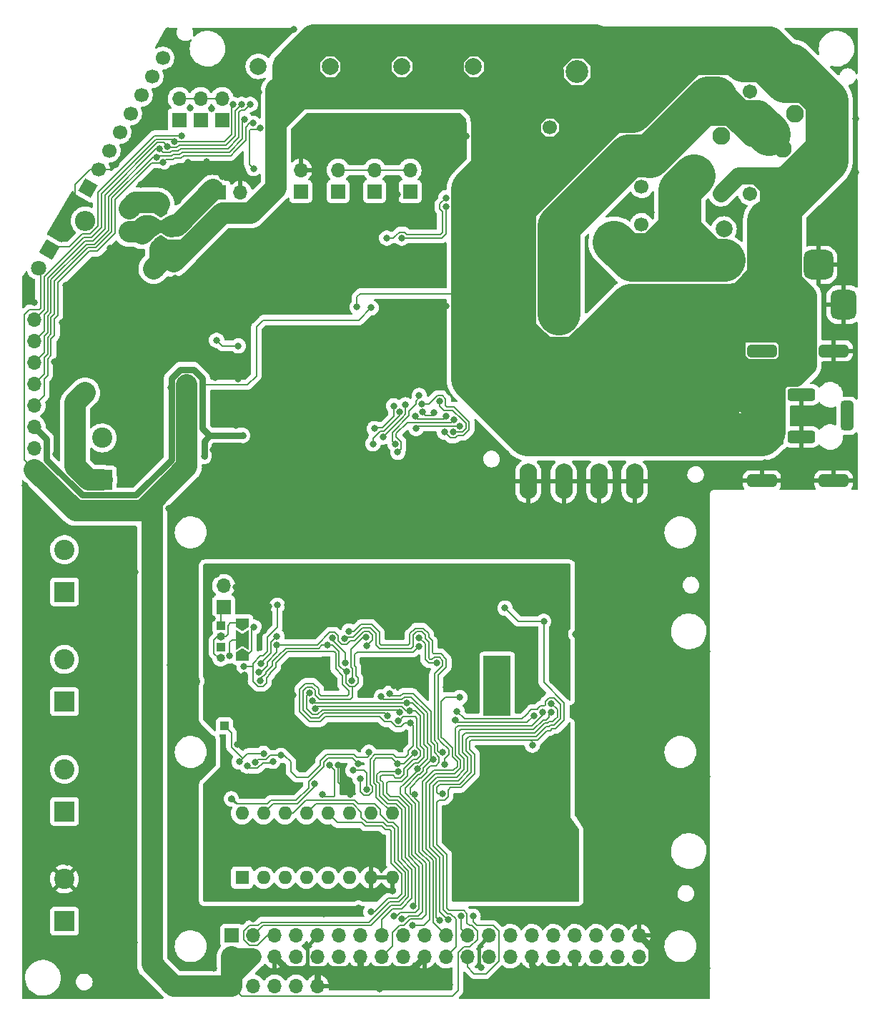
<source format=gbl>
G04 #@! TF.GenerationSoftware,KiCad,Pcbnew,(6.0.5-0)*
G04 #@! TF.CreationDate,2022-10-21T13:34:58+09:00*
G04 #@! TF.ProjectId,qPCR-main,71504352-2d6d-4616-996e-2e6b69636164,rev?*
G04 #@! TF.SameCoordinates,Original*
G04 #@! TF.FileFunction,Copper,L2,Bot*
G04 #@! TF.FilePolarity,Positive*
%FSLAX46Y46*%
G04 Gerber Fmt 4.6, Leading zero omitted, Abs format (unit mm)*
G04 Created by KiCad (PCBNEW (6.0.5-0)) date 2022-10-21 13:34:58*
%MOMM*%
%LPD*%
G01*
G04 APERTURE LIST*
G04 Aperture macros list*
%AMRoundRect*
0 Rectangle with rounded corners*
0 $1 Rounding radius*
0 $2 $3 $4 $5 $6 $7 $8 $9 X,Y pos of 4 corners*
0 Add a 4 corners polygon primitive as box body*
4,1,4,$2,$3,$4,$5,$6,$7,$8,$9,$2,$3,0*
0 Add four circle primitives for the rounded corners*
1,1,$1+$1,$2,$3*
1,1,$1+$1,$4,$5*
1,1,$1+$1,$6,$7*
1,1,$1+$1,$8,$9*
0 Add four rect primitives between the rounded corners*
20,1,$1+$1,$2,$3,$4,$5,0*
20,1,$1+$1,$4,$5,$6,$7,0*
20,1,$1+$1,$6,$7,$8,$9,0*
20,1,$1+$1,$8,$9,$2,$3,0*%
%AMHorizOval*
0 Thick line with rounded ends*
0 $1 width*
0 $2 $3 position (X,Y) of the first rounded end (center of the circle)*
0 $4 $5 position (X,Y) of the second rounded end (center of the circle)*
0 Add line between two ends*
20,1,$1,$2,$3,$4,$5,0*
0 Add two circle primitives to create the rounded ends*
1,1,$1,$2,$3*
1,1,$1,$4,$5*%
%AMRotRect*
0 Rectangle, with rotation*
0 The origin of the aperture is its center*
0 $1 length*
0 $2 width*
0 $3 Rotation angle, in degrees counterclockwise*
0 Add horizontal line*
21,1,$1,$2,0,0,$3*%
%AMFreePoly0*
4,1,6,1.000000,0.000000,0.500000,-0.750000,-0.500000,-0.750000,-0.500000,0.750000,0.500000,0.750000,1.000000,0.000000,1.000000,0.000000,$1*%
%AMFreePoly1*
4,1,7,0.700000,0.000000,1.200000,-0.750000,-1.200000,-0.750000,-0.700000,0.000000,-1.200000,0.750000,1.200000,0.750000,0.700000,0.000000,0.700000,0.000000,$1*%
G04 Aperture macros list end*
G04 #@! TA.AperFunction,ComponentPad*
%ADD10R,1.700000X1.700000*%
G04 #@! TD*
G04 #@! TA.AperFunction,ComponentPad*
%ADD11O,1.700000X1.700000*%
G04 #@! TD*
G04 #@! TA.AperFunction,ComponentPad*
%ADD12RotRect,1.800000X1.800000X240.000000*%
G04 #@! TD*
G04 #@! TA.AperFunction,ComponentPad*
%ADD13C,1.800000*%
G04 #@! TD*
G04 #@! TA.AperFunction,ComponentPad*
%ADD14RotRect,1.700000X1.700000X150.000000*%
G04 #@! TD*
G04 #@! TA.AperFunction,ComponentPad*
%ADD15HorizOval,1.700000X0.000000X0.000000X0.000000X0.000000X0*%
G04 #@! TD*
G04 #@! TA.AperFunction,ComponentPad*
%ADD16C,2.000000*%
G04 #@! TD*
G04 #@! TA.AperFunction,ComponentPad*
%ADD17R,2.400000X2.400000*%
G04 #@! TD*
G04 #@! TA.AperFunction,ComponentPad*
%ADD18C,2.400000*%
G04 #@! TD*
G04 #@! TA.AperFunction,ComponentPad*
%ADD19C,0.600000*%
G04 #@! TD*
G04 #@! TA.AperFunction,SMDPad,CuDef*
%ADD20R,3.200000X7.100000*%
G04 #@! TD*
G04 #@! TA.AperFunction,ComponentPad*
%ADD21R,1.600000X1.600000*%
G04 #@! TD*
G04 #@! TA.AperFunction,ComponentPad*
%ADD22O,1.600000X1.600000*%
G04 #@! TD*
G04 #@! TA.AperFunction,ComponentPad*
%ADD23C,2.108200*%
G04 #@! TD*
G04 #@! TA.AperFunction,ComponentPad*
%ADD24C,1.498600*%
G04 #@! TD*
G04 #@! TA.AperFunction,ComponentPad*
%ADD25C,1.701800*%
G04 #@! TD*
G04 #@! TA.AperFunction,ComponentPad*
%ADD26C,2.006600*%
G04 #@! TD*
G04 #@! TA.AperFunction,ComponentPad*
%ADD27C,2.700000*%
G04 #@! TD*
G04 #@! TA.AperFunction,ComponentPad*
%ADD28C,1.700000*%
G04 #@! TD*
G04 #@! TA.AperFunction,ComponentPad*
%ADD29R,3.500000X3.500000*%
G04 #@! TD*
G04 #@! TA.AperFunction,ComponentPad*
%ADD30RoundRect,0.750000X0.750000X1.000000X-0.750000X1.000000X-0.750000X-1.000000X0.750000X-1.000000X0*%
G04 #@! TD*
G04 #@! TA.AperFunction,ComponentPad*
%ADD31RoundRect,0.875000X0.875000X0.875000X-0.875000X0.875000X-0.875000X-0.875000X0.875000X-0.875000X0*%
G04 #@! TD*
G04 #@! TA.AperFunction,ComponentPad*
%ADD32O,2.400000X2.400000*%
G04 #@! TD*
G04 #@! TA.AperFunction,ComponentPad*
%ADD33RoundRect,0.375000X1.275000X-0.375000X1.275000X0.375000X-1.275000X0.375000X-1.275000X-0.375000X0*%
G04 #@! TD*
G04 #@! TA.AperFunction,ComponentPad*
%ADD34RoundRect,0.375000X0.375000X1.375000X-0.375000X1.375000X-0.375000X-1.375000X0.375000X-1.375000X0*%
G04 #@! TD*
G04 #@! TA.AperFunction,ComponentPad*
%ADD35RoundRect,0.375000X-1.375000X0.375000X-1.375000X-0.375000X1.375000X-0.375000X1.375000X0.375000X0*%
G04 #@! TD*
G04 #@! TA.AperFunction,SMDPad,CuDef*
%ADD36FreePoly0,90.000000*%
G04 #@! TD*
G04 #@! TA.AperFunction,SMDPad,CuDef*
%ADD37FreePoly1,90.000000*%
G04 #@! TD*
G04 #@! TA.AperFunction,SMDPad,CuDef*
%ADD38FreePoly0,270.000000*%
G04 #@! TD*
G04 #@! TA.AperFunction,ComponentPad*
%ADD39R,1.000000X1.000000*%
G04 #@! TD*
G04 #@! TA.AperFunction,ComponentPad*
%ADD40O,2.100000X4.200000*%
G04 #@! TD*
G04 #@! TA.AperFunction,ComponentPad*
%ADD41O,1.000000X1.000000*%
G04 #@! TD*
G04 #@! TA.AperFunction,ViaPad*
%ADD42C,0.800000*%
G04 #@! TD*
G04 #@! TA.AperFunction,Conductor*
%ADD43C,0.210820*%
G04 #@! TD*
G04 #@! TA.AperFunction,Conductor*
%ADD44C,2.540000*%
G04 #@! TD*
G04 #@! TA.AperFunction,Conductor*
%ADD45C,0.762000*%
G04 #@! TD*
G04 #@! TA.AperFunction,Conductor*
%ADD46C,2.032000*%
G04 #@! TD*
G04 #@! TA.AperFunction,Conductor*
%ADD47C,3.810000*%
G04 #@! TD*
G04 #@! TA.AperFunction,Conductor*
%ADD48C,5.080000*%
G04 #@! TD*
G04 #@! TA.AperFunction,Conductor*
%ADD49C,3.048000*%
G04 #@! TD*
G04 #@! TA.AperFunction,Conductor*
%ADD50C,0.381000*%
G04 #@! TD*
G04 APERTURE END LIST*
D10*
X81979999Y-86844988D03*
D11*
X81979999Y-84304988D03*
X81979999Y-81764988D03*
X81979999Y-79224988D03*
X81979999Y-76684988D03*
X81979999Y-74144988D03*
X81979999Y-71604988D03*
X81979999Y-69064988D03*
D12*
X83760000Y-60770000D03*
D13*
X82490000Y-62969705D03*
D14*
X88312500Y-53515976D03*
D15*
X89582500Y-51316271D03*
X90852500Y-49116567D03*
X92122500Y-46916862D03*
X93392500Y-44717158D03*
X94662500Y-42517453D03*
X95932500Y-40317749D03*
X97202500Y-38118044D03*
D10*
X105370000Y-148000000D03*
D11*
X107910000Y-148000000D03*
X110450000Y-148000000D03*
X112990000Y-148000000D03*
X115530000Y-148000000D03*
D16*
X129000000Y-39100000D03*
X125500000Y-39100000D03*
D10*
X104399994Y-103105001D03*
D11*
X104399994Y-100565001D03*
D17*
X85546006Y-101319990D03*
D18*
X85546006Y-96319990D03*
D17*
X85546006Y-114319990D03*
D18*
X85546006Y-109319990D03*
D17*
X85546006Y-127319989D03*
D18*
X85546006Y-122319989D03*
D17*
X85546006Y-140319989D03*
D18*
X85546006Y-135319989D03*
D17*
X90030000Y-88090000D03*
D18*
X90030000Y-83090000D03*
D16*
X137500000Y-39100000D03*
X134000000Y-39100000D03*
X120500000Y-39100000D03*
X117000000Y-39100000D03*
D19*
X136804400Y-114421200D03*
X136804400Y-110521200D03*
X135504400Y-113121200D03*
X138104400Y-111821200D03*
D20*
X136804400Y-112471200D03*
D19*
X135504400Y-115721200D03*
X135504400Y-109221200D03*
X138104400Y-113121200D03*
X135504400Y-110521200D03*
X135504400Y-111821200D03*
X136804400Y-115721200D03*
X136804400Y-113121200D03*
X136804400Y-111821200D03*
X138104400Y-109221200D03*
X138104400Y-114421200D03*
X135504400Y-114421200D03*
X138104400Y-115721200D03*
X138104400Y-110521200D03*
X136804400Y-109221200D03*
D21*
X106585004Y-135149996D03*
D22*
X109125004Y-135149996D03*
X111665004Y-135149996D03*
X114205004Y-135149996D03*
X116745004Y-135149996D03*
X119285004Y-135149996D03*
X121825004Y-135149996D03*
X124365004Y-135149996D03*
X124365004Y-127529996D03*
X121825004Y-127529996D03*
X119285004Y-127529996D03*
X116745004Y-127529996D03*
X114205004Y-127529996D03*
X111665004Y-127529996D03*
X109125004Y-127529996D03*
X106585004Y-127529996D03*
D16*
X163669312Y-61854869D03*
X163669312Y-58354869D03*
D23*
X172059312Y-44714869D03*
D24*
X170109312Y-42064869D03*
D25*
X166709312Y-42064869D03*
D26*
X162759312Y-42864869D03*
D23*
X163359312Y-47364869D03*
X161359312Y-51514869D03*
D24*
X163309312Y-54164869D03*
D25*
X166709312Y-54164869D03*
D26*
X171259312Y-53364869D03*
D23*
X170659312Y-48864869D03*
D27*
X146249312Y-39724869D03*
D28*
X142999312Y-41824869D03*
X142999312Y-46324869D03*
D16*
X145349312Y-49824869D03*
X154849312Y-49824869D03*
D28*
X153899312Y-53324869D03*
X153899312Y-57824869D03*
D27*
X150649312Y-59924869D03*
D29*
X171828993Y-67310000D03*
D30*
X177828993Y-67310000D03*
D31*
X174828993Y-62610000D03*
D16*
X112000000Y-39100000D03*
X108500000Y-39100000D03*
D10*
X122292008Y-53920949D03*
D11*
X122292008Y-51380949D03*
D10*
X126483008Y-53920949D03*
D11*
X126483008Y-51380949D03*
D10*
X99140000Y-45435000D03*
D11*
X99140000Y-42895000D03*
D10*
X101680000Y-45435000D03*
D11*
X101680000Y-42895000D03*
D10*
X104220000Y-45435000D03*
D11*
X104220000Y-42895000D03*
D10*
X117974999Y-53920949D03*
D11*
X117974999Y-51380949D03*
D10*
X113530000Y-53920945D03*
D11*
X113530000Y-51380945D03*
D18*
X88000000Y-77725000D03*
D32*
X88000000Y-57405000D03*
D10*
X105369995Y-141999995D03*
D11*
X105369995Y-144539995D03*
X107909995Y-141999995D03*
X107909995Y-144539995D03*
X110449995Y-141999995D03*
X110449995Y-144539995D03*
X112989995Y-141999995D03*
X112989995Y-144539995D03*
X115529995Y-141999995D03*
X115529995Y-144539995D03*
X118069995Y-141999995D03*
X118069995Y-144539995D03*
X120609995Y-141999995D03*
X120609995Y-144539995D03*
X123149995Y-141999995D03*
X123149995Y-144539995D03*
X125689995Y-141999995D03*
X125689995Y-144539995D03*
X128229995Y-141999995D03*
X128229995Y-144539995D03*
X130769995Y-141999995D03*
X130769995Y-144539995D03*
X133309995Y-141999995D03*
X133309995Y-144539995D03*
X135849995Y-141999995D03*
X135849995Y-144539995D03*
X138389995Y-141999995D03*
X138389995Y-144539995D03*
X140929995Y-141999995D03*
X140929995Y-144539995D03*
X143469995Y-141999995D03*
X143469995Y-144539995D03*
X146009995Y-141999995D03*
X146009995Y-144539995D03*
X148549995Y-141999995D03*
X148549995Y-144539995D03*
X151089995Y-141999995D03*
X151089995Y-144539995D03*
X153629995Y-141999995D03*
X153629995Y-144539995D03*
D33*
X169100008Y-83225988D03*
X169100008Y-77725988D03*
X172850008Y-82975988D03*
X172850008Y-77975988D03*
D34*
X178250008Y-80475988D03*
D35*
X168150008Y-88175988D03*
X176650008Y-88175988D03*
X168150008Y-72775988D03*
X176650008Y-72775988D03*
D11*
X106390000Y-53985000D03*
D10*
X103850000Y-53985000D03*
D36*
X96990000Y-60060000D03*
D37*
X96990000Y-58060000D03*
D38*
X96990000Y-56060000D03*
D39*
X104510000Y-117200000D03*
D36*
X106650000Y-108980000D03*
D37*
X106650000Y-106980000D03*
D38*
X106650000Y-104980000D03*
D40*
X140490004Y-88250007D03*
X144690004Y-88250007D03*
X148890004Y-88250007D03*
X153090004Y-88250007D03*
X140490004Y-82750007D03*
X144690004Y-82750007D03*
X148890004Y-82750007D03*
X153090004Y-82750007D03*
D39*
X104069998Y-107890005D03*
D41*
X104069998Y-109160005D03*
D39*
X104069998Y-105350005D03*
D41*
X104069998Y-106620005D03*
D42*
X81970000Y-67030000D03*
X85190000Y-59530000D03*
X85090000Y-57060000D03*
X81040000Y-64100000D03*
X85700000Y-65030000D03*
X86760000Y-54580000D03*
X108550000Y-42140000D03*
X100850000Y-39060000D03*
X104330000Y-34950000D03*
X105580000Y-39220000D03*
X97780000Y-34860000D03*
X97980000Y-39630000D03*
X97050000Y-45330000D03*
X94230000Y-47310000D03*
X91610000Y-50700000D03*
X96870000Y-51560000D03*
X94630000Y-53120000D03*
X100340000Y-53010000D03*
X107790000Y-52970000D03*
X104240000Y-52140000D03*
X100180000Y-50450000D03*
X99030000Y-55030000D03*
X114540000Y-55630000D03*
X115670000Y-51580000D03*
X117790000Y-49150000D03*
X113360000Y-49120000D03*
X115520000Y-53400000D03*
X117380000Y-58850000D03*
X97263508Y-50440521D03*
X96421445Y-49834477D03*
X96802643Y-48868444D03*
X102429099Y-50371633D03*
X98187300Y-77153720D03*
X97771666Y-48610750D03*
X98573995Y-48009352D03*
X99419989Y-47301242D03*
X107940030Y-51197999D03*
X108699473Y-46420000D03*
X107872924Y-45846421D03*
X106913311Y-45410707D03*
X107555003Y-43603110D03*
X106552300Y-43603110D03*
X105549597Y-43603110D03*
X112370000Y-115730000D03*
X134070000Y-129110000D03*
X112630000Y-113500000D03*
X137280000Y-122530000D03*
X104010000Y-133940000D03*
X130760000Y-131020000D03*
X114470000Y-129580000D03*
X117950000Y-133120000D03*
X145030000Y-136620000D03*
X103600000Y-99240000D03*
X131850000Y-136860000D03*
X114960000Y-100150000D03*
X120250000Y-129680000D03*
X118450000Y-118410000D03*
X108380000Y-104310000D03*
X109770000Y-103020000D03*
X106035620Y-119395620D03*
X114150000Y-137060000D03*
X107010000Y-133060000D03*
X104960000Y-122080000D03*
X113820000Y-117340000D03*
X144760000Y-128490000D03*
X124100000Y-102970000D03*
X111990000Y-102880000D03*
X110700000Y-116400000D03*
X139770000Y-130300000D03*
X138950000Y-102150000D03*
X103240000Y-124740000D03*
X103530000Y-130860000D03*
X144410000Y-107420000D03*
X106860893Y-111141869D03*
X104240000Y-127420000D03*
X123100000Y-133880000D03*
X143370000Y-111810000D03*
X117970000Y-121820000D03*
X131030000Y-99370000D03*
X124610000Y-112450000D03*
X108920000Y-136990000D03*
X113360000Y-121110000D03*
X105900000Y-100780000D03*
X103580000Y-136680000D03*
X139050000Y-120970000D03*
X130690000Y-126990000D03*
X118040000Y-136500000D03*
X134130000Y-107610000D03*
X144280000Y-103610000D03*
X143790000Y-100030000D03*
X103050000Y-115100000D03*
X106420000Y-115290000D03*
X141920000Y-133720000D03*
X137550000Y-136690000D03*
X105819989Y-113392700D03*
X126680000Y-99920000D03*
X103160000Y-110720000D03*
X134380000Y-133620000D03*
X109180000Y-105930000D03*
X141940000Y-113190000D03*
X136660000Y-126140000D03*
X119395652Y-125300230D03*
X124430000Y-136730000D03*
X110880000Y-133670000D03*
X130750000Y-112630000D03*
X134350000Y-102440000D03*
X103030000Y-104490000D03*
X102980000Y-101660000D03*
X123210000Y-130470000D03*
X107060000Y-99180000D03*
X110120000Y-129060000D03*
X118390000Y-102950000D03*
X128390000Y-103130000D03*
X125490000Y-118770000D03*
X109830000Y-99870000D03*
X142020000Y-125420000D03*
X121350000Y-100000000D03*
X102100000Y-85280000D03*
X106820000Y-110140000D03*
X115178292Y-124047949D03*
X110766702Y-102910472D03*
X130300000Y-125240000D03*
X106670000Y-82800000D03*
X132065266Y-115456550D03*
X126535974Y-116825312D03*
X121880000Y-67690000D03*
X120556790Y-123456790D03*
X110229473Y-121386692D03*
X121337060Y-124679360D03*
X119709344Y-122444600D03*
X107183595Y-121903970D03*
X110720857Y-107580982D03*
X108581002Y-110818201D03*
X121322711Y-107717206D03*
X127576023Y-107750000D03*
X123800221Y-115984791D03*
X108768360Y-111803244D03*
X118978537Y-110726901D03*
X116686015Y-107630000D03*
X116144269Y-125300230D03*
X116967350Y-121809769D03*
X137730000Y-103250000D03*
X142320000Y-104810000D03*
X106150000Y-72200000D03*
X140980000Y-119455131D03*
X103575208Y-71534180D03*
X100060000Y-76830000D03*
X95920000Y-120360000D03*
X98880000Y-57970000D03*
X93240000Y-58712720D03*
X96110000Y-63055440D03*
X136550000Y-44790000D03*
X120200000Y-67590000D03*
X93220000Y-55970000D03*
X130358026Y-120291974D03*
X118703878Y-106834746D03*
X125049330Y-122626454D03*
X126832710Y-138514290D03*
X132534530Y-139704819D03*
X125108756Y-116581701D03*
X129998506Y-78773444D03*
X131563282Y-82374738D03*
X115252356Y-115157722D03*
X126430280Y-115409081D03*
X124585189Y-139663719D03*
X130759597Y-80544978D03*
X127070650Y-80543892D03*
X119228110Y-105980000D03*
X130602886Y-121722829D03*
X114919183Y-114211991D03*
X125502234Y-140077259D03*
X126097661Y-114463154D03*
X127337944Y-122253143D03*
X131673050Y-80958518D03*
X125032501Y-84787551D03*
X127031437Y-125288563D03*
X126805369Y-140785369D03*
X124047936Y-113327951D03*
X127575700Y-78079166D03*
X124727704Y-83832296D03*
X123080000Y-113741491D03*
X129235155Y-121171958D03*
X108130000Y-121490430D03*
X111192343Y-120678593D03*
X121610000Y-120300000D03*
X124535561Y-79297979D03*
X122266367Y-81980779D03*
X123280287Y-82969713D03*
X125951792Y-79175960D03*
X122103178Y-83795459D03*
X125244579Y-80006996D03*
X121858846Y-139217539D03*
X129951079Y-140179659D03*
X142209402Y-115557671D03*
X118795846Y-109740982D03*
X117287647Y-106798828D03*
X129655677Y-109744311D03*
X127576023Y-106747297D03*
X119597333Y-111846251D03*
X121307792Y-106714614D03*
X110720857Y-106578279D03*
X108817715Y-109843840D03*
X130990000Y-140133764D03*
X143212105Y-115557671D03*
X143240413Y-114555368D03*
X125216452Y-115584799D03*
X114566722Y-113273278D03*
X144170000Y-68420000D03*
X130560876Y-82399124D03*
X127862936Y-79039847D03*
X127937415Y-80039780D03*
X129353646Y-80131438D03*
X130717300Y-54670000D03*
X123730000Y-59426321D03*
X130717300Y-55672703D03*
X125510000Y-59426321D03*
X132374499Y-81675024D03*
X127198791Y-81961209D03*
X103970000Y-92360000D03*
X85300000Y-69430000D03*
X93360000Y-137930000D03*
X112690000Y-34700000D03*
X128410000Y-73240000D03*
X120180000Y-53210000D03*
X111100000Y-79430000D03*
X176600000Y-75560000D03*
X85850000Y-111440000D03*
X80910000Y-88750000D03*
X120900000Y-56270000D03*
X89690000Y-111820000D03*
X119490000Y-61630000D03*
X122060000Y-62210000D03*
X100930000Y-127640000D03*
X156120000Y-97290000D03*
X95850000Y-148730000D03*
X93470000Y-125220000D03*
X126060000Y-56380000D03*
X99390000Y-98000000D03*
X129060000Y-67580000D03*
X81130000Y-119750000D03*
X93770000Y-81270000D03*
X155880000Y-116750000D03*
X179260000Y-45310000D03*
X161440000Y-140350000D03*
X86550000Y-107360000D03*
X102980000Y-44080000D03*
X93850000Y-142850000D03*
X156320000Y-103590000D03*
X127530000Y-92890000D03*
X116580000Y-47040000D03*
X105910000Y-89200000D03*
X86100000Y-94160000D03*
X118320000Y-147340000D03*
X109700000Y-65720000D03*
X101220000Y-111890000D03*
X103910000Y-89670000D03*
X156040000Y-90820000D03*
X103440000Y-80510000D03*
X127170000Y-47210000D03*
X113900000Y-79500000D03*
X116290000Y-82100000D03*
X114250605Y-46239396D03*
X158810000Y-112310000D03*
X116530000Y-79320000D03*
X85850000Y-133330000D03*
X125500000Y-67610000D03*
X96290000Y-65820000D03*
X157430000Y-148880000D03*
X120770000Y-86650000D03*
X90820000Y-98930000D03*
X156200000Y-129950000D03*
X128190000Y-52440000D03*
X161340000Y-103790000D03*
X100470000Y-44060000D03*
X89570000Y-106040000D03*
X84220000Y-116650000D03*
X103160000Y-84500000D03*
X83450000Y-128800000D03*
X105318760Y-125820000D03*
X86120000Y-143190000D03*
X86400000Y-124760000D03*
X124740000Y-62720000D03*
X131852163Y-116494978D03*
X89030000Y-81110000D03*
X117910000Y-89490000D03*
X104010000Y-96320000D03*
X125340000Y-50030000D03*
X123750000Y-67690000D03*
X84420000Y-103490000D03*
X109500000Y-79860000D03*
X116500000Y-84650000D03*
X105970000Y-96260000D03*
X156200000Y-134910000D03*
X85790000Y-148730000D03*
X124963968Y-121627393D03*
X110730000Y-89130000D03*
X90510000Y-85820000D03*
X161490000Y-96890000D03*
X106240000Y-62740000D03*
X106320000Y-77990000D03*
X137850000Y-84910000D03*
X90970000Y-60610000D03*
X130130605Y-46769396D03*
X93410000Y-111950000D03*
X147860000Y-67280000D03*
X100990000Y-101690000D03*
X155950000Y-108310000D03*
X121690000Y-59690000D03*
X98170000Y-133500000D03*
X124640000Y-46370000D03*
X83030000Y-91050000D03*
X89890000Y-63370000D03*
X122910000Y-148340000D03*
X131170000Y-147810000D03*
X99230000Y-115970000D03*
X106260000Y-68440000D03*
X99270000Y-70680000D03*
X134891775Y-145821225D03*
X111850000Y-62400000D03*
X127590000Y-76540000D03*
X109360000Y-75720000D03*
X81190000Y-100230000D03*
X161680000Y-145890000D03*
X81140000Y-126320000D03*
X80930000Y-93300000D03*
X111230000Y-84860000D03*
X99300000Y-73690000D03*
X95120000Y-74360000D03*
X179050000Y-77670000D03*
X106140386Y-76074962D03*
X120380000Y-138760000D03*
X149720000Y-64090000D03*
X153080000Y-146440000D03*
X119100000Y-82130000D03*
X133290000Y-83710000D03*
X125000000Y-54260000D03*
X98070000Y-109980000D03*
X114100000Y-84800000D03*
X129070000Y-50960000D03*
X89320000Y-119190000D03*
X178120000Y-58680000D03*
X109690000Y-37470000D03*
X162190000Y-87150000D03*
X100680000Y-137110000D03*
X89330000Y-75000000D03*
X81490000Y-144470000D03*
X147630000Y-61560000D03*
X137360000Y-146230000D03*
X124930000Y-96880000D03*
X103460000Y-140390000D03*
X97880000Y-91420000D03*
X100410000Y-41670000D03*
X108370000Y-91800000D03*
X84550000Y-85010000D03*
X104200000Y-61680000D03*
X124130000Y-89280000D03*
X141150000Y-115971211D03*
X91770000Y-94140000D03*
X161620000Y-123190000D03*
X111960000Y-138920000D03*
X168520000Y-86040000D03*
X119280000Y-64110000D03*
X179020000Y-39080000D03*
X151920000Y-55150000D03*
X107890000Y-140070000D03*
X161330000Y-135090000D03*
X156250000Y-123460000D03*
X173930000Y-35410000D03*
X91310000Y-65620000D03*
X116290000Y-139440000D03*
X133125269Y-47308601D03*
X130717300Y-67510000D03*
X161600000Y-129950000D03*
X156960000Y-86330000D03*
X126999989Y-120420011D03*
X113550000Y-77020000D03*
X119270000Y-96700000D03*
X156320000Y-140070000D03*
X111830000Y-68010000D03*
X98120000Y-105530000D03*
X104230000Y-78840000D03*
X101100000Y-89940000D03*
X120297300Y-121632370D03*
X98630000Y-64140000D03*
X161110000Y-91110000D03*
X161580000Y-116820000D03*
X114330000Y-87060000D03*
X161670000Y-108360000D03*
X114002500Y-82132500D03*
X111340000Y-82150000D03*
X176770000Y-85300000D03*
X133360000Y-147690000D03*
X108330000Y-58780000D03*
X114730000Y-93720000D03*
X103510000Y-73250000D03*
X146104629Y-106310000D03*
X107590000Y-34940000D03*
X130720000Y-96840000D03*
X158840000Y-138320000D03*
X81560000Y-139760000D03*
X98300000Y-123310000D03*
X86460000Y-98880000D03*
X81090000Y-106700000D03*
X95280000Y-70830000D03*
X86970000Y-137960000D03*
X89890000Y-145910000D03*
X158920000Y-126700000D03*
X93430000Y-67640000D03*
X124520000Y-52560000D03*
X81090000Y-131430000D03*
X88450000Y-132090000D03*
X119300605Y-46159396D03*
X178550000Y-70740000D03*
X148650000Y-149000000D03*
X111470000Y-96680000D03*
X178430000Y-63490000D03*
X103410000Y-75910000D03*
X122040000Y-92710000D03*
X147730000Y-124880000D03*
X84380000Y-74110000D03*
X178600000Y-86270000D03*
X122650000Y-69900000D03*
X119200000Y-78200000D03*
X96360000Y-85680000D03*
X121750000Y-46840000D03*
X87720000Y-71700000D03*
X162050000Y-56920000D03*
X103090000Y-41600000D03*
X143660000Y-146400000D03*
X86690000Y-120420000D03*
X80970000Y-112630000D03*
X146096605Y-115971211D03*
X140130000Y-149000000D03*
X127233369Y-61431721D03*
X155060000Y-56370000D03*
X127300000Y-67610000D03*
X105840000Y-81630000D03*
X103200000Y-145920000D03*
X93940000Y-98950000D03*
X98180000Y-140280000D03*
X108440000Y-60590000D03*
X109300000Y-70510000D03*
X122360000Y-49300000D03*
X113720000Y-72850000D03*
X179260000Y-51640000D03*
X125190000Y-72350000D03*
X132370302Y-113821721D03*
X108002700Y-105460000D03*
X106242468Y-121452843D03*
X105137866Y-108885038D03*
X109128760Y-120457670D03*
X133950761Y-139720224D03*
D43*
X81979999Y-86844988D02*
X80821878Y-85686867D01*
X82553133Y-67906867D02*
X82724580Y-67735420D01*
X82724580Y-67735420D02*
X82724580Y-63204285D01*
X80821878Y-85686867D02*
X80821878Y-68478122D01*
X80821878Y-68478122D02*
X81393133Y-67906867D01*
X81393133Y-67906867D02*
X82553133Y-67906867D01*
X82724580Y-63204285D02*
X82490000Y-62969705D01*
X89582500Y-51316271D02*
X88604199Y-51316271D01*
X88604199Y-51316271D02*
X86843248Y-53077222D01*
X86843248Y-53077222D02*
X86843248Y-54496752D01*
X86843248Y-54496752D02*
X86760000Y-54580000D01*
X89477135Y-60987698D02*
X88519885Y-60987698D01*
X88519885Y-60987698D02*
X84792279Y-64715304D01*
X95881572Y-50542598D02*
X91583540Y-54840630D01*
X91583540Y-54840630D02*
X91583540Y-58881293D01*
X84792279Y-68592041D02*
X84378740Y-69005580D01*
X91583540Y-58881293D02*
X89477135Y-60987698D01*
X97161431Y-50542598D02*
X95881572Y-50542598D01*
X84378740Y-69005580D02*
X84378739Y-70960748D01*
X84378739Y-70960748D02*
X83965200Y-71374287D01*
X84792279Y-64715304D02*
X84792279Y-68592041D01*
X97263508Y-50440521D02*
X97161431Y-50542598D01*
X83965200Y-71374287D02*
X83965200Y-73329453D01*
X83965200Y-73329453D02*
X83551660Y-73742993D01*
X83138120Y-78066867D02*
X81979999Y-79224988D01*
X83551660Y-73742993D02*
X83551660Y-75698160D01*
X83551660Y-75698160D02*
X83138120Y-76111700D01*
X83138120Y-76111700D02*
X83138120Y-78066867D01*
X88348591Y-60574158D02*
X84378740Y-64544009D01*
X91170000Y-58710000D02*
X89305842Y-60574158D01*
X89305842Y-60574158D02*
X88348591Y-60574158D01*
X84378740Y-64544009D02*
X84378740Y-68420746D01*
X96386058Y-48868444D02*
X90756460Y-54498042D01*
X83965200Y-68249453D02*
X83551660Y-68662993D01*
X90756460Y-54498042D02*
X90756460Y-58535847D01*
X83138120Y-72986867D02*
X81979999Y-74144988D01*
X89131689Y-60160618D02*
X88177297Y-60160618D01*
X96802643Y-48868444D02*
X96386058Y-48868444D01*
X90756460Y-58535847D02*
X89131689Y-60160618D01*
X83965200Y-64372715D02*
X83965200Y-68249453D01*
X83551660Y-68662993D02*
X83551660Y-70618160D01*
X88177297Y-60160618D02*
X83965200Y-64372715D01*
X83551660Y-70618160D02*
X83138120Y-71031700D01*
X83138120Y-71031700D02*
X83138120Y-72986867D01*
X88617806Y-58920000D02*
X87663413Y-58920000D01*
X86103413Y-60480000D02*
X84050000Y-60480000D01*
X87663413Y-58920000D02*
X86103413Y-60480000D01*
X84050000Y-60480000D02*
X83760000Y-60770000D01*
X97289238Y-48128322D02*
X96541346Y-48128322D01*
X83138120Y-68491700D02*
X83138120Y-70446867D01*
X96541346Y-48128322D02*
X90335200Y-54334468D01*
X97771666Y-48610750D02*
X97289238Y-48128322D01*
X90335200Y-54334468D02*
X90335200Y-58372271D01*
X90092953Y-58614520D02*
X88960394Y-59747079D01*
X88960394Y-59747079D02*
X88006002Y-59747079D01*
X88006002Y-59747079D02*
X83551660Y-64201421D01*
X90335200Y-58372271D02*
X90092953Y-58614520D01*
X83551660Y-64201421D02*
X83551660Y-68078160D01*
X83551660Y-68078160D02*
X83138120Y-68491700D01*
X83138120Y-70446867D02*
X81979999Y-71604988D01*
X98573995Y-48009352D02*
X98279425Y-47714782D01*
X98279425Y-47714782D02*
X96370052Y-47714782D01*
X89921660Y-58200980D02*
X88789101Y-59333539D01*
X83138120Y-64030127D02*
X83138120Y-67906867D01*
X96370052Y-47714782D02*
X89921660Y-54163174D01*
X88789101Y-59333539D02*
X87834708Y-59333539D01*
X83138120Y-67906867D02*
X81979999Y-69064988D01*
X89921660Y-54163174D02*
X89921660Y-58200980D01*
X87834708Y-59333539D02*
X83138120Y-64030127D01*
X88617806Y-58920000D02*
X88610927Y-58913121D01*
X89508121Y-58029685D02*
X88617806Y-58920000D01*
X91700000Y-50840000D02*
X91223729Y-51316271D01*
X91223729Y-51316271D02*
X89582500Y-51316271D01*
X97050000Y-45330000D02*
X96210000Y-45330000D01*
X96210000Y-45330000D02*
X94230000Y-47310000D01*
X97647060Y-50145951D02*
X97558078Y-50145951D01*
X97558078Y-50145951D02*
X97263508Y-50440521D01*
X96421445Y-49834477D02*
X96004859Y-49834477D01*
X84378740Y-68420746D02*
X83965200Y-68834286D01*
X91170000Y-54669336D02*
X91170000Y-58710000D01*
X83965200Y-68834286D02*
X83965200Y-70789453D01*
X83965200Y-70789453D02*
X83551660Y-71202993D01*
X83551660Y-71202993D02*
X83551660Y-73158160D01*
X96004859Y-49834477D02*
X91170000Y-54669336D01*
X83551660Y-73158160D02*
X83138120Y-73571700D01*
X83138120Y-73571700D02*
X83138120Y-75526867D01*
X83138120Y-75526867D02*
X81979999Y-76684988D01*
X96523511Y-49732411D02*
X96421445Y-49834477D01*
X97475766Y-49732411D02*
X96523511Y-49732411D01*
X107553735Y-43603110D02*
X106845614Y-44311231D01*
X106845614Y-44311231D02*
X106427745Y-44311231D01*
X106427745Y-44311231D02*
X106205201Y-44533775D01*
X106205201Y-44533775D02*
X106205201Y-47520540D01*
X107555003Y-43603110D02*
X107553735Y-43603110D01*
X106205201Y-47520540D02*
X106132870Y-47592871D01*
X106132870Y-47592871D02*
X104889298Y-48836443D01*
X104889298Y-48836443D02*
X99333173Y-48836443D01*
X99333173Y-48836443D02*
X99038602Y-49131013D01*
X99038602Y-49131013D02*
X98252838Y-49131013D01*
X98252838Y-49131013D02*
X98064980Y-49318871D01*
X97253070Y-49318871D02*
X96802643Y-48868444D01*
X98064980Y-49318871D02*
X97253070Y-49318871D01*
X96198758Y-47301242D02*
X89508120Y-53991880D01*
X99419989Y-47301242D02*
X96198758Y-47301242D01*
X89508120Y-53991880D02*
X89508121Y-58029685D01*
X98432140Y-50145951D02*
X97680000Y-50145951D01*
X99381192Y-49958091D02*
X98620000Y-49958091D01*
X102510000Y-49663523D02*
X100210000Y-49663523D01*
X105231884Y-49663523D02*
X102510000Y-49663523D01*
X105812704Y-49082704D02*
X105231884Y-49663523D01*
X99381194Y-49958090D02*
X99381192Y-49958091D01*
X97444882Y-50348129D02*
X97444880Y-50348130D01*
X100210000Y-49663523D02*
X99675761Y-49663523D01*
X98620000Y-49958091D02*
X98432140Y-50145951D01*
X107032281Y-47863128D02*
X105812704Y-49082704D01*
X97680000Y-50145951D02*
X97647060Y-50145951D01*
X99675761Y-49663523D02*
X99381194Y-49958090D01*
X99209899Y-49544551D02*
X98424134Y-49544551D01*
X98236273Y-49732411D02*
X97630000Y-49732411D01*
X105060591Y-49249983D02*
X99770000Y-49249983D01*
X97630000Y-49732411D02*
X97475766Y-49732411D01*
X98236275Y-49732410D02*
X98236273Y-49732411D01*
X99770000Y-49249983D02*
X99504467Y-49249983D01*
X105060593Y-49249982D02*
X105060591Y-49249983D01*
X99504467Y-49249983D02*
X99209899Y-49544551D01*
X98424134Y-49544551D02*
X98236275Y-49732410D01*
X106618741Y-47691835D02*
X106618739Y-47691835D01*
X106618739Y-47691835D02*
X105060593Y-49249982D01*
X104718005Y-48422903D02*
X99161879Y-48422903D01*
X99161879Y-48422903D02*
X98867309Y-48717473D01*
X105791661Y-47349247D02*
X104718007Y-48422902D01*
X104718007Y-48422902D02*
X104718005Y-48422903D01*
X98867309Y-48717473D02*
X97878389Y-48717473D01*
X97878389Y-48717473D02*
X97771666Y-48610750D01*
X98574006Y-48009363D02*
X98573995Y-48009352D01*
X104546712Y-48009363D02*
X98574006Y-48009363D01*
X105378121Y-47177954D02*
X104546712Y-48009363D01*
X107445821Y-50703790D02*
X107940030Y-51197999D01*
X107445821Y-48034423D02*
X107445821Y-50703790D01*
X108699473Y-46420000D02*
X108564931Y-46554542D01*
X108564931Y-46554542D02*
X107595458Y-46554542D01*
X107595458Y-46554542D02*
X107445821Y-46704179D01*
X107445821Y-46704179D02*
X107445821Y-48034423D01*
D44*
X98880000Y-57970000D02*
X103132720Y-53717280D01*
D45*
X103850000Y-53985000D02*
X103850000Y-54257236D01*
D43*
X107872924Y-45846421D02*
X107479032Y-45846421D01*
X107479032Y-45846421D02*
X107032281Y-46293172D01*
X107032281Y-46293172D02*
X107032281Y-47863128D01*
X106913311Y-45410707D02*
X106909293Y-45410707D01*
X106909293Y-45410707D02*
X106618741Y-45701259D01*
X106618741Y-45701259D02*
X106618741Y-47691835D01*
X105791661Y-44362481D02*
X105791661Y-47349247D01*
X106551032Y-43603110D02*
X105791661Y-44362481D01*
X106552300Y-43603110D02*
X106551032Y-43603110D01*
X105378121Y-44770000D02*
X105378121Y-43774586D01*
X105378121Y-47177954D02*
X105378121Y-44770000D01*
X105378121Y-43774586D02*
X105549597Y-43603110D01*
X122292008Y-51380949D02*
X117974999Y-51380949D01*
X126483008Y-51380949D02*
X122292008Y-51380949D01*
X101680000Y-42895000D02*
X104220000Y-42895000D01*
X99140000Y-42895000D02*
X101680000Y-42895000D01*
X119395652Y-125300230D02*
X117970000Y-123874578D01*
X117970000Y-123874578D02*
X117970000Y-121820000D01*
X106860893Y-111141869D02*
X103581869Y-111141869D01*
X124365000Y-135150000D02*
X121825000Y-135150000D01*
X103581869Y-111141869D02*
X103160000Y-110720000D01*
X121043746Y-125387481D02*
X120628939Y-124972674D01*
X123506907Y-116692912D02*
X124218532Y-116692912D01*
X121750599Y-121160836D02*
X121750599Y-124091464D01*
X107790000Y-110140000D02*
X107872881Y-110057119D01*
X133721700Y-122688490D02*
X132325079Y-124085109D01*
X133133846Y-120143655D02*
X133721700Y-120731509D01*
X141916088Y-114849550D02*
X141534011Y-115231627D01*
X107872881Y-111909200D02*
X108475046Y-112511365D01*
X129618319Y-125030000D02*
X129828319Y-125240000D01*
X133472301Y-118427699D02*
X133133846Y-118766154D01*
X116477420Y-116103761D02*
X122917756Y-116103761D01*
D45*
X102100000Y-85280000D02*
X102100000Y-83440000D01*
D43*
X124815442Y-117289822D02*
X125402070Y-117289822D01*
X141565475Y-115263090D02*
X140856686Y-115263090D01*
X117674186Y-110423985D02*
X118475672Y-111225471D01*
X125915894Y-120919272D02*
X126291868Y-120543298D01*
X129828319Y-125240000D02*
X130300000Y-125240000D01*
X109080997Y-108920997D02*
X108739123Y-108920997D01*
X113383983Y-115483983D02*
X113407514Y-115483983D01*
X133133846Y-118766154D02*
X133133846Y-120143655D01*
X111933266Y-108408062D02*
X115846644Y-108408062D01*
X143122130Y-117122130D02*
X142953440Y-117290820D01*
D45*
X83413711Y-83198700D02*
X81979999Y-81764988D01*
D43*
X124507868Y-120586460D02*
X124665704Y-120744296D01*
X124218532Y-116692912D02*
X124815442Y-117289822D01*
X125402070Y-117289822D02*
X125866580Y-116825312D01*
X122917756Y-116103761D02*
X123506907Y-116692912D01*
X126885697Y-119532868D02*
X126885697Y-118024303D01*
X109476481Y-112096558D02*
X109476481Y-111508991D01*
X108739123Y-108920997D02*
X107872881Y-109787239D01*
X115846644Y-108408062D02*
X115916585Y-108338121D01*
X129618319Y-124491017D02*
X129618319Y-125030000D01*
X115915982Y-113622521D02*
X115688383Y-113394922D01*
X109599196Y-106698505D02*
X109599196Y-108402798D01*
X141449450Y-118427697D02*
X133472301Y-118427699D01*
D45*
X87630267Y-89873711D02*
X83413711Y-85657155D01*
D43*
X115888260Y-116692921D02*
X116477420Y-116103761D01*
X119037479Y-113622521D02*
X115915982Y-113622521D01*
X110593540Y-109747788D02*
X111933266Y-108408062D01*
X132968716Y-116360000D02*
X132065266Y-115456550D01*
X144333766Y-116327095D02*
X144333766Y-114647286D01*
D45*
X100827835Y-74976280D02*
X99292165Y-74976280D01*
D43*
X117451317Y-108338121D02*
X117674185Y-108560989D01*
X110766702Y-102910472D02*
X110766702Y-105530999D01*
D45*
X94024733Y-89873711D02*
X87630267Y-89873711D01*
D43*
X140203995Y-115915781D02*
X139759776Y-116360000D01*
X133721700Y-120731509D02*
X133721700Y-122688490D01*
X120628939Y-124972674D02*
X120628939Y-123528939D01*
X119232088Y-113427912D02*
X119037479Y-113622521D01*
X113383983Y-112869748D02*
X113383983Y-115483983D01*
X117674185Y-108560989D02*
X117674186Y-110423985D01*
X120421879Y-69148121D02*
X109091879Y-69148121D01*
X115031330Y-112151617D02*
X114102113Y-112151618D01*
X109091879Y-69148121D02*
X108280000Y-69960000D01*
X126885697Y-117175035D02*
X126535974Y-116825312D01*
X109476481Y-111508991D02*
X109951329Y-111034142D01*
X109951329Y-110881329D02*
X110593540Y-110239116D01*
X107872881Y-110057119D02*
X107872881Y-111909200D01*
X122045181Y-124984819D02*
X121642519Y-125387481D01*
X110766702Y-105530999D02*
X109599196Y-106698505D01*
X109599196Y-108402798D02*
X109080997Y-108920997D01*
X113161170Y-126421875D02*
X110233125Y-126421875D01*
X119232088Y-113067275D02*
X119232088Y-113427912D01*
X142532292Y-114262054D02*
X142532292Y-114707708D01*
X122045181Y-124386046D02*
X122045181Y-124984819D01*
X121750599Y-121160836D02*
X122324976Y-120586460D01*
X142586327Y-117290820D02*
X141449450Y-118427697D01*
X142532292Y-114707708D02*
X142390450Y-114849550D01*
X115688383Y-113394922D02*
X115688382Y-112808669D01*
X113407514Y-115483983D02*
X114616452Y-116692921D01*
D45*
X101913720Y-76062165D02*
X100827835Y-74976280D01*
X98206280Y-76062165D02*
X98206280Y-85692164D01*
D43*
X122324976Y-120586460D02*
X124507868Y-120586460D01*
X102154357Y-76783083D02*
X101913720Y-77023720D01*
D45*
X102100000Y-83440000D02*
X102740000Y-82800000D01*
D43*
X130024227Y-124085109D02*
X129618319Y-124491017D01*
X109061674Y-112511365D02*
X109476481Y-112096558D01*
X107236917Y-76783083D02*
X102154357Y-76783083D01*
X126291868Y-120126697D02*
X126885697Y-119532868D01*
X106820000Y-110140000D02*
X107790000Y-110140000D01*
X132325079Y-124085109D02*
X130024227Y-124085109D01*
X126885697Y-118024303D02*
X126885697Y-117175035D01*
X142953440Y-117290820D02*
X142586327Y-117290820D01*
X143567989Y-117092872D02*
X144333766Y-116327095D01*
X124840680Y-120919272D02*
X125915894Y-120919272D01*
X110233125Y-126421875D02*
X109125004Y-127529996D01*
X121880000Y-67690000D02*
X120421879Y-69148121D01*
D45*
X99292165Y-74976280D02*
X98206280Y-76062165D01*
X101913720Y-77023720D02*
X101913720Y-76062165D01*
D43*
X139759776Y-116360000D02*
X132968716Y-116360000D01*
X143151389Y-117092872D02*
X143567989Y-117092872D01*
X114102113Y-112151618D02*
X113383983Y-112869748D01*
X121750599Y-124091464D02*
X122045181Y-124386046D01*
X126291868Y-120543298D02*
X126291868Y-120126697D01*
X142390450Y-114849550D02*
X141916088Y-114849550D01*
X121642519Y-125387481D02*
X121043746Y-125387481D01*
X143533727Y-113847247D02*
X142947099Y-113847247D01*
X115178292Y-124047949D02*
X115178292Y-124404753D01*
D45*
X102740000Y-82800000D02*
X101913720Y-81973720D01*
D43*
X108475046Y-112511365D02*
X109061674Y-112511365D01*
D45*
X98206280Y-85692164D02*
X94024733Y-89873711D01*
D43*
X109951329Y-111034142D02*
X109951329Y-110881329D01*
D45*
X101913720Y-81973720D02*
X101913720Y-77023720D01*
D43*
X140856686Y-115263090D02*
X140203995Y-115915781D01*
X107872881Y-109787239D02*
X107872881Y-110057119D01*
X124665704Y-120744296D02*
X124840680Y-120919272D01*
X118475672Y-111225471D02*
X118475673Y-112310860D01*
D45*
X106670000Y-82800000D02*
X102740000Y-82800000D01*
D43*
X120628939Y-123528939D02*
X120556790Y-123456790D01*
X115916585Y-108338121D02*
X117451317Y-108338121D01*
X118475673Y-112310860D02*
X119232088Y-113067275D01*
X115688382Y-112808669D02*
X115031330Y-112151617D01*
X108280000Y-75740000D02*
X107236917Y-76783083D01*
X144333766Y-114647286D02*
X143533727Y-113847247D01*
X115178292Y-124404753D02*
X113161170Y-126421875D01*
D45*
X83413711Y-85657155D02*
X83413711Y-83198700D01*
D43*
X110593540Y-110239116D02*
X110593540Y-109747788D01*
X114616452Y-116692921D02*
X115888260Y-116692921D01*
X125866580Y-116825312D02*
X126535974Y-116825312D01*
X142947099Y-113847247D02*
X142532292Y-114262054D01*
X108280000Y-69960000D02*
X108280000Y-75740000D01*
X121337060Y-122777060D02*
X121337060Y-124679360D01*
X110229473Y-121386692D02*
X110036834Y-121579331D01*
X110036834Y-121579331D02*
X109042534Y-121579331D01*
X108423314Y-122198551D02*
X107478176Y-122198551D01*
X107478176Y-122198551D02*
X107183595Y-121903970D01*
X121004600Y-122444600D02*
X121337060Y-122777060D01*
X119709344Y-122444600D02*
X121004600Y-122444600D01*
X109042534Y-121579331D02*
X108423314Y-122198551D01*
X108581002Y-110818201D02*
X108844789Y-110818201D01*
X117580961Y-106090707D02*
X116994333Y-106090707D01*
X119919311Y-107101660D02*
X119438399Y-107101660D01*
X116994333Y-106090707D02*
X115504058Y-107580982D01*
X110720857Y-108450804D02*
X110720857Y-107580982D01*
X122015913Y-107024004D02*
X122015913Y-106421300D01*
X115504058Y-107580982D02*
X110720857Y-107580982D01*
X121322711Y-107717206D02*
X122015913Y-107024004D01*
X117995768Y-107128071D02*
X117995768Y-106505514D01*
X118410564Y-107542867D02*
X117995768Y-107128071D01*
X109553967Y-110109023D02*
X109553967Y-109617694D01*
X108844789Y-110818201D02*
X109553967Y-110109023D01*
X122015913Y-106421300D02*
X121601106Y-106006493D01*
X119438399Y-107101660D02*
X118997192Y-107542867D01*
X117995768Y-106505514D02*
X117580961Y-106090707D01*
X118997192Y-107542867D02*
X118410564Y-107542867D01*
X121014478Y-106006493D02*
X119919311Y-107101660D01*
X121601106Y-106006493D02*
X121014478Y-106006493D01*
X109553967Y-109617694D02*
X110720857Y-108450804D01*
X104069998Y-103435002D02*
X104069998Y-105350005D01*
X104400000Y-103105000D02*
X104069998Y-103435002D01*
X118889212Y-112139565D02*
X118889212Y-110816226D01*
X114860036Y-112565157D02*
X115274843Y-112979964D01*
X113797522Y-113041043D02*
X114273408Y-112565157D01*
X109393912Y-110853912D02*
X109393912Y-111006726D01*
X120305454Y-111475257D02*
X120305454Y-112139565D01*
X110180000Y-110067823D02*
X109393912Y-110853912D01*
X108768360Y-111632278D02*
X108768360Y-111803244D01*
X118087725Y-110034296D02*
X118087725Y-108389695D01*
X116686015Y-107630000D02*
X116039874Y-107630000D01*
X111761972Y-107994522D02*
X110892150Y-108864344D01*
X115740000Y-114036061D02*
X119383939Y-114036061D01*
X114273408Y-112565157D02*
X114860036Y-112565157D01*
X111860000Y-107994522D02*
X111761972Y-107994522D01*
X120244673Y-108425327D02*
X119917507Y-108752493D01*
X110180000Y-109576494D02*
X110180000Y-110067823D01*
X113797523Y-115289158D02*
X113797522Y-113041043D01*
X113800000Y-107994522D02*
X111860000Y-107994522D01*
X115740000Y-114031373D02*
X115740000Y-114036061D01*
X115675351Y-107994522D02*
X113800000Y-107994522D01*
X110892150Y-108864344D02*
X110180000Y-109576494D01*
X118087725Y-108389695D02*
X117328030Y-107630000D01*
X115274843Y-112979964D02*
X115274843Y-113566216D01*
X127576023Y-107750000D02*
X126900697Y-108425326D01*
X109393912Y-111006726D02*
X108768360Y-111632278D01*
X123505651Y-115690221D02*
X116306126Y-115690221D01*
X119890647Y-112554372D02*
X119645628Y-112554372D01*
X114787747Y-116279382D02*
X113797523Y-115289158D01*
X116039874Y-107630000D02*
X115675351Y-107994522D01*
X117328030Y-107630000D02*
X116686015Y-107630000D01*
X120100197Y-111270000D02*
X120305454Y-111475257D01*
X120305454Y-112139565D02*
X119890647Y-112554372D01*
X119383939Y-114036061D02*
X119645628Y-113774372D01*
X116306126Y-115690221D02*
X115716965Y-116279382D01*
X118889212Y-110816226D02*
X118978537Y-110726901D01*
X119645628Y-113774372D02*
X119645628Y-112554372D01*
X115716965Y-116279382D02*
X114787747Y-116279382D01*
X123800221Y-115984791D02*
X123505651Y-115690221D01*
X119645628Y-112554372D02*
X119304019Y-112554372D01*
X119304019Y-112554372D02*
X118889212Y-112139565D01*
X119917507Y-110070000D02*
X120100197Y-110252690D01*
X119917507Y-108752493D02*
X119917507Y-110070000D01*
X126900697Y-108425326D02*
X120244673Y-108425327D01*
X118978537Y-110726901D02*
X118780330Y-110726901D01*
X115274843Y-113566216D02*
X115740000Y-114031373D01*
X120100197Y-110252690D02*
X120100197Y-111270000D01*
X118780330Y-110726901D02*
X118087725Y-110034296D01*
X116438839Y-125594800D02*
X116144269Y-125300230D01*
X117425200Y-125594800D02*
X116438839Y-125594800D01*
X117556460Y-125463540D02*
X117425200Y-125594800D01*
X116967350Y-121809769D02*
X116967350Y-121818785D01*
X116967350Y-121818785D02*
X117556460Y-122407895D01*
X117556460Y-122407895D02*
X117556460Y-125463540D01*
D44*
X81980000Y-86845000D02*
X86862430Y-91727430D01*
D43*
X129871879Y-125948121D02*
X129618319Y-126201681D01*
X129618319Y-131200941D02*
X130849137Y-132431760D01*
X143721148Y-117524546D02*
X144747305Y-116498389D01*
X106150000Y-72200000D02*
X104241028Y-72200000D01*
D46*
X105370000Y-147079990D02*
X107909995Y-144539995D01*
D43*
X130849138Y-138754304D02*
X131091532Y-138996698D01*
D46*
X105369995Y-144539995D02*
X107909995Y-144539995D01*
D43*
X143304547Y-117524546D02*
X143721148Y-117524546D01*
X134135239Y-122859785D02*
X134135236Y-122859785D01*
X131091532Y-138996698D02*
X132827844Y-138996698D01*
X140980000Y-119455131D02*
X140980000Y-119040000D01*
D44*
X95920000Y-90925422D02*
X95757289Y-90762711D01*
D43*
X130593314Y-125948121D02*
X129871879Y-125948121D01*
D44*
X100060000Y-86460000D02*
X95757289Y-90762711D01*
X105370000Y-144540000D02*
X105369995Y-144539995D01*
X95920000Y-120360000D02*
X95920000Y-90925422D01*
D43*
X134135240Y-120560216D02*
X134135239Y-122859785D01*
X142320000Y-104810000D02*
X139290000Y-104810000D01*
X134135236Y-122859785D02*
X132496372Y-124498649D01*
D44*
X94792570Y-91727430D02*
X95757289Y-90762711D01*
D43*
X133531874Y-140841874D02*
X133789706Y-140841874D01*
X104241028Y-72200000D02*
X103575208Y-71534180D01*
X144747305Y-116498389D02*
X144747305Y-114475991D01*
X131020000Y-125521435D02*
X130593314Y-125948121D01*
X141620745Y-118841236D02*
X142705991Y-117755990D01*
D46*
X105370000Y-148000000D02*
X105370000Y-147079990D01*
D43*
X132151874Y-148548126D02*
X131541879Y-149158121D01*
X129618319Y-126201681D02*
X129618319Y-131200941D01*
X133738763Y-118841237D02*
X133547386Y-119032614D01*
X134468116Y-141520284D02*
X134468116Y-142493758D01*
X143073103Y-117755990D02*
X143304547Y-117524546D01*
X144747305Y-114475991D02*
X142320000Y-112048686D01*
X140781237Y-118841237D02*
X133738763Y-118841237D01*
X131020000Y-124770000D02*
X131020000Y-125521435D01*
X133547386Y-119032614D02*
X133547386Y-119972361D01*
X132830284Y-143381874D02*
X132151874Y-144060284D01*
X142705991Y-117755990D02*
X143073103Y-117755990D01*
X139290000Y-104810000D02*
X137730000Y-103250000D01*
D44*
X95920000Y-145410000D02*
X95920000Y-120360000D01*
D43*
X132151874Y-144060284D02*
X132151874Y-148548126D01*
X132827844Y-138996698D02*
X133242651Y-139411505D01*
X133789706Y-140841874D02*
X134468116Y-141520284D01*
X133242651Y-140552651D02*
X133531874Y-140841874D01*
X133580000Y-143381874D02*
X132830284Y-143381874D01*
X134468116Y-142493758D02*
X133580000Y-143381874D01*
X133547386Y-119972361D02*
X134135240Y-120560216D01*
X130849137Y-132431760D02*
X130849138Y-138754304D01*
X132496372Y-124498649D02*
X131291351Y-124498649D01*
X140980000Y-119040000D02*
X140781237Y-118841237D01*
D44*
X98510000Y-148000000D02*
X95920000Y-145410000D01*
D43*
X142320000Y-112048686D02*
X142320000Y-104810000D01*
D44*
X86862430Y-91727430D02*
X94792570Y-91727430D01*
D43*
X131291351Y-124498649D02*
X131020000Y-124770000D01*
X131541879Y-149158121D02*
X106528121Y-149158121D01*
X133242651Y-139411505D02*
X133242651Y-140552651D01*
D44*
X105370000Y-148000000D02*
X98510000Y-148000000D01*
D43*
X106528121Y-149158121D02*
X105370000Y-148000000D01*
D44*
X100060000Y-76830000D02*
X100060000Y-86460000D01*
X105370000Y-148000000D02*
X105370000Y-144540000D01*
D43*
X140781237Y-118841237D02*
X141620745Y-118841236D01*
D44*
X93240000Y-58712720D02*
X94356072Y-58712720D01*
X98840000Y-57930000D02*
X98452740Y-57930000D01*
X98452740Y-57930000D02*
X98261370Y-58121370D01*
X94767280Y-58949980D02*
X95069396Y-57999396D01*
X94356072Y-58712720D02*
X95069396Y-57999396D01*
X95069396Y-57999396D02*
X95596656Y-57999396D01*
X95596656Y-57999396D02*
X95657260Y-58060000D01*
X95657260Y-58060000D02*
X94767280Y-58949980D01*
X98880000Y-57970000D02*
X98840000Y-57930000D01*
D47*
X126787257Y-35992289D02*
X128607711Y-37812743D01*
X144224437Y-43367158D02*
X145123640Y-44266361D01*
X122392289Y-37812743D02*
X124212743Y-35992289D01*
X149707023Y-41157101D02*
X147681544Y-43182580D01*
D46*
X170643164Y-52095258D02*
X174332123Y-48406299D01*
D47*
X115712743Y-35992289D02*
X118287257Y-35992289D01*
D44*
X110572173Y-53527827D02*
X107640000Y-56460000D01*
D47*
X142149312Y-40974869D02*
X142149312Y-38934926D01*
D48*
X168099993Y-82750007D02*
X168457288Y-82392712D01*
X173535888Y-40918058D02*
X173583946Y-40870000D01*
D47*
X113892289Y-37812743D02*
X115712743Y-35992289D01*
D44*
X107640000Y-56460000D02*
X104268792Y-56460000D01*
D43*
X131830000Y-66010000D02*
X133860000Y-63980000D01*
D44*
X110572173Y-41942040D02*
X110572173Y-45837827D01*
D47*
X124212743Y-35992289D02*
X126787257Y-35992289D01*
D46*
X172235148Y-76007268D02*
X173681288Y-74561128D01*
D44*
X112000000Y-40514213D02*
X110572173Y-41942040D01*
D47*
X137500000Y-39100000D02*
X137500000Y-40514213D01*
D44*
X98461503Y-62267289D02*
X98461503Y-62200295D01*
D48*
X152753849Y-44449438D02*
X159621138Y-37582149D01*
X150190000Y-78770000D02*
X163390000Y-78770000D01*
X159621138Y-37582149D02*
X165140891Y-37582149D01*
D47*
X142149312Y-39729312D02*
X141520000Y-39100000D01*
X112237711Y-42207711D02*
X133450913Y-42207711D01*
D46*
X165378923Y-52095258D02*
X167566574Y-52095258D01*
D43*
X120560000Y-66010000D02*
X131830000Y-66010000D01*
D48*
X163657288Y-74442389D02*
X166940887Y-77725988D01*
D44*
X96898151Y-62267289D02*
X96110000Y-63055440D01*
D48*
X135140000Y-52430000D02*
X136267980Y-51302020D01*
D46*
X171860273Y-63690000D02*
X171118728Y-64431545D01*
D47*
X147681544Y-36267158D02*
X149707023Y-38292637D01*
X127306502Y-42207711D02*
X124212743Y-42207711D01*
X132712743Y-35992289D02*
X135287257Y-35992289D01*
D46*
X171118728Y-73811128D02*
X170185148Y-74744708D01*
D48*
X150555447Y-69505447D02*
X146358174Y-73702720D01*
D46*
X171118728Y-71740848D02*
X171118728Y-73811128D01*
X165378923Y-52095258D02*
X170643164Y-52095258D01*
D48*
X173583946Y-40870000D02*
X175856123Y-43142177D01*
D47*
X135806502Y-42207711D02*
X132712743Y-42207711D01*
X130892289Y-37812743D02*
X132712743Y-35992289D01*
X148382769Y-35992289D02*
X115107711Y-35992289D01*
D48*
X165857486Y-67380300D02*
X152680594Y-67380300D01*
D47*
X128607711Y-37812743D02*
X128607711Y-40387257D01*
D46*
X170818728Y-76007268D02*
X172540000Y-74285996D01*
D48*
X168457288Y-79242389D02*
X166940887Y-77725988D01*
D47*
X140041601Y-45099744D02*
X141774187Y-43367158D01*
D48*
X141981826Y-73702720D02*
X138887280Y-70608174D01*
D47*
X142149312Y-40974869D02*
X142149312Y-39729312D01*
D43*
X120200000Y-66370000D02*
X120560000Y-66010000D01*
D48*
X146358174Y-73702720D02*
X141981826Y-73702720D01*
D47*
X130892289Y-40387257D02*
X130892289Y-37812743D01*
X120107711Y-40387257D02*
X118957484Y-41537484D01*
D48*
X171828993Y-67310000D02*
X170336273Y-65817280D01*
X170950000Y-40918058D02*
X173535888Y-40918058D01*
D46*
X163657288Y-68651705D02*
X165812851Y-70807268D01*
D44*
X114202289Y-42207711D02*
X110572173Y-45837827D01*
D46*
X171118728Y-64431545D02*
X171118728Y-73811128D01*
D48*
X170336273Y-55833727D02*
X175856123Y-50313877D01*
D47*
X129000000Y-40514213D02*
X127306502Y-42207711D01*
D46*
X173681288Y-66173262D02*
X171860273Y-64352247D01*
D48*
X138887280Y-70608174D02*
X138887280Y-55785145D01*
D44*
X110572173Y-45837827D02*
X110572173Y-53527827D01*
X98461503Y-62200295D02*
X96945604Y-60684396D01*
D47*
X120500000Y-40514213D02*
X118806502Y-42207711D01*
X168981104Y-36267158D02*
X171651973Y-38938027D01*
D48*
X166940887Y-77725988D02*
X168457288Y-77725988D01*
X162917619Y-73702720D02*
X163657288Y-74442389D01*
X136267980Y-51302020D02*
X136267980Y-45024778D01*
D46*
X168952032Y-53480716D02*
X168952032Y-57387968D01*
D48*
X165140891Y-37582149D02*
X166030000Y-38471258D01*
D47*
X115712743Y-42207711D02*
X113892289Y-40387257D01*
X124212743Y-42207711D02*
X122392289Y-40387257D01*
D48*
X133860000Y-53710000D02*
X135140000Y-52430000D01*
X163657288Y-68651705D02*
X163657288Y-74442389D01*
X168457288Y-79242389D02*
X168457288Y-76762998D01*
D46*
X174332123Y-43773439D02*
X173000742Y-42442058D01*
D48*
X133860000Y-76120003D02*
X133860000Y-63980000D01*
D47*
X142999312Y-41824869D02*
X142149312Y-40974869D01*
D48*
X162803546Y-69505447D02*
X163657288Y-68651705D01*
D47*
X118287257Y-35992289D02*
X120107711Y-37812743D01*
X147681544Y-43182580D02*
X144817080Y-43182580D01*
D46*
X167566574Y-52095258D02*
X168952032Y-53480716D01*
D47*
X147681544Y-36267158D02*
X168981104Y-36267158D01*
D46*
X165812851Y-70807268D02*
X170185148Y-70807268D01*
D44*
X104268792Y-56460000D02*
X98461503Y-62267289D01*
X115712743Y-42207711D02*
X114202289Y-42207711D01*
D47*
X145957023Y-44782580D02*
X145957023Y-47549994D01*
D48*
X171828993Y-67310000D02*
X164998993Y-67310000D01*
D43*
X120200000Y-67590000D02*
X120200000Y-66370000D01*
D48*
X137742711Y-43502711D02*
X137742711Y-39100000D01*
D47*
X132712743Y-42207711D02*
X130892289Y-40387257D01*
D48*
X175856123Y-50313877D02*
X172805131Y-53364869D01*
X138887280Y-55785145D02*
X138887280Y-50467280D01*
X136267980Y-45024778D02*
X136121601Y-44878399D01*
X152680594Y-67380300D02*
X150555447Y-69505447D01*
D47*
X133450913Y-42207711D02*
X139406601Y-48163399D01*
D48*
X164998993Y-67310000D02*
X163657288Y-68651705D01*
D47*
X140041601Y-47549994D02*
X140041601Y-45099744D01*
D46*
X170185148Y-70807268D02*
X171118728Y-71740848D01*
X165181288Y-71438831D02*
X165812851Y-70807268D01*
D47*
X142791601Y-41157101D02*
X142791601Y-39720000D01*
D48*
X175856123Y-43142177D02*
X171651973Y-38938027D01*
D47*
X113892289Y-40387257D02*
X113892289Y-37812743D01*
D48*
X168952032Y-64285754D02*
X165857486Y-67380300D01*
X150555447Y-69505447D02*
X162803546Y-69505447D01*
D47*
X150222987Y-44449438D02*
X150222987Y-42197013D01*
X120107711Y-37812743D02*
X120107711Y-40387257D01*
D46*
X174332123Y-48406299D02*
X174332123Y-43773439D01*
D48*
X142160000Y-78770000D02*
X150190000Y-78770000D01*
D44*
X96898151Y-60731849D02*
X97040698Y-60874396D01*
D46*
X171860273Y-64352247D02*
X171860273Y-63690000D01*
D48*
X150190000Y-78770000D02*
X142480000Y-78770000D01*
D44*
X96945604Y-60684396D02*
X96898151Y-60731849D01*
D47*
X141774187Y-43367158D02*
X144224437Y-43367158D01*
X144817080Y-43182580D02*
X142791601Y-41157101D01*
D48*
X137742711Y-43502711D02*
X139201569Y-42043853D01*
X140490004Y-82750007D02*
X133860000Y-76120003D01*
X146358174Y-73702720D02*
X162917619Y-73702720D01*
X168503200Y-38471258D02*
X170950000Y-40918058D01*
X139201569Y-42043853D02*
X142780328Y-42043853D01*
D47*
X137107711Y-40387257D02*
X136117484Y-41377484D01*
X135287257Y-35992289D02*
X137107711Y-37812743D01*
X149707023Y-38292637D02*
X149707023Y-41157101D01*
D48*
X138887280Y-55785145D02*
X138495145Y-55785145D01*
D47*
X142999312Y-41824869D02*
X145957023Y-44782580D01*
X145957023Y-47549994D02*
X144224437Y-49282580D01*
X150222987Y-42197013D02*
X155830480Y-36589520D01*
D48*
X133860000Y-63980000D02*
X133860000Y-53710000D01*
D47*
X137107711Y-37812743D02*
X137107711Y-40387257D01*
D48*
X138495145Y-55785145D02*
X135140000Y-52430000D01*
D47*
X137500000Y-40514213D02*
X135806502Y-42207711D01*
D48*
X166030000Y-38471258D02*
X168503200Y-38471258D01*
D47*
X142149312Y-38934926D02*
X144817080Y-36267158D01*
X112000000Y-39100000D02*
X112000000Y-40514213D01*
D46*
X172540000Y-74285996D02*
X172540000Y-70280000D01*
D48*
X142480000Y-78770000D02*
X136650000Y-72940000D01*
X138887280Y-55785145D02*
X150222987Y-44449438D01*
D47*
X128607711Y-40387257D02*
X127482484Y-41512484D01*
X118806502Y-42207711D02*
X115712743Y-42207711D01*
X129000000Y-39100000D02*
X129000000Y-40514213D01*
X115107711Y-35992289D02*
X112000000Y-39100000D01*
D46*
X170818728Y-76007268D02*
X172235148Y-76007268D01*
D48*
X168952032Y-57387968D02*
X168952032Y-64285754D01*
D46*
X169100008Y-77725988D02*
X170818728Y-76007268D01*
D44*
X97040698Y-60874396D02*
X99854396Y-60874396D01*
D48*
X170336273Y-65817280D02*
X170336273Y-55833727D01*
D46*
X166114868Y-74744708D02*
X165181288Y-73811128D01*
D48*
X172805131Y-53364869D02*
X171259312Y-53364869D01*
X175856123Y-43142177D02*
X175856123Y-50313877D01*
D47*
X144817080Y-36267158D02*
X147681544Y-36267158D01*
X148980000Y-36589520D02*
X148382769Y-35992289D01*
D48*
X150222987Y-44449438D02*
X152753849Y-44449438D01*
D46*
X173681288Y-74561128D02*
X173681288Y-66173262D01*
X170185148Y-74744708D02*
X166114868Y-74744708D01*
D47*
X141520000Y-39100000D02*
X137742711Y-39100000D01*
D46*
X163309312Y-54164869D02*
X165378923Y-52095258D01*
D47*
X144224437Y-49282580D02*
X141774187Y-49282580D01*
X122392289Y-40387257D02*
X122392289Y-37812743D01*
X120500000Y-39100000D02*
X120500000Y-40514213D01*
D48*
X140490004Y-82750007D02*
X168099993Y-82750007D01*
D47*
X141774187Y-49282580D02*
X140041601Y-47549994D01*
D44*
X96898151Y-60731849D02*
X96898151Y-62267289D01*
D48*
X168457288Y-82392712D02*
X168457288Y-79242389D01*
D46*
X165181288Y-73811128D02*
X165181288Y-71438831D01*
D44*
X96650000Y-55237280D02*
X96800000Y-55387280D01*
X93952720Y-55237280D02*
X96650000Y-55237280D01*
X93220000Y-55970000D02*
X93952720Y-55237280D01*
D43*
X130363798Y-110037625D02*
X129366935Y-111034488D01*
X128284144Y-106453983D02*
X128284144Y-106871852D01*
X128697684Y-109172850D02*
X128844834Y-109320000D01*
X128284144Y-106871852D02*
X128697684Y-107285393D01*
X121772401Y-105592954D02*
X122429453Y-106250007D01*
X129362363Y-109036190D02*
X129948991Y-109036190D01*
X126867902Y-107752098D02*
X126867902Y-106453983D01*
X122429453Y-107604287D02*
X122836953Y-108011787D01*
X130363798Y-109450997D02*
X130363798Y-110037625D01*
X128697684Y-107285393D02*
X128697684Y-109172850D01*
X129078553Y-109320000D02*
X129362363Y-109036190D01*
X122836953Y-108011787D02*
X126608213Y-108011787D01*
X127282709Y-106039176D02*
X127869337Y-106039176D01*
X129948991Y-109036190D02*
X130363798Y-109450997D01*
X126867902Y-106453983D02*
X127282709Y-106039176D01*
X118703878Y-106834746D02*
X118850503Y-106688121D01*
X120186132Y-106250005D02*
X120843185Y-105592953D01*
X129775820Y-119270216D02*
X129775820Y-120126354D01*
X118850503Y-106688121D02*
X119748016Y-106688121D01*
X129366935Y-118861330D02*
X129775820Y-119270216D01*
X129775820Y-120126354D02*
X129941440Y-120291974D01*
X122429453Y-106250007D02*
X122429453Y-107604287D01*
X127869337Y-106039176D02*
X128284144Y-106453983D01*
X129941440Y-120291974D02*
X130358026Y-120291974D01*
X128844834Y-109320000D02*
X129078553Y-109320000D01*
X129366935Y-111034488D02*
X129366935Y-118861330D01*
X119748016Y-106688121D02*
X120186132Y-106250005D01*
X126608213Y-108011787D02*
X126867902Y-107752098D01*
X120843185Y-105592953D02*
X121772401Y-105592954D01*
X122923546Y-122626454D02*
X122577679Y-122972321D01*
X125480000Y-132943377D02*
X126713740Y-134177119D01*
X125503372Y-138836628D02*
X124410845Y-138836628D01*
X122872260Y-125452426D02*
X123841713Y-126421879D01*
X125049330Y-122626454D02*
X122923546Y-122626454D01*
X122577679Y-123748876D02*
X122872260Y-124043458D01*
X124824000Y-126421879D02*
X125480000Y-127077879D01*
X122872260Y-124043458D02*
X122872260Y-125452426D01*
X123841713Y-126421879D02*
X124824000Y-126421879D01*
X123149995Y-140097478D02*
X123149995Y-141999995D01*
X122577679Y-122972321D02*
X122577679Y-123748876D01*
X126713740Y-137626260D02*
X125503372Y-138836628D01*
X125480000Y-127077879D02*
X125480000Y-132943377D01*
X124410845Y-138836628D02*
X123149995Y-140097478D01*
X126713740Y-134177119D02*
X126713740Y-137626260D01*
X127299237Y-116339237D02*
X127077202Y-116117202D01*
X124995293Y-126008339D02*
X124013007Y-126008339D01*
X125893539Y-126906585D02*
X124995293Y-126008339D01*
X124013007Y-126008339D02*
X123290000Y-125285332D01*
X132534530Y-139704819D02*
X132534530Y-141224530D01*
X127127280Y-134005823D02*
X125893539Y-132772082D01*
X123290000Y-125285332D02*
X123290000Y-123876366D01*
X127299237Y-119705956D02*
X127299237Y-116339237D01*
X123290000Y-123876366D02*
X122991219Y-123577583D01*
X125685484Y-116117202D02*
X125220985Y-116581701D01*
X122991219Y-123577583D02*
X122991219Y-123148781D01*
X124756016Y-123334575D02*
X125342644Y-123334575D01*
X126832710Y-138514290D02*
X127127280Y-138219720D01*
X122991219Y-123148781D02*
X123100006Y-123039994D01*
X127293314Y-119711879D02*
X127299237Y-119705956D01*
X123100006Y-123039994D02*
X124461435Y-123039994D01*
X127708121Y-120713314D02*
X127708121Y-120126686D01*
X125757451Y-122919768D02*
X125757451Y-122247383D01*
X127708121Y-120126686D02*
X127293314Y-119711879D01*
X125220985Y-116581701D02*
X125108756Y-116581701D01*
X125757451Y-122247383D02*
X126876713Y-121128121D01*
X125893539Y-132772082D02*
X125893539Y-126906585D01*
X126876713Y-121128121D02*
X127293314Y-121128121D01*
X127127280Y-138219720D02*
X127127280Y-134005823D01*
X125342644Y-123334575D02*
X125757451Y-122919768D01*
X132534530Y-141224530D02*
X133309995Y-141999995D01*
X127077202Y-116117202D02*
X125685484Y-116117202D01*
X127293314Y-121128121D02*
X127708121Y-120713314D01*
X124461435Y-123039994D02*
X124756016Y-123334575D01*
X130466283Y-79836857D02*
X129998506Y-79369080D01*
X132667813Y-80966903D02*
X132667813Y-80951846D01*
X131571689Y-82383145D02*
X132667813Y-82383145D01*
X133082620Y-81381710D02*
X132667813Y-80966903D01*
X131552824Y-79836857D02*
X130466283Y-79836857D01*
X131563282Y-82374738D02*
X131571689Y-82383145D01*
X133082620Y-81968338D02*
X133082620Y-81381710D01*
X132667813Y-80951846D02*
X131552824Y-79836857D01*
X129998506Y-79369080D02*
X129998506Y-78773444D01*
X132667813Y-82383145D02*
X133082620Y-81968338D01*
X125513937Y-123748115D02*
X123931885Y-123748115D01*
X127712777Y-119546508D02*
X128121660Y-119955391D01*
X127540820Y-133834530D02*
X127540820Y-138829180D01*
X127119832Y-139250168D02*
X125327890Y-139250168D01*
X126310000Y-132603709D02*
X127540820Y-133834530D01*
X124184301Y-125594799D02*
X125166586Y-125594799D01*
X125166586Y-125594799D02*
X126310000Y-126738213D01*
X126310000Y-126738213D02*
X126310000Y-132603709D01*
X128121660Y-120884609D02*
X127464607Y-121541661D01*
X115546937Y-114863141D02*
X125496213Y-114863141D01*
X126170991Y-122418677D02*
X126170990Y-123091063D01*
X124914339Y-139663719D02*
X124585189Y-139663719D01*
X123703540Y-125114038D02*
X124184301Y-125594799D01*
X127048007Y-121541661D02*
X126170991Y-122418677D01*
X127540820Y-138829180D02*
X127119832Y-139250168D01*
X123703540Y-123976460D02*
X123703540Y-125114038D01*
X125327890Y-139250168D02*
X124914339Y-139663719D01*
X115252356Y-115157722D02*
X115546937Y-114863141D01*
X126170990Y-123091063D02*
X125513937Y-123748115D01*
X123931885Y-123748115D02*
X123703540Y-123976460D01*
X127131080Y-115409081D02*
X127712777Y-115990778D01*
X127464607Y-121541661D02*
X127048007Y-121541661D01*
X126430280Y-115409081D02*
X127131080Y-115409081D01*
X128121660Y-119955391D02*
X128121660Y-120884609D01*
X126042153Y-115409081D02*
X126430280Y-115409081D01*
X125496213Y-114863141D02*
X126042153Y-115409081D01*
X127712777Y-115990778D02*
X127712777Y-119546508D01*
X130759597Y-80544978D02*
X130465027Y-80839548D01*
X127366306Y-80839548D02*
X130229548Y-80839548D01*
X127070650Y-80543892D02*
X127366306Y-80839548D01*
X130465027Y-80839548D02*
X130229548Y-80839548D01*
X130189360Y-119098923D02*
X130189360Y-119121873D01*
X128040632Y-105625637D02*
X128697683Y-106282688D01*
X123008247Y-107598247D02*
X126291753Y-107598247D01*
X129780475Y-111205782D02*
X129780475Y-118690036D01*
X129111224Y-108480000D02*
X129253874Y-108622650D01*
X126454362Y-107435638D02*
X126454363Y-106282688D01*
X129253874Y-108622650D02*
X130120286Y-108622651D01*
X129111224Y-107114100D02*
X129111224Y-108480000D01*
X127111415Y-105625636D02*
X128040632Y-105625637D01*
X130602886Y-121722829D02*
X130602886Y-121048549D01*
X130777337Y-109279702D02*
X130777337Y-110208920D01*
X126291753Y-107598247D02*
X126454362Y-107435638D01*
X122842992Y-107432992D02*
X123008247Y-107598247D01*
X131066147Y-120585288D02*
X131066147Y-119998660D01*
X121943696Y-105179414D02*
X122842993Y-106078711D01*
X119935652Y-105915652D02*
X120671892Y-105179413D01*
X130189360Y-119121873D02*
X131066147Y-119998660D01*
X129780475Y-118690036D02*
X130189360Y-119098923D01*
X120671892Y-105179413D02*
X121943696Y-105179414D01*
X122842993Y-106078711D02*
X122842992Y-107432992D01*
X130602886Y-121048549D02*
X131066147Y-120585288D01*
X130777337Y-110208920D02*
X129780475Y-111205782D01*
X119871304Y-105980000D02*
X119935652Y-105915652D01*
X126454363Y-106282688D02*
X127111415Y-105625636D01*
X130120286Y-108622651D02*
X130777337Y-109279702D01*
X128697683Y-106700557D02*
X129111224Y-107114100D01*
X128697683Y-106282688D02*
X128697683Y-106700557D01*
X119228110Y-105980000D02*
X119871304Y-105980000D01*
X128535200Y-121064800D02*
X127346857Y-122253143D01*
X126723540Y-132400000D02*
X127954359Y-133630819D01*
X127337944Y-122253143D02*
X127337944Y-122508944D01*
X128126317Y-116370000D02*
X128126317Y-119375214D01*
X125370000Y-125213379D02*
X126723540Y-126566920D01*
X127456292Y-139663708D02*
X126340760Y-139663709D01*
X128126317Y-119375214D02*
X128535199Y-119784096D01*
X126340760Y-139663709D02*
X125927210Y-140077259D01*
X127337944Y-122522056D02*
X125760000Y-124100000D01*
X127954359Y-133630819D02*
X127954359Y-138485641D01*
X128535199Y-119784096D02*
X128535200Y-119784098D01*
X125927210Y-140077259D02*
X125502234Y-140077259D01*
X125760000Y-124100000D02*
X125370000Y-124490000D01*
X128126317Y-115819485D02*
X128126317Y-116370000D01*
X126097661Y-114463154D02*
X126084108Y-114449601D01*
X126084108Y-114449601D02*
X115156793Y-114449601D01*
X127337944Y-122508944D02*
X127337944Y-122522056D01*
X127954359Y-138485641D02*
X127954359Y-139165641D01*
X126769986Y-114463154D02*
X128126317Y-115819485D01*
X127954359Y-139165641D02*
X127456292Y-139663708D01*
X127346857Y-122253143D02*
X127337944Y-122253143D01*
X126723540Y-126566920D02*
X126723540Y-132400000D01*
X125370000Y-124490000D02*
X125370000Y-125213379D01*
X128535200Y-119784098D02*
X128535200Y-121064800D01*
X126097661Y-114463154D02*
X126769986Y-114463154D01*
X115156793Y-114449601D02*
X114919183Y-114211991D01*
X131378480Y-81253088D02*
X131306912Y-81253088D01*
X125435825Y-84384227D02*
X125032501Y-84787551D01*
X124831339Y-82934496D02*
X125435825Y-83538982D01*
X126170676Y-81252002D02*
X126171762Y-81253088D01*
X126170676Y-81252002D02*
X124831339Y-82591339D01*
X124831339Y-82591339D02*
X124831339Y-82934496D01*
X126171762Y-81253088D02*
X127320000Y-81253088D01*
X131673050Y-80958518D02*
X131378480Y-81253088D01*
X125435825Y-83538982D02*
X125435825Y-84384227D01*
X127320000Y-81253088D02*
X131306912Y-81253088D01*
X127654865Y-123374803D02*
X126604834Y-124424834D01*
X128781438Y-138160000D02*
X128781438Y-140118562D01*
X127550620Y-131450000D02*
X127550620Y-132057412D01*
X127802553Y-123374803D02*
X127654865Y-123374803D01*
X127550620Y-126224334D02*
X127550620Y-131450000D01*
X125633052Y-113341494D02*
X126817993Y-113341494D01*
X129362280Y-120297648D02*
X129943276Y-120878644D01*
X125352025Y-113622521D02*
X125633052Y-113341494D01*
X126604834Y-124424834D02*
X126500000Y-124529668D01*
X128953397Y-119032626D02*
X129362280Y-119441509D01*
X128953397Y-116259999D02*
X128953397Y-119032626D01*
X126500000Y-124529668D02*
X126500000Y-125173711D01*
X126614851Y-125288563D02*
X127031437Y-125288563D01*
X126500000Y-125173711D02*
X126508144Y-125181856D01*
X127031437Y-125705150D02*
X127550620Y-126224334D01*
X128781438Y-140118562D02*
X128114631Y-140785369D01*
X129943276Y-120878644D02*
X129943276Y-121465272D01*
X129528469Y-121880079D02*
X128894755Y-121880079D01*
X124047936Y-113327951D02*
X124342506Y-113622521D01*
X124342506Y-113622521D02*
X125352025Y-113622521D01*
X129362280Y-119441509D02*
X129362280Y-120297648D01*
X129943276Y-121465272D02*
X129528469Y-121880079D01*
X128894755Y-121880079D02*
X128467417Y-122307417D01*
X127031437Y-125288563D02*
X127031437Y-125705150D01*
X127550620Y-132057412D02*
X128781438Y-133288231D01*
X126508144Y-125181856D02*
X126614851Y-125288563D01*
X126817993Y-113341494D02*
X128953396Y-115476897D01*
X128467417Y-122307417D02*
X128467417Y-122709939D01*
X128114631Y-140785369D02*
X126805369Y-140785369D01*
X128953396Y-115476897D02*
X128953397Y-116259999D01*
X128781438Y-133288231D02*
X128781438Y-138160000D01*
X128467417Y-122709939D02*
X127802553Y-123374803D01*
X126366239Y-79903761D02*
X127154815Y-79115185D01*
X126366239Y-80471605D02*
X126366239Y-79903761D01*
X127154815Y-79115185D02*
X127154815Y-78746533D01*
X127154815Y-78746533D02*
X127575700Y-78325648D01*
X127575700Y-78325648D02*
X127575700Y-78079166D01*
X124410000Y-82427844D02*
X126366239Y-80471605D01*
X124727704Y-83832296D02*
X124410000Y-83514592D01*
X124410000Y-83514592D02*
X124410000Y-82427844D01*
X115313121Y-126421879D02*
X119744000Y-126421879D01*
X123734707Y-129051661D02*
X124331661Y-129051661D01*
X124331661Y-129051661D02*
X124652920Y-129372920D01*
X120716879Y-127989000D02*
X121366000Y-128638121D01*
X119744000Y-126421879D02*
X120716879Y-127394758D01*
X124078760Y-137999044D02*
X121649472Y-140428334D01*
X124652920Y-133285965D02*
X125886660Y-134519705D01*
X123321166Y-128638121D02*
X123734707Y-129051661D01*
X121366000Y-128638121D02*
X123321166Y-128638121D01*
X107430284Y-140841874D02*
X108483282Y-140841874D01*
X114205000Y-127530000D02*
X115313121Y-126421879D01*
X120716879Y-127394758D02*
X120716879Y-127989000D01*
X125886660Y-134519705D02*
X125886660Y-137283340D01*
X106751874Y-142479706D02*
X106751874Y-141520284D01*
X108896823Y-140428334D02*
X121649472Y-140428334D01*
X124652920Y-129372920D02*
X124652920Y-133285965D01*
X107430284Y-143158116D02*
X106751874Y-142479706D01*
X108483282Y-140841874D02*
X108896823Y-140428334D01*
X114205000Y-127510166D02*
X114205000Y-127530000D01*
X110449995Y-141999995D02*
X109547827Y-141999995D01*
X108389706Y-143158116D02*
X107430284Y-143158116D01*
X109547827Y-141999995D02*
X108389706Y-143158116D01*
X106751874Y-141520284D02*
X107430284Y-140841874D01*
X125886660Y-137283340D02*
X125170957Y-137999043D01*
X125170957Y-137999043D02*
X124078760Y-137999044D01*
X125804347Y-113755033D02*
X126646698Y-113755033D01*
X125747429Y-140841874D02*
X125210284Y-140841874D01*
X125210284Y-140841874D02*
X124410000Y-141642158D01*
X129018042Y-121171958D02*
X128050000Y-122140000D01*
X126512055Y-140077248D02*
X125747429Y-140841874D01*
X128050000Y-122140000D02*
X128050000Y-122542522D01*
X128367899Y-139572101D02*
X127862752Y-140077248D01*
X125910000Y-125168545D02*
X127137080Y-126395627D01*
X125523319Y-114036061D02*
X125804347Y-113755033D01*
X127862752Y-140077248D02*
X126512055Y-140077248D01*
X127137080Y-126395627D02*
X127137080Y-132228706D01*
X124410000Y-141642158D02*
X124410000Y-143279990D01*
X123326061Y-114036061D02*
X125523319Y-114036061D01*
X123080000Y-113741491D02*
X123080000Y-113790000D01*
X128948738Y-119612801D02*
X128948740Y-119612805D01*
X128539857Y-115648192D02*
X128539857Y-116310000D01*
X128367898Y-133459524D02*
X128367899Y-139572101D01*
X128948740Y-120885543D02*
X129235155Y-121171958D01*
X128539857Y-116310000D02*
X128539857Y-119203920D01*
X125910000Y-124534834D02*
X125910000Y-125168545D01*
X129235155Y-121171958D02*
X129018042Y-121171958D01*
X128050000Y-122542522D02*
X127631258Y-122961264D01*
X127483570Y-122961264D02*
X125910000Y-124534834D01*
X127631258Y-122961264D02*
X127483570Y-122961264D01*
X128948740Y-119612805D02*
X128948740Y-120885543D01*
X126646698Y-113755033D02*
X128539857Y-115648192D01*
X128539857Y-119203920D02*
X128948738Y-119612801D01*
X123080000Y-113790000D02*
X123326061Y-114036061D01*
X124410000Y-143279990D02*
X123149995Y-144539995D01*
X127137080Y-132228706D02*
X128367898Y-133459524D01*
X114159539Y-126008340D02*
X112637883Y-127529996D01*
X122933125Y-127070996D02*
X122284004Y-126421875D01*
X125066460Y-129201627D02*
X124502950Y-128638117D01*
X119915284Y-126008351D02*
X117698351Y-126008351D01*
X126300200Y-137454633D02*
X126300200Y-134348413D01*
X124502950Y-128638117D02*
X123905997Y-128638117D01*
X123492459Y-128224581D02*
X122933125Y-127665247D01*
X120328830Y-126421875D02*
X119915295Y-126008340D01*
X122284004Y-126421875D02*
X120328830Y-126421875D01*
X117698351Y-126008351D02*
X117698340Y-126008340D01*
X125342250Y-138412583D02*
X126300200Y-137454633D01*
X126300200Y-134348413D02*
X125066460Y-133114671D01*
X121820767Y-140841873D02*
X124250056Y-138412584D01*
X122933125Y-127665247D02*
X122933125Y-127070996D01*
X123905997Y-128638117D02*
X123492459Y-128224581D01*
X124250056Y-138412584D02*
X125342250Y-138412583D01*
X112637883Y-127529996D02*
X111665004Y-127529996D01*
X117698340Y-126008340D02*
X114159539Y-126008340D01*
X119915295Y-126008340D02*
X119915284Y-126008351D01*
X109068116Y-140841874D02*
X121820767Y-140841873D01*
X125066460Y-133114671D02*
X125066460Y-129201627D01*
X107909995Y-141999995D02*
X109068116Y-140841874D01*
X121402352Y-120924249D02*
X121610000Y-120716601D01*
X109422074Y-121165791D02*
X109909283Y-120678582D01*
X111550351Y-120620000D02*
X112371879Y-121441528D01*
X111250936Y-120620000D02*
X111550351Y-120620000D01*
X116637511Y-120553340D02*
X119803104Y-120553340D01*
X112371879Y-121441528D02*
X112371879Y-122593314D01*
X121610000Y-120716601D02*
X121610000Y-120300000D01*
X120174013Y-120924249D02*
X121402352Y-120924249D01*
X115845689Y-121794311D02*
X115845689Y-121345162D01*
X111192332Y-120678582D02*
X111192343Y-120678593D01*
X119803104Y-120553340D02*
X120174013Y-120924249D01*
X108454639Y-121165791D02*
X109422074Y-121165791D01*
X114380014Y-123259986D02*
X115845689Y-121794311D01*
X115845689Y-121345162D02*
X116637511Y-120553340D01*
X112371879Y-122593314D02*
X113038551Y-123259986D01*
X111192343Y-120678593D02*
X111250936Y-120620000D01*
X113038551Y-123259986D02*
X114380014Y-123259986D01*
X108130000Y-121490430D02*
X108454639Y-121165791D01*
X109909283Y-120678582D02*
X111192332Y-120678582D01*
X123235290Y-81848052D02*
X122950000Y-81848052D01*
X124535561Y-80547781D02*
X123246671Y-81836671D01*
X123246671Y-81836671D02*
X123235290Y-81848052D01*
X124535561Y-79297979D02*
X124535561Y-80547781D01*
X122950000Y-81848052D02*
X122399094Y-81848052D01*
X122399094Y-81848052D02*
X122266367Y-81980779D01*
X125952700Y-80300310D02*
X125571505Y-80681505D01*
X125571505Y-80681505D02*
X123283297Y-82969713D01*
X123283297Y-82969713D02*
X123280287Y-82969713D01*
X125951792Y-79175960D02*
X125952700Y-79176868D01*
X125952700Y-79176868D02*
X125952700Y-80300310D01*
X125244579Y-80006996D02*
X125244579Y-80423597D01*
X122250000Y-82998565D02*
X122103178Y-83145387D01*
X123406584Y-82261592D02*
X122986973Y-82261592D01*
X122103178Y-83145387D02*
X122103178Y-83795459D01*
X125244579Y-80423597D02*
X123624088Y-82044088D01*
X122986973Y-82261592D02*
X122250000Y-82998565D01*
X123624088Y-82044088D02*
X123406584Y-82261592D01*
D44*
X88000000Y-77725000D02*
X86800000Y-78925000D01*
X88398103Y-88019991D02*
X90030000Y-88019991D01*
X86800000Y-78925000D02*
X86800000Y-86421888D01*
X86800000Y-86421888D02*
X88398103Y-88019991D01*
D43*
X124239380Y-133457259D02*
X125473121Y-134691000D01*
X121194707Y-129051661D02*
X123140000Y-129051661D01*
X125473121Y-137112045D02*
X124999663Y-137585503D01*
X123906000Y-129465199D02*
X124055199Y-129465199D01*
X124055199Y-129465199D02*
X124239380Y-129649380D01*
X123553538Y-129465199D02*
X123906000Y-129465199D01*
X125473121Y-135483121D02*
X125473121Y-137112045D01*
X123907465Y-137585505D02*
X122275431Y-139217539D01*
X117856879Y-128638121D02*
X119290000Y-128638121D01*
X124239380Y-129649380D02*
X124239380Y-133457259D01*
X125473121Y-134691000D02*
X125473121Y-135483121D01*
X117855000Y-128640000D02*
X117856879Y-128638121D01*
X120781166Y-128638121D02*
X121194707Y-129051661D01*
X122275431Y-139217539D02*
X121858846Y-139217539D01*
X123140000Y-129051661D02*
X123553538Y-129465199D01*
X119290000Y-128638121D02*
X120781166Y-128638121D01*
X116745000Y-127530000D02*
X117855000Y-128640000D01*
X124999663Y-137585503D02*
X123907465Y-137585505D01*
X129608518Y-139837098D02*
X129951079Y-140179659D01*
X129510345Y-122844489D02*
X128377700Y-123977134D01*
X132481081Y-122174608D02*
X131811200Y-122844489D01*
X132161498Y-117187079D02*
X131893226Y-117455351D01*
X131893226Y-117455351D02*
X131893226Y-120657535D01*
X140935567Y-117187079D02*
X142209402Y-115913244D01*
X131811200Y-122844489D02*
X129510345Y-122844489D01*
X140935567Y-117187079D02*
X132161498Y-117187079D01*
X129608518Y-132945643D02*
X129608518Y-138870000D01*
X128377701Y-131714825D02*
X129608518Y-132945643D01*
X129608518Y-138870000D02*
X129608518Y-139837098D01*
X142209402Y-115913244D02*
X142209402Y-115557671D01*
X128377700Y-123977134D02*
X128377701Y-131714825D01*
X131893226Y-120657535D02*
X132481081Y-121245390D01*
X132481081Y-121245390D02*
X132481081Y-122174608D01*
X117287647Y-106798828D02*
X117287647Y-107004784D01*
X118795846Y-108512982D02*
X118795846Y-109740982D01*
X117287647Y-107004784D02*
X118795846Y-108512982D01*
X128684311Y-109744311D02*
X128284144Y-109344144D01*
X128284144Y-107456686D02*
X127576023Y-106748565D01*
X127576023Y-106748565D02*
X127576023Y-106747297D01*
X128284144Y-109344144D02*
X128284144Y-107456686D01*
X129655677Y-109744311D02*
X128684311Y-109744311D01*
X120317902Y-107287902D02*
X119503967Y-108101837D01*
X119686658Y-111756926D02*
X119597333Y-111846251D01*
X119503967Y-110250896D02*
X119686658Y-110433587D01*
X120891190Y-106714614D02*
X120317902Y-107287902D01*
X119503967Y-108101837D02*
X119503967Y-110250896D01*
X120891190Y-106714614D02*
X121307792Y-106714614D01*
X119686658Y-110433587D02*
X119686658Y-111756926D01*
X110458121Y-106842283D02*
X110458121Y-106841015D01*
X110012736Y-107287668D02*
X110458121Y-106842283D01*
X108817715Y-109843840D02*
X108817715Y-109769113D01*
X108817715Y-109769113D02*
X110012736Y-108574092D01*
X110458121Y-106841015D02*
X110720857Y-106578279D01*
X110012736Y-108574092D02*
X110012736Y-107287668D01*
X130923764Y-140133764D02*
X130990000Y-140133764D01*
X142917523Y-116157071D02*
X142917523Y-115852253D01*
X128791239Y-126053044D02*
X128791239Y-131543529D01*
X142243740Y-116463740D02*
X141106862Y-117600618D01*
X141106862Y-117600618D02*
X132509381Y-117600619D01*
X128791239Y-131543529D02*
X130022057Y-132774347D01*
X132894620Y-121074095D02*
X132894621Y-122345903D01*
X128791240Y-124148428D02*
X128791239Y-126053044D01*
X132306766Y-120486241D02*
X132894620Y-121074095D01*
X142610854Y-116463740D02*
X142243740Y-116463740D01*
X130022058Y-138650000D02*
X130022058Y-139232058D01*
X129681639Y-123258029D02*
X128791240Y-124148428D01*
X130022057Y-132774347D02*
X130022058Y-138650000D01*
X132509381Y-117600619D02*
X132306766Y-117803234D01*
X132306766Y-117803234D02*
X132306766Y-120486241D01*
X130022058Y-139232058D02*
X130923764Y-140133764D01*
X142917523Y-115852253D02*
X143212105Y-115557671D01*
X131982493Y-123258029D02*
X129681639Y-123258029D01*
X142610854Y-116463740D02*
X142917523Y-116157071D01*
X132894621Y-122345903D02*
X131982493Y-123258029D01*
X131928116Y-140070445D02*
X131928116Y-143381874D01*
X141278155Y-118014158D02*
X133060000Y-118014159D01*
X129204779Y-124319723D02*
X129204779Y-131372235D01*
X143811503Y-116264525D02*
X143920226Y-116155802D01*
X131928116Y-143381874D02*
X130769995Y-144539995D01*
X132720306Y-120314947D02*
X133308160Y-120902802D01*
X143811503Y-116264525D02*
X143396696Y-116679332D01*
X143396696Y-116679332D02*
X142980095Y-116679332D01*
X129204779Y-131372235D02*
X130435597Y-132603056D01*
X142782147Y-116877280D02*
X142415034Y-116877280D01*
X133060000Y-118014159D02*
X132720306Y-118353853D01*
X130435598Y-138925598D02*
X130935643Y-139425643D01*
X131283314Y-139425643D02*
X131928116Y-140070445D01*
X129852933Y-123671569D02*
X129204779Y-124319723D01*
X143920226Y-115235181D02*
X143240413Y-114555368D01*
X130935643Y-139425643D02*
X131283314Y-139425643D01*
X142980095Y-116679332D02*
X142782147Y-116877280D01*
X130435597Y-132603056D02*
X130435598Y-138925598D01*
X143920226Y-116155802D02*
X143920226Y-115235181D01*
X133308160Y-120902802D02*
X133308161Y-122517196D01*
X132720306Y-118353853D02*
X132720306Y-120314947D01*
X132153786Y-123671569D02*
X129852933Y-123671569D01*
X133308161Y-122517196D02*
X132153786Y-123671569D01*
X142415034Y-116877280D02*
X141278155Y-118014158D01*
X114959042Y-115865843D02*
X115545670Y-115865843D01*
X124280000Y-115276681D02*
X124908334Y-115276681D01*
X114211062Y-113628938D02*
X114211062Y-115117863D01*
X114566722Y-113273278D02*
X114211062Y-113628938D01*
X116134832Y-115276681D02*
X124280000Y-115276681D01*
X124908334Y-115276681D02*
X125216452Y-115584799D01*
X114211062Y-115117863D02*
X114959042Y-115865843D01*
X115545670Y-115865843D02*
X116134832Y-115276681D01*
D49*
X167776995Y-44642480D02*
X168987221Y-45852706D01*
X162759312Y-42864869D02*
X163864018Y-42864869D01*
D48*
X144170000Y-57973319D02*
X152411161Y-49732158D01*
X152411161Y-49732158D02*
X154756601Y-49732158D01*
D49*
X165641629Y-44642480D02*
X163864018Y-42864869D01*
D48*
X154849312Y-49824869D02*
X156892090Y-47782090D01*
X168987221Y-47192779D02*
X167452923Y-45658480D01*
X161809312Y-42864869D02*
X162759312Y-42864869D01*
D49*
X160090122Y-44584058D02*
X164511163Y-44584058D01*
D48*
X156892090Y-47782090D02*
X161809312Y-42864869D01*
X154756601Y-49732158D02*
X154849312Y-49824869D01*
D49*
X165641629Y-44642480D02*
X167776995Y-44642480D01*
X156892090Y-47782090D02*
X160090122Y-44584058D01*
X167119884Y-47192779D02*
X168987221Y-47192779D01*
D48*
X144170000Y-68420000D02*
X144170000Y-57973319D01*
D49*
X168987221Y-45852706D02*
X168987221Y-47192779D01*
X164511163Y-44584058D02*
X167119884Y-47192779D01*
D48*
X150649312Y-59924869D02*
X152822023Y-62097580D01*
D44*
X154517580Y-60147580D02*
X150872023Y-60147580D01*
X152911411Y-62097580D02*
X152822023Y-62097580D01*
X158420000Y-55710000D02*
X158420000Y-56588991D01*
D48*
X158420000Y-55710000D02*
X158420000Y-53725075D01*
D44*
X155822420Y-62097580D02*
X155822420Y-61452420D01*
X158420000Y-56848268D02*
X158420000Y-55710000D01*
D48*
X152822023Y-62097580D02*
X155822420Y-62097580D01*
X155822420Y-62097580D02*
X158420000Y-59500000D01*
D44*
X150872023Y-60147580D02*
X150649312Y-59924869D01*
D48*
X160067580Y-62097580D02*
X163669312Y-62097580D01*
D44*
X155822420Y-61452420D02*
X154517580Y-60147580D01*
X161071732Y-59500000D02*
X162315866Y-60744134D01*
D48*
X158420000Y-53725075D02*
X160100000Y-52045075D01*
X155822420Y-62097580D02*
X160067580Y-62097580D01*
X158420000Y-59500000D02*
X158420000Y-55710000D01*
D44*
X160067580Y-62097580D02*
X158117580Y-60147580D01*
X162315866Y-60744134D02*
X163669312Y-62097580D01*
X162315866Y-60744134D02*
X158420000Y-56848268D01*
X158420000Y-56588991D02*
X152911411Y-62097580D01*
X158420000Y-59500000D02*
X161071732Y-59500000D01*
D43*
X130560876Y-82399124D02*
X131244611Y-83082859D01*
X131244611Y-83082859D02*
X131856596Y-83082859D01*
X132124728Y-82814727D02*
X132821064Y-82814727D01*
X131856596Y-83082859D02*
X132124728Y-82814727D01*
X128730668Y-79039847D02*
X127862936Y-79039847D01*
X130863317Y-79423317D02*
X130706627Y-79266627D01*
X130291820Y-78065323D02*
X129705192Y-78065323D01*
X133496159Y-82139633D02*
X133496159Y-81195359D01*
X133496159Y-81195359D02*
X131724117Y-79423317D01*
X130706627Y-78480130D02*
X130291820Y-78065323D01*
X129705192Y-78065323D02*
X128730668Y-79039847D01*
X131724117Y-79423317D02*
X130863317Y-79423317D01*
X130706627Y-79266627D02*
X130706627Y-78480130D01*
X132821064Y-82814727D02*
X133496159Y-82139633D01*
X127937415Y-80067415D02*
X128296008Y-80426008D01*
X127937415Y-80039780D02*
X127937415Y-80067415D01*
X129133992Y-80426008D02*
X128296008Y-80426008D01*
X129353646Y-80131438D02*
X129353646Y-80206354D01*
X129353646Y-80206354D02*
X129133992Y-80426008D01*
X130009179Y-55378121D02*
X130009179Y-55995419D01*
X130717300Y-54670000D02*
X130009179Y-55378121D01*
X125216686Y-58718200D02*
X124837443Y-59097443D01*
X130009179Y-55995419D02*
X130303760Y-56290000D01*
X130052385Y-59012781D02*
X126097895Y-59012781D01*
X124508565Y-59426321D02*
X123730000Y-59426321D01*
X130303760Y-58761406D02*
X130052385Y-59012781D01*
X125803314Y-58718200D02*
X125216686Y-58718200D01*
X126097895Y-59012781D02*
X125803314Y-58718200D01*
X130303760Y-56290000D02*
X130303760Y-58761406D01*
X124837443Y-59097443D02*
X124508565Y-59426321D01*
X130717300Y-55672703D02*
X130717300Y-58932700D01*
X130717300Y-58932700D02*
X130223679Y-59426321D01*
X130223679Y-59426321D02*
X125510000Y-59426321D01*
X127198791Y-81961209D02*
X127493372Y-81666628D01*
X132366103Y-81666628D02*
X132374499Y-81675024D01*
X131780000Y-81666628D02*
X132366103Y-81666628D01*
X127493372Y-81666628D02*
X131780000Y-81666628D01*
D45*
X145863706Y-145973706D02*
X154223859Y-145973706D01*
D43*
X116259229Y-121965577D02*
X116259229Y-121516455D01*
D45*
X115530000Y-148000000D02*
X115530000Y-146290000D01*
D43*
X116808805Y-120966879D02*
X119631809Y-120966879D01*
D45*
X114533706Y-145973706D02*
X115846294Y-145973706D01*
X111883706Y-145973706D02*
X114533706Y-145973706D01*
D43*
X124963968Y-121627393D02*
X125792607Y-121627393D01*
D45*
X155063706Y-143433706D02*
X153629995Y-141999995D01*
D43*
X112989876Y-126008335D02*
X114470171Y-124528040D01*
X109584004Y-126421875D02*
X109997544Y-126008335D01*
X122458720Y-124214751D02*
X122164139Y-123920170D01*
D45*
X140929995Y-144539995D02*
X140929995Y-145549995D01*
D43*
X122164139Y-123920170D02*
X122164139Y-121332130D01*
X125792607Y-121627393D02*
X127000000Y-120420000D01*
D45*
X115530000Y-146290000D02*
X115846294Y-145973706D01*
D50*
X134606784Y-145536234D02*
X134891775Y-145821225D01*
D43*
X127000000Y-120420000D02*
X126999989Y-120420011D01*
X140347671Y-116773540D02*
X141150000Y-115971211D01*
X105920635Y-126421875D02*
X109584004Y-126421875D01*
D50*
X134606784Y-143243206D02*
X134606784Y-145536234D01*
X135849995Y-141999995D02*
X134606784Y-143243206D01*
D43*
X119631809Y-120966879D02*
X120297300Y-121632370D01*
X122458721Y-125623721D02*
X122458720Y-124214751D01*
D45*
X140929995Y-145549995D02*
X141353706Y-145973706D01*
X115846294Y-145973706D02*
X120406294Y-145973706D01*
D43*
X122496269Y-121000000D02*
X124336575Y-121000000D01*
X131852163Y-116494978D02*
X132130725Y-116773540D01*
D50*
X115529995Y-141999995D02*
X114286784Y-143243206D01*
D45*
X133125269Y-47308601D02*
X130669810Y-47308601D01*
D43*
X122164139Y-121332130D02*
X122496269Y-121000000D01*
D45*
X120609995Y-145770005D02*
X120406294Y-145973706D01*
X120609995Y-144539995D02*
X120609995Y-145770005D01*
D43*
X132130725Y-116773540D02*
X140347671Y-116773540D01*
D50*
X114286784Y-145726784D02*
X114533706Y-145973706D01*
D45*
X110449995Y-144539995D02*
X111883706Y-145973706D01*
X141353706Y-145973706D02*
X145863706Y-145973706D01*
X120406294Y-145973706D02*
X126796284Y-145973706D01*
X126796284Y-145973706D02*
X128229995Y-144539995D01*
D43*
X114470171Y-124528040D02*
X114470171Y-123754635D01*
X105318760Y-125820000D02*
X105920635Y-126421875D01*
D50*
X114286784Y-143243206D02*
X114286784Y-145726784D01*
D43*
X104200000Y-61680000D02*
X107350000Y-61680000D01*
D45*
X146009995Y-144539995D02*
X146009995Y-145827417D01*
D43*
X107350000Y-61680000D02*
X108440000Y-60590000D01*
X114470171Y-123754635D02*
X116259229Y-121965577D01*
X109997544Y-126008335D02*
X112989876Y-126008335D01*
D45*
X146009995Y-145827417D02*
X145863706Y-145973706D01*
D43*
X124336575Y-121000000D02*
X124963968Y-121627393D01*
D45*
X155063706Y-145133859D02*
X155063706Y-143433706D01*
D43*
X116259229Y-121516455D02*
X116808805Y-120966879D01*
X124365000Y-127530000D02*
X122458721Y-125623721D01*
D45*
X130669810Y-47308601D02*
X130130605Y-46769396D01*
X154223859Y-145973706D02*
X155063706Y-145133859D01*
D43*
X130194015Y-114275985D02*
X130194015Y-118518742D01*
X130648279Y-113821721D02*
X130194015Y-114275985D01*
X131479687Y-119804416D02*
X131479687Y-120828830D01*
X129194978Y-140424978D02*
X130769995Y-141999995D01*
X130194015Y-118518742D02*
X130502636Y-118827365D01*
X131639905Y-122430950D02*
X129339050Y-122430950D01*
X129194978Y-133116936D02*
X129194978Y-140424978D01*
X129339050Y-122430950D02*
X127964160Y-123805840D01*
X130502636Y-118827365D02*
X131479687Y-119804416D01*
X132370302Y-113821721D02*
X130648279Y-113821721D01*
X131479687Y-120828830D02*
X132067542Y-121416685D01*
X132067542Y-121416685D02*
X132067542Y-122003313D01*
X132067542Y-122003313D02*
X131639905Y-122430950D01*
X127964160Y-123805840D02*
X127964160Y-131886118D01*
X130769995Y-141999995D02*
X130849137Y-141920853D01*
X127964160Y-131886118D02*
X129194978Y-133116936D01*
X106650000Y-104980000D02*
X105220000Y-104980000D01*
X103261877Y-107048123D02*
X103689995Y-106620005D01*
X104639995Y-106620005D02*
X104069998Y-106620005D01*
X103689995Y-106620005D02*
X104069998Y-106620005D01*
X103821879Y-109160005D02*
X103261877Y-108600003D01*
X104069998Y-109160005D02*
X103821879Y-109160005D01*
X104910000Y-106350000D02*
X104639995Y-106620005D01*
X104910000Y-105290000D02*
X104910000Y-106350000D01*
X105220000Y-104980000D02*
X104910000Y-105290000D01*
X103261877Y-108600003D02*
X103261877Y-107048123D01*
X107708130Y-108307632D02*
X107708130Y-105652368D01*
X107035762Y-108980000D02*
X107708130Y-108307632D01*
X107900498Y-105460000D02*
X108002700Y-105460000D01*
X106650000Y-108980000D02*
X107035762Y-108980000D01*
X107708130Y-105652368D02*
X107900498Y-105460000D01*
X107237641Y-120457670D02*
X109128760Y-120457670D01*
X107042500Y-106360000D02*
X106782495Y-106620005D01*
X106553000Y-106360007D02*
X106293002Y-106620005D01*
X105327499Y-119688934D02*
X106632656Y-120994091D01*
X106913002Y-120782309D02*
X107237641Y-120457670D01*
X106632656Y-120994091D02*
X106632656Y-121062656D01*
X105137866Y-108885038D02*
X105137866Y-107292134D01*
X105450000Y-106980000D02*
X106650000Y-106980000D01*
X106632656Y-121062656D02*
X106913002Y-120782309D01*
X105327499Y-118017499D02*
X105327499Y-119688934D01*
X105137866Y-107292134D02*
X105450000Y-106980000D01*
X106242468Y-121452843D02*
X106632656Y-121062656D01*
X104510000Y-117200000D02*
X105327499Y-118017499D01*
X135498476Y-146529346D02*
X137008116Y-145019706D01*
X134374540Y-140841874D02*
X133950761Y-140418095D01*
X133309995Y-145742076D02*
X134097265Y-146529346D01*
X137008116Y-145019706D02*
X137008116Y-141520284D01*
X133309995Y-144539995D02*
X133309995Y-145742076D01*
X133950761Y-140418095D02*
X133950761Y-139720224D01*
X136329706Y-140841874D02*
X134374540Y-140841874D01*
X134097265Y-146529346D02*
X135498476Y-146529346D01*
X137008116Y-141520284D02*
X136329706Y-140841874D01*
G04 #@! TA.AperFunction,Conductor*
G36*
X80717012Y-88097645D02*
G01*
X80723595Y-88103774D01*
X85565604Y-92945783D01*
X85570512Y-92950977D01*
X85602525Y-92986844D01*
X85623516Y-93010363D01*
X85676848Y-93054718D01*
X85712326Y-93084225D01*
X85713978Y-93085623D01*
X85801571Y-93161098D01*
X85805525Y-93163593D01*
X85805532Y-93163598D01*
X85807783Y-93165018D01*
X85821108Y-93174700D01*
X85823154Y-93176401D01*
X85823163Y-93176407D01*
X85826754Y-93179394D01*
X85925644Y-93239403D01*
X85927273Y-93240411D01*
X86025134Y-93302156D01*
X86029412Y-93304039D01*
X86029419Y-93304042D01*
X86031857Y-93305115D01*
X86046466Y-93312719D01*
X86052744Y-93316529D01*
X86057052Y-93318335D01*
X86057051Y-93318335D01*
X86159319Y-93361220D01*
X86161339Y-93362088D01*
X86262808Y-93406735D01*
X86267090Y-93408619D01*
X86271599Y-93409848D01*
X86271604Y-93409850D01*
X86274165Y-93410548D01*
X86289750Y-93415913D01*
X86296521Y-93418753D01*
X86408510Y-93447195D01*
X86410628Y-93447753D01*
X86522124Y-93478150D01*
X86529424Y-93479014D01*
X86545622Y-93482017D01*
X86552731Y-93483822D01*
X86557382Y-93484290D01*
X86557386Y-93484291D01*
X86667649Y-93495394D01*
X86669834Y-93495633D01*
X86757336Y-93505989D01*
X86784635Y-93509220D01*
X86890382Y-93505989D01*
X86894230Y-93505930D01*
X94015500Y-93505930D01*
X94083621Y-93525932D01*
X94130114Y-93579588D01*
X94141500Y-93631930D01*
X94141500Y-145354522D01*
X94141297Y-145361665D01*
X94137050Y-145436450D01*
X94137050Y-145436457D01*
X94136785Y-145441126D01*
X94137214Y-145445792D01*
X94147350Y-145556113D01*
X94147532Y-145558303D01*
X94155755Y-145668947D01*
X94155757Y-145668961D01*
X94156103Y-145673616D01*
X94157134Y-145678172D01*
X94157134Y-145678173D01*
X94157725Y-145680786D01*
X94160302Y-145697057D01*
X94160973Y-145704360D01*
X94162085Y-145708904D01*
X94188433Y-145816582D01*
X94188937Y-145818722D01*
X94205091Y-145890113D01*
X94214443Y-145931441D01*
X94217103Y-145938283D01*
X94222057Y-145953993D01*
X94223803Y-145961128D01*
X94254117Y-146035225D01*
X94267555Y-146068073D01*
X94268370Y-146070114D01*
X94310251Y-146177811D01*
X94312565Y-146181860D01*
X94312571Y-146181872D01*
X94313893Y-146184184D01*
X94321116Y-146198993D01*
X94322122Y-146201453D01*
X94322125Y-146201460D01*
X94323896Y-146205788D01*
X94326290Y-146209812D01*
X94382979Y-146305097D01*
X94384085Y-146306994D01*
X94441422Y-146407313D01*
X94445966Y-146413077D01*
X94455298Y-146426655D01*
X94459053Y-146432966D01*
X94462009Y-146436584D01*
X94462016Y-146436594D01*
X94532174Y-146522462D01*
X94533551Y-146524178D01*
X94602178Y-146611232D01*
X94602183Y-146611237D01*
X94605075Y-146614906D01*
X94667532Y-146673660D01*
X94682152Y-146687413D01*
X94684914Y-146690093D01*
X97213174Y-149218353D01*
X97218066Y-149223529D01*
X97269897Y-149281601D01*
X97300333Y-149345740D01*
X97291261Y-149416155D01*
X97245561Y-149470487D01*
X97175892Y-149491500D01*
X80634500Y-149491500D01*
X80566379Y-149471498D01*
X80519886Y-149417842D01*
X80508500Y-149365500D01*
X80508500Y-146977869D01*
X80886689Y-146977869D01*
X80886936Y-146982153D01*
X80886936Y-146982154D01*
X80888696Y-147012680D01*
X80903238Y-147264883D01*
X80904063Y-147269088D01*
X80904064Y-147269096D01*
X80936010Y-147431921D01*
X80958586Y-147546995D01*
X80959973Y-147551045D01*
X80959974Y-147551050D01*
X81019461Y-147724795D01*
X81051710Y-147818986D01*
X81053637Y-147822817D01*
X81175092Y-148064303D01*
X81180885Y-148075822D01*
X81343721Y-148312750D01*
X81346608Y-148315923D01*
X81346609Y-148315924D01*
X81502794Y-148487570D01*
X81537206Y-148525388D01*
X81540501Y-148528143D01*
X81540502Y-148528144D01*
X81706572Y-148666999D01*
X81757759Y-148709798D01*
X82001298Y-148862571D01*
X82263318Y-148980877D01*
X82267437Y-148982097D01*
X82534857Y-149061311D01*
X82534862Y-149061312D01*
X82538970Y-149062529D01*
X82543204Y-149063177D01*
X82543209Y-149063178D01*
X82791811Y-149101219D01*
X82823153Y-149106015D01*
X82969485Y-149108314D01*
X83106317Y-149110464D01*
X83106323Y-149110464D01*
X83110608Y-149110531D01*
X83114860Y-149110016D01*
X83114868Y-149110016D01*
X83391756Y-149076508D01*
X83391761Y-149076507D01*
X83396017Y-149075992D01*
X83570760Y-149030149D01*
X83669954Y-149004126D01*
X83669955Y-149004126D01*
X83674097Y-149003039D01*
X83939704Y-148893021D01*
X84140103Y-148775917D01*
X84184219Y-148750138D01*
X84184220Y-148750137D01*
X84187922Y-148747974D01*
X84414159Y-148570582D01*
X84439715Y-148544211D01*
X84611244Y-148367206D01*
X84614227Y-148364128D01*
X84616760Y-148360680D01*
X84616764Y-148360675D01*
X84781887Y-148135886D01*
X84784425Y-148132431D01*
X84823023Y-148061342D01*
X84919554Y-147883555D01*
X84919555Y-147883553D01*
X84921604Y-147879779D01*
X85023225Y-147610848D01*
X85051773Y-147486202D01*
X86911837Y-147486202D01*
X86912353Y-147492345D01*
X86921953Y-147606660D01*
X86927977Y-147678400D01*
X86929676Y-147684325D01*
X86956354Y-147777361D01*
X86981140Y-147863802D01*
X86983955Y-147869279D01*
X86983956Y-147869282D01*
X87066487Y-148029871D01*
X87069302Y-148035348D01*
X87073125Y-148040172D01*
X87073128Y-148040176D01*
X87148988Y-148135886D01*
X87189106Y-148186502D01*
X87193800Y-148190497D01*
X87315224Y-148293837D01*
X87335987Y-148311508D01*
X87504351Y-148405604D01*
X87687786Y-148465205D01*
X87879303Y-148488042D01*
X87885438Y-148487570D01*
X87885440Y-148487570D01*
X88065467Y-148473718D01*
X88065471Y-148473717D01*
X88071609Y-148473245D01*
X88257379Y-148421377D01*
X88377550Y-148360675D01*
X88424035Y-148337194D01*
X88424037Y-148337193D01*
X88429536Y-148334415D01*
X88581523Y-148215669D01*
X88585549Y-148211005D01*
X88585552Y-148211002D01*
X88703522Y-148074332D01*
X88703523Y-148074330D01*
X88707551Y-148069664D01*
X88802820Y-147901961D01*
X88833260Y-147810454D01*
X88861755Y-147724795D01*
X88861756Y-147724792D01*
X88863700Y-147718947D01*
X88876849Y-147614866D01*
X88887432Y-147531097D01*
X88887433Y-147531087D01*
X88887874Y-147527594D01*
X88888259Y-147500000D01*
X88869438Y-147308046D01*
X88813691Y-147123404D01*
X88746805Y-146997609D01*
X88726036Y-146958548D01*
X88726034Y-146958545D01*
X88723142Y-146953106D01*
X88719252Y-146948336D01*
X88719249Y-146948332D01*
X88605135Y-146808414D01*
X88605132Y-146808411D01*
X88601240Y-146803639D01*
X88596491Y-146799710D01*
X88457377Y-146684625D01*
X88457374Y-146684623D01*
X88452627Y-146680696D01*
X88282966Y-146588960D01*
X88190842Y-146560443D01*
X88104604Y-146533748D01*
X88104601Y-146533747D01*
X88098717Y-146531926D01*
X88092592Y-146531282D01*
X88092591Y-146531282D01*
X87913027Y-146512409D01*
X87913026Y-146512409D01*
X87906899Y-146511765D01*
X87827188Y-146519019D01*
X87720958Y-146528687D01*
X87720955Y-146528688D01*
X87714819Y-146529246D01*
X87708913Y-146530984D01*
X87708909Y-146530985D01*
X87570795Y-146571634D01*
X87529792Y-146583702D01*
X87358866Y-146673060D01*
X87208551Y-146793916D01*
X87204593Y-146798633D01*
X87204591Y-146798635D01*
X87166071Y-146844542D01*
X87084574Y-146941666D01*
X87081610Y-146947058D01*
X87081607Y-146947062D01*
X86999045Y-147097242D01*
X86991656Y-147110683D01*
X86933337Y-147294529D01*
X86932651Y-147300646D01*
X86932650Y-147300650D01*
X86925902Y-147360814D01*
X86911837Y-147486202D01*
X85051773Y-147486202D01*
X85080490Y-147360814D01*
X85086449Y-147334797D01*
X85086450Y-147334793D01*
X85087407Y-147330613D01*
X85088177Y-147321993D01*
X85112743Y-147046726D01*
X85112743Y-147046724D01*
X85112963Y-147044260D01*
X85113427Y-147000000D01*
X85112107Y-146980635D01*
X85094165Y-146717452D01*
X85094164Y-146717446D01*
X85093873Y-146713175D01*
X85089336Y-146691264D01*
X85056205Y-146531282D01*
X85035574Y-146431658D01*
X84939607Y-146160657D01*
X84807750Y-145905188D01*
X84805200Y-145901559D01*
X84713247Y-145770724D01*
X84642441Y-145669977D01*
X84556166Y-145577134D01*
X84449661Y-145462521D01*
X84449658Y-145462519D01*
X84446740Y-145459378D01*
X84224268Y-145277287D01*
X83979142Y-145127073D01*
X83961048Y-145119130D01*
X83719830Y-145013243D01*
X83715898Y-145011517D01*
X83689963Y-145004129D01*
X83576558Y-144971825D01*
X83439406Y-144932756D01*
X83192158Y-144897568D01*
X83159036Y-144892854D01*
X83159034Y-144892854D01*
X83154784Y-144892249D01*
X83150495Y-144892227D01*
X83150488Y-144892226D01*
X82871583Y-144890765D01*
X82871576Y-144890765D01*
X82867297Y-144890743D01*
X82863053Y-144891302D01*
X82863049Y-144891302D01*
X82737660Y-144907810D01*
X82582266Y-144928268D01*
X82578126Y-144929401D01*
X82578124Y-144929401D01*
X82511476Y-144947634D01*
X82304964Y-145004129D01*
X82301016Y-145005813D01*
X82044476Y-145115237D01*
X82044472Y-145115239D01*
X82040524Y-145116923D01*
X81979547Y-145153417D01*
X81797521Y-145262357D01*
X81797517Y-145262360D01*
X81793839Y-145264561D01*
X81569472Y-145444313D01*
X81500398Y-145517102D01*
X81374636Y-145649628D01*
X81371577Y-145652851D01*
X81286552Y-145771176D01*
X81214190Y-145871878D01*
X81203814Y-145886317D01*
X81069288Y-146140392D01*
X80970489Y-146410373D01*
X80909245Y-146691264D01*
X80908909Y-146695534D01*
X80887196Y-146971428D01*
X80887195Y-146971428D01*
X80887196Y-146971430D01*
X80886689Y-146977869D01*
X80508500Y-146977869D01*
X80508500Y-141568123D01*
X83837506Y-141568123D01*
X83844261Y-141630305D01*
X83895391Y-141766694D01*
X83982745Y-141883250D01*
X84099301Y-141970604D01*
X84235690Y-142021734D01*
X84297872Y-142028489D01*
X86794140Y-142028489D01*
X86856322Y-142021734D01*
X86992711Y-141970604D01*
X87109267Y-141883250D01*
X87196621Y-141766694D01*
X87247751Y-141630305D01*
X87254506Y-141568123D01*
X87254506Y-139071855D01*
X87247751Y-139009673D01*
X87196621Y-138873284D01*
X87109267Y-138756728D01*
X86992711Y-138669374D01*
X86856322Y-138618244D01*
X86794140Y-138611489D01*
X84297872Y-138611489D01*
X84235690Y-138618244D01*
X84099301Y-138669374D01*
X83982745Y-138756728D01*
X83895391Y-138873284D01*
X83844261Y-139009673D01*
X83837506Y-139071855D01*
X83837506Y-141568123D01*
X80508500Y-141568123D01*
X80508500Y-136693348D01*
X84537392Y-136693348D01*
X84546105Y-136704868D01*
X84634592Y-136769749D01*
X84642511Y-136774697D01*
X84858883Y-136888536D01*
X84867457Y-136892264D01*
X85098288Y-136972874D01*
X85107297Y-136975288D01*
X85347524Y-137020897D01*
X85356781Y-137021951D01*
X85601113Y-137031552D01*
X85610426Y-137031226D01*
X85853484Y-137004607D01*
X85862661Y-137002906D01*
X86099113Y-136940654D01*
X86107932Y-136937617D01*
X86332590Y-136841096D01*
X86340862Y-136836789D01*
X86548783Y-136708124D01*
X86550626Y-136706785D01*
X86558044Y-136695530D01*
X86551980Y-136685173D01*
X85558818Y-135692011D01*
X85544874Y-135684397D01*
X85543041Y-135684528D01*
X85536426Y-135688779D01*
X84544050Y-136681155D01*
X84537392Y-136693348D01*
X80508500Y-136693348D01*
X80508500Y-135279824D01*
X83834028Y-135279824D01*
X83845760Y-135524053D01*
X83846897Y-135533313D01*
X83894599Y-135773132D01*
X83897088Y-135782107D01*
X83979714Y-136012239D01*
X83983511Y-136020767D01*
X84099240Y-136236149D01*
X84104251Y-136244016D01*
X84161179Y-136320252D01*
X84172437Y-136328701D01*
X84184856Y-136321929D01*
X85173984Y-135332801D01*
X85180362Y-135321121D01*
X85910414Y-135321121D01*
X85910545Y-135322954D01*
X85914796Y-135329569D01*
X86909738Y-136324511D01*
X86922118Y-136331271D01*
X86930459Y-136325027D01*
X87048706Y-136141191D01*
X87053153Y-136133000D01*
X87153578Y-135910065D01*
X87156773Y-135901287D01*
X87223141Y-135665962D01*
X87224999Y-135656833D01*
X87256050Y-135412759D01*
X87256531Y-135406472D01*
X87258712Y-135323149D01*
X87258561Y-135316840D01*
X87240327Y-135071475D01*
X87238950Y-135062269D01*
X87184985Y-134823775D01*
X87182261Y-134814864D01*
X87093639Y-134586972D01*
X87089625Y-134578556D01*
X86968290Y-134366265D01*
X86963080Y-134358542D01*
X86931793Y-134318854D01*
X86919869Y-134310384D01*
X86908334Y-134316871D01*
X85918028Y-135307177D01*
X85910414Y-135321121D01*
X85180362Y-135321121D01*
X85181598Y-135318857D01*
X85181467Y-135317024D01*
X85177216Y-135310409D01*
X84182834Y-134316027D01*
X84169526Y-134308760D01*
X84159487Y-134315882D01*
X84154587Y-134321773D01*
X84149174Y-134329362D01*
X84022328Y-134538398D01*
X84018090Y-134546715D01*
X83923535Y-134772203D01*
X83920578Y-134781041D01*
X83860390Y-135018031D01*
X83858769Y-135027221D01*
X83834273Y-135270499D01*
X83834028Y-135279824D01*
X80508500Y-135279824D01*
X80508500Y-133944906D01*
X84535336Y-133944906D01*
X84539909Y-133954682D01*
X85533194Y-134947967D01*
X85547138Y-134955581D01*
X85548971Y-134955450D01*
X85555586Y-134951199D01*
X86548494Y-133958291D01*
X86554878Y-133946601D01*
X86545466Y-133934491D01*
X86419150Y-133846862D01*
X86411122Y-133842134D01*
X86191816Y-133733984D01*
X86183183Y-133730496D01*
X85950294Y-133655947D01*
X85941244Y-133653774D01*
X85699897Y-133614469D01*
X85690608Y-133613657D01*
X85446120Y-133610456D01*
X85436809Y-133611026D01*
X85194528Y-133643999D01*
X85185409Y-133645937D01*
X84950674Y-133714356D01*
X84941921Y-133717628D01*
X84719875Y-133819993D01*
X84711720Y-133824513D01*
X84544474Y-133934164D01*
X84535336Y-133944906D01*
X80508500Y-133944906D01*
X80508500Y-128568123D01*
X83837506Y-128568123D01*
X83844261Y-128630305D01*
X83895391Y-128766694D01*
X83982745Y-128883250D01*
X84099301Y-128970604D01*
X84235690Y-129021734D01*
X84297872Y-129028489D01*
X86794140Y-129028489D01*
X86856322Y-129021734D01*
X86992711Y-128970604D01*
X87109267Y-128883250D01*
X87196621Y-128766694D01*
X87247751Y-128630305D01*
X87254506Y-128568123D01*
X87254506Y-126071855D01*
X87247751Y-126009673D01*
X87196621Y-125873284D01*
X87109267Y-125756728D01*
X86992711Y-125669374D01*
X86856322Y-125618244D01*
X86794140Y-125611489D01*
X84297872Y-125611489D01*
X84235690Y-125618244D01*
X84099301Y-125669374D01*
X83982745Y-125756728D01*
X83895391Y-125873284D01*
X83844261Y-126009673D01*
X83837506Y-126071855D01*
X83837506Y-128568123D01*
X80508500Y-128568123D01*
X80508500Y-122275140D01*
X83833302Y-122275140D01*
X83833526Y-122279806D01*
X83833526Y-122279811D01*
X83835456Y-122319989D01*
X83845486Y-122528787D01*
X83895027Y-122777846D01*
X83896606Y-122782244D01*
X83896608Y-122782251D01*
X83941028Y-122905969D01*
X83980837Y-123016847D01*
X84101031Y-123240540D01*
X84103826Y-123244283D01*
X84103828Y-123244286D01*
X84250177Y-123440271D01*
X84250182Y-123440277D01*
X84252969Y-123444009D01*
X84256278Y-123447289D01*
X84256283Y-123447295D01*
X84410323Y-123599996D01*
X84433313Y-123622786D01*
X84437075Y-123625544D01*
X84437078Y-123625547D01*
X84550261Y-123708536D01*
X84638100Y-123772942D01*
X84642235Y-123775118D01*
X84642239Y-123775120D01*
X84756638Y-123835308D01*
X84862833Y-123891180D01*
X85102574Y-123974901D01*
X85352056Y-124022267D01*
X85472538Y-124027000D01*
X85601131Y-124032053D01*
X85601136Y-124032053D01*
X85605799Y-124032236D01*
X85704780Y-124021396D01*
X85853575Y-124005101D01*
X85853581Y-124005100D01*
X85858228Y-124004591D01*
X85967686Y-123975773D01*
X86099279Y-123941127D01*
X86103799Y-123939937D01*
X86222359Y-123889000D01*
X86332813Y-123841546D01*
X86332816Y-123841544D01*
X86337116Y-123839697D01*
X86341096Y-123837234D01*
X86341100Y-123837232D01*
X86549070Y-123708536D01*
X86549072Y-123708534D01*
X86553053Y-123706071D01*
X86651434Y-123622786D01*
X86743295Y-123545020D01*
X86743297Y-123545018D01*
X86746868Y-123541995D01*
X86914301Y-123351073D01*
X87051675Y-123137501D01*
X87155973Y-122905969D01*
X87224902Y-122661564D01*
X87256949Y-122409656D01*
X87259297Y-122319989D01*
X87255618Y-122270486D01*
X87240824Y-122071400D01*
X87240823Y-122071396D01*
X87240478Y-122066748D01*
X87229609Y-122018711D01*
X87185465Y-121823628D01*
X87184434Y-121819071D01*
X87178275Y-121803233D01*
X87094090Y-121586751D01*
X87094089Y-121586749D01*
X87092397Y-121582398D01*
X87090079Y-121578342D01*
X86968708Y-121365986D01*
X86968706Y-121365984D01*
X86966389Y-121361929D01*
X86809177Y-121162506D01*
X86668435Y-121030110D01*
X86627616Y-120991711D01*
X86627614Y-120991709D01*
X86624215Y-120988512D01*
X86431297Y-120854680D01*
X86419399Y-120846426D01*
X86419396Y-120846424D01*
X86415567Y-120843768D01*
X86411390Y-120841708D01*
X86411383Y-120841704D01*
X86192002Y-120733517D01*
X86191998Y-120733516D01*
X86187816Y-120731453D01*
X85945966Y-120654036D01*
X85941361Y-120653286D01*
X85699941Y-120613969D01*
X85699940Y-120613969D01*
X85695329Y-120613218D01*
X85568371Y-120611556D01*
X85446089Y-120609955D01*
X85446086Y-120609955D01*
X85441412Y-120609894D01*
X85189793Y-120644138D01*
X84945999Y-120715197D01*
X84715386Y-120821511D01*
X84711477Y-120824074D01*
X84506934Y-120958178D01*
X84506929Y-120958182D01*
X84503021Y-120960744D01*
X84434649Y-121021768D01*
X84342745Y-121103796D01*
X84313568Y-121129837D01*
X84151189Y-121325076D01*
X84019453Y-121542171D01*
X84017644Y-121546485D01*
X84017643Y-121546487D01*
X83923666Y-121770598D01*
X83921252Y-121776354D01*
X83920101Y-121780886D01*
X83920100Y-121780889D01*
X83904382Y-121842778D01*
X83858744Y-122022479D01*
X83833302Y-122275140D01*
X80508500Y-122275140D01*
X80508500Y-115568124D01*
X83837506Y-115568124D01*
X83844261Y-115630306D01*
X83895391Y-115766695D01*
X83982745Y-115883251D01*
X84099301Y-115970605D01*
X84235690Y-116021735D01*
X84297872Y-116028490D01*
X86794140Y-116028490D01*
X86856322Y-116021735D01*
X86992711Y-115970605D01*
X87109267Y-115883251D01*
X87196621Y-115766695D01*
X87247751Y-115630306D01*
X87254506Y-115568124D01*
X87254506Y-113071856D01*
X87247751Y-113009674D01*
X87196621Y-112873285D01*
X87109267Y-112756729D01*
X86992711Y-112669375D01*
X86856322Y-112618245D01*
X86794140Y-112611490D01*
X84297872Y-112611490D01*
X84235690Y-112618245D01*
X84099301Y-112669375D01*
X83982745Y-112756729D01*
X83895391Y-112873285D01*
X83844261Y-113009674D01*
X83837506Y-113071856D01*
X83837506Y-115568124D01*
X80508500Y-115568124D01*
X80508500Y-109275141D01*
X83833302Y-109275141D01*
X83845486Y-109528788D01*
X83895027Y-109777847D01*
X83896606Y-109782245D01*
X83896608Y-109782252D01*
X83941028Y-109905970D01*
X83980837Y-110016848D01*
X84101031Y-110240541D01*
X84103826Y-110244284D01*
X84103828Y-110244287D01*
X84250177Y-110440272D01*
X84250182Y-110440278D01*
X84252969Y-110444010D01*
X84256278Y-110447290D01*
X84256283Y-110447296D01*
X84354865Y-110545021D01*
X84433313Y-110622787D01*
X84437075Y-110625545D01*
X84437078Y-110625548D01*
X84542770Y-110703044D01*
X84638100Y-110772943D01*
X84642235Y-110775119D01*
X84642239Y-110775121D01*
X84760295Y-110837233D01*
X84862833Y-110891181D01*
X85102574Y-110974902D01*
X85352056Y-111022268D01*
X85472538Y-111027001D01*
X85601131Y-111032054D01*
X85601136Y-111032054D01*
X85605799Y-111032237D01*
X85704780Y-111021397D01*
X85853575Y-111005102D01*
X85853581Y-111005101D01*
X85858228Y-111004592D01*
X85967686Y-110975774D01*
X86099279Y-110941128D01*
X86103799Y-110939938D01*
X86222359Y-110889001D01*
X86332813Y-110841547D01*
X86332816Y-110841545D01*
X86337116Y-110839698D01*
X86341096Y-110837235D01*
X86341100Y-110837233D01*
X86549070Y-110708537D01*
X86549072Y-110708535D01*
X86553053Y-110706072D01*
X86651434Y-110622787D01*
X86743295Y-110545021D01*
X86743297Y-110545019D01*
X86746868Y-110541996D01*
X86914301Y-110351074D01*
X87051675Y-110137502D01*
X87155973Y-109905970D01*
X87224902Y-109661565D01*
X87256949Y-109409657D01*
X87259297Y-109319990D01*
X87240478Y-109066749D01*
X87184434Y-108819072D01*
X87092397Y-108582399D01*
X87071872Y-108546488D01*
X86968708Y-108365987D01*
X86968706Y-108365985D01*
X86966389Y-108361930D01*
X86809177Y-108162507D01*
X86639657Y-108003039D01*
X86627616Y-107991712D01*
X86627614Y-107991710D01*
X86624215Y-107988513D01*
X86486564Y-107893021D01*
X86419399Y-107846427D01*
X86419396Y-107846425D01*
X86415567Y-107843769D01*
X86411390Y-107841709D01*
X86411383Y-107841705D01*
X86192002Y-107733518D01*
X86191998Y-107733517D01*
X86187816Y-107731454D01*
X85945966Y-107654037D01*
X85941361Y-107653287D01*
X85699941Y-107613970D01*
X85699940Y-107613970D01*
X85695329Y-107613219D01*
X85568371Y-107611557D01*
X85446089Y-107609956D01*
X85446086Y-107609956D01*
X85441412Y-107609895D01*
X85189793Y-107644139D01*
X84945999Y-107715198D01*
X84715386Y-107821512D01*
X84711477Y-107824075D01*
X84506934Y-107958179D01*
X84506929Y-107958183D01*
X84503021Y-107960745D01*
X84457472Y-108001399D01*
X84335200Y-108110531D01*
X84313568Y-108129838D01*
X84151189Y-108325077D01*
X84019453Y-108542172D01*
X83921252Y-108776355D01*
X83858744Y-109022480D01*
X83833302Y-109275141D01*
X80508500Y-109275141D01*
X80508500Y-102568124D01*
X83837506Y-102568124D01*
X83844261Y-102630306D01*
X83895391Y-102766695D01*
X83982745Y-102883251D01*
X84099301Y-102970605D01*
X84235690Y-103021735D01*
X84297872Y-103028490D01*
X86794140Y-103028490D01*
X86856322Y-103021735D01*
X86992711Y-102970605D01*
X87109267Y-102883251D01*
X87196621Y-102766695D01*
X87247751Y-102630306D01*
X87254506Y-102568124D01*
X87254506Y-100071856D01*
X87247751Y-100009674D01*
X87196621Y-99873285D01*
X87109267Y-99756729D01*
X86992711Y-99669375D01*
X86856322Y-99618245D01*
X86794140Y-99611490D01*
X84297872Y-99611490D01*
X84235690Y-99618245D01*
X84099301Y-99669375D01*
X83982745Y-99756729D01*
X83895391Y-99873285D01*
X83844261Y-100009674D01*
X83837506Y-100071856D01*
X83837506Y-102568124D01*
X80508500Y-102568124D01*
X80508500Y-96275141D01*
X83833302Y-96275141D01*
X83845486Y-96528788D01*
X83895027Y-96777847D01*
X83896606Y-96782245D01*
X83896608Y-96782252D01*
X83941028Y-96905970D01*
X83980837Y-97016848D01*
X84101031Y-97240541D01*
X84103826Y-97244284D01*
X84103828Y-97244287D01*
X84250177Y-97440272D01*
X84250182Y-97440278D01*
X84252969Y-97444010D01*
X84256278Y-97447290D01*
X84256283Y-97447296D01*
X84429996Y-97619499D01*
X84433313Y-97622787D01*
X84437075Y-97625545D01*
X84437078Y-97625548D01*
X84520828Y-97686956D01*
X84638100Y-97772943D01*
X84642235Y-97775119D01*
X84642239Y-97775121D01*
X84760295Y-97837233D01*
X84862833Y-97891181D01*
X85102574Y-97974902D01*
X85352056Y-98022268D01*
X85472538Y-98027001D01*
X85601131Y-98032054D01*
X85601136Y-98032054D01*
X85605799Y-98032237D01*
X85718477Y-98019897D01*
X85853575Y-98005102D01*
X85853581Y-98005101D01*
X85858228Y-98004592D01*
X85962999Y-97977008D01*
X86099279Y-97941128D01*
X86103799Y-97939938D01*
X86289461Y-97860172D01*
X86332813Y-97841547D01*
X86332816Y-97841545D01*
X86337116Y-97839698D01*
X86341096Y-97837235D01*
X86341100Y-97837233D01*
X86549070Y-97708537D01*
X86549072Y-97708535D01*
X86553053Y-97706072D01*
X86599371Y-97666861D01*
X86743295Y-97545021D01*
X86743297Y-97545019D01*
X86746868Y-97541996D01*
X86914301Y-97351074D01*
X87051675Y-97137502D01*
X87155973Y-96905970D01*
X87224902Y-96661565D01*
X87256949Y-96409657D01*
X87259297Y-96319990D01*
X87255618Y-96270487D01*
X87240824Y-96071401D01*
X87240823Y-96071397D01*
X87240478Y-96066749D01*
X87229287Y-96017289D01*
X87185465Y-95823629D01*
X87184434Y-95819072D01*
X87154592Y-95742333D01*
X87094090Y-95586752D01*
X87094089Y-95586750D01*
X87092397Y-95582399D01*
X87075678Y-95553146D01*
X86968708Y-95365987D01*
X86968706Y-95365985D01*
X86966389Y-95361930D01*
X86809177Y-95162507D01*
X86668434Y-95030110D01*
X86627616Y-94991712D01*
X86627614Y-94991710D01*
X86624215Y-94988513D01*
X86580489Y-94958179D01*
X86419399Y-94846427D01*
X86419396Y-94846425D01*
X86415567Y-94843769D01*
X86411390Y-94841709D01*
X86411383Y-94841705D01*
X86192002Y-94733518D01*
X86191998Y-94733517D01*
X86187816Y-94731454D01*
X85945966Y-94654037D01*
X85941361Y-94653287D01*
X85699941Y-94613970D01*
X85699940Y-94613970D01*
X85695329Y-94613219D01*
X85568370Y-94611557D01*
X85446089Y-94609956D01*
X85446086Y-94609956D01*
X85441412Y-94609895D01*
X85189793Y-94644139D01*
X84945999Y-94715198D01*
X84715386Y-94821512D01*
X84711477Y-94824075D01*
X84506934Y-94958179D01*
X84506929Y-94958183D01*
X84503021Y-94960745D01*
X84434650Y-95021768D01*
X84342746Y-95103796D01*
X84313568Y-95129838D01*
X84151189Y-95325077D01*
X84019453Y-95542172D01*
X84017644Y-95546486D01*
X84017643Y-95546488D01*
X83935519Y-95742333D01*
X83921252Y-95776355D01*
X83858744Y-96022480D01*
X83833302Y-96275141D01*
X80508500Y-96275141D01*
X80508500Y-88192869D01*
X80528502Y-88124748D01*
X80582158Y-88078255D01*
X80652432Y-88068151D01*
X80717012Y-88097645D01*
G37*
G04 #@! TD.AperFunction*
G04 #@! TA.AperFunction,Conductor*
G36*
X130753621Y-66643912D02*
G01*
X130800114Y-66697568D01*
X130811500Y-66749910D01*
X130811500Y-76069268D01*
X130811441Y-76073116D01*
X130807988Y-76186130D01*
X130807566Y-76199934D01*
X130812894Y-76264053D01*
X130818461Y-76331047D01*
X130818690Y-76334323D01*
X130820488Y-76365990D01*
X130823452Y-76418180D01*
X130826148Y-76465667D01*
X130831993Y-76499685D01*
X130833378Y-76510575D01*
X130836236Y-76544966D01*
X130845502Y-76591549D01*
X130861900Y-76673984D01*
X130862500Y-76677223D01*
X130884780Y-76806887D01*
X130885780Y-76810319D01*
X130885781Y-76810322D01*
X130894437Y-76840019D01*
X130897050Y-76850694D01*
X130903781Y-76884533D01*
X130904865Y-76887920D01*
X130904868Y-76887931D01*
X130943882Y-77009811D01*
X130944846Y-77012964D01*
X130973790Y-77112266D01*
X130981663Y-77139276D01*
X130983040Y-77142559D01*
X130983040Y-77142560D01*
X130995009Y-77171103D01*
X130998813Y-77181415D01*
X131006503Y-77205437D01*
X131009331Y-77214273D01*
X131060675Y-77328253D01*
X131063370Y-77334235D01*
X131064681Y-77337252D01*
X131115550Y-77458561D01*
X131117295Y-77461677D01*
X131117297Y-77461681D01*
X131132411Y-77488670D01*
X131137358Y-77498484D01*
X131148713Y-77523690D01*
X131151530Y-77529944D01*
X131195537Y-77603913D01*
X131218788Y-77642995D01*
X131220437Y-77645851D01*
X131284721Y-77760637D01*
X131286800Y-77763525D01*
X131286809Y-77763539D01*
X131304885Y-77788647D01*
X131310912Y-77797839D01*
X131328551Y-77827488D01*
X131408228Y-77932268D01*
X131410084Y-77934776D01*
X131487000Y-78041620D01*
X131510210Y-78067171D01*
X131517228Y-78075611D01*
X131536271Y-78100655D01*
X131536282Y-78100668D01*
X131538116Y-78103080D01*
X131545736Y-78111323D01*
X131613930Y-78185096D01*
X131613953Y-78185120D01*
X131614761Y-78185994D01*
X131649488Y-78220721D01*
X131653660Y-78225098D01*
X131717383Y-78295252D01*
X131717389Y-78295258D01*
X131719788Y-78297899D01*
X131722470Y-78300251D01*
X131722471Y-78300252D01*
X131730355Y-78307166D01*
X131768393Y-78340524D01*
X131772607Y-78344220D01*
X131778624Y-78349857D01*
X132063289Y-78634522D01*
X132097315Y-78696834D01*
X132092250Y-78767649D01*
X132049703Y-78824485D01*
X131983183Y-78849296D01*
X131942857Y-78845658D01*
X131933193Y-78843177D01*
X131914494Y-78836774D01*
X131904033Y-78832247D01*
X131904027Y-78832245D01*
X131896754Y-78829098D01*
X131854613Y-78822424D01*
X131843005Y-78820020D01*
X131801672Y-78809407D01*
X131782351Y-78809407D01*
X131762640Y-78807856D01*
X131751383Y-78806073D01*
X131743554Y-78804833D01*
X131735662Y-78805579D01*
X131701080Y-78808848D01*
X131689222Y-78809407D01*
X131446537Y-78809407D01*
X131378416Y-78789405D01*
X131331923Y-78735749D01*
X131320537Y-78683407D01*
X131320537Y-78556316D01*
X131321039Y-78545658D01*
X131322670Y-78538363D01*
X131320599Y-78472461D01*
X131320537Y-78468503D01*
X131320537Y-78441508D01*
X131320043Y-78437594D01*
X131320000Y-78436915D01*
X131319138Y-78425976D01*
X131319065Y-78423633D01*
X131317798Y-78383330D01*
X131312406Y-78364771D01*
X131308398Y-78345414D01*
X131307780Y-78340524D01*
X131305976Y-78326243D01*
X131303058Y-78318873D01*
X131303057Y-78318869D01*
X131290270Y-78286573D01*
X131286426Y-78275345D01*
X131276738Y-78242000D01*
X131276735Y-78241992D01*
X131274523Y-78234380D01*
X131269034Y-78225098D01*
X131264689Y-78217751D01*
X131255993Y-78200001D01*
X131251795Y-78189399D01*
X131248876Y-78182026D01*
X131223802Y-78147514D01*
X131217284Y-78137591D01*
X131199603Y-78107694D01*
X131199602Y-78107692D01*
X131195567Y-78100870D01*
X131181904Y-78087207D01*
X131169063Y-78072173D01*
X131162365Y-78062954D01*
X131157705Y-78056540D01*
X131124819Y-78029335D01*
X131116053Y-78021356D01*
X130779790Y-77685093D01*
X130772610Y-77677203D01*
X130768605Y-77670892D01*
X130720537Y-77625753D01*
X130717696Y-77622999D01*
X130698610Y-77603913D01*
X130695485Y-77601489D01*
X130694951Y-77601018D01*
X130686628Y-77593910D01*
X130661317Y-77570142D01*
X130655535Y-77564712D01*
X130638600Y-77555403D01*
X130622075Y-77544547D01*
X130613072Y-77537563D01*
X130613071Y-77537562D01*
X130606809Y-77532705D01*
X130567647Y-77515758D01*
X130556990Y-77510537D01*
X130526560Y-77493808D01*
X130526559Y-77493808D01*
X130519611Y-77489988D01*
X130500896Y-77485183D01*
X130482197Y-77478780D01*
X130471736Y-77474253D01*
X130471730Y-77474251D01*
X130464457Y-77471104D01*
X130422316Y-77464430D01*
X130410708Y-77462026D01*
X130369375Y-77451413D01*
X130350054Y-77451413D01*
X130330343Y-77449862D01*
X130319086Y-77448079D01*
X130311257Y-77446839D01*
X130303365Y-77447585D01*
X130268783Y-77450854D01*
X130256925Y-77451413D01*
X129781378Y-77451413D01*
X129770720Y-77450911D01*
X129763425Y-77449280D01*
X129744905Y-77449862D01*
X129697523Y-77451351D01*
X129693565Y-77451413D01*
X129666570Y-77451413D01*
X129662656Y-77451907D01*
X129661977Y-77451950D01*
X129651048Y-77452811D01*
X129608392Y-77454152D01*
X129589833Y-77459544D01*
X129570476Y-77463552D01*
X129551305Y-77465974D01*
X129543933Y-77468893D01*
X129543928Y-77468894D01*
X129511639Y-77481678D01*
X129500412Y-77485522D01*
X129467056Y-77495214D01*
X129467052Y-77495216D01*
X129459441Y-77497427D01*
X129452619Y-77501461D01*
X129452618Y-77501462D01*
X129442812Y-77507261D01*
X129425054Y-77515960D01*
X129414463Y-77520153D01*
X129414455Y-77520157D01*
X129407088Y-77523074D01*
X129400674Y-77527734D01*
X129372581Y-77548145D01*
X129362657Y-77554664D01*
X129332755Y-77572347D01*
X129332750Y-77572351D01*
X129325932Y-77576383D01*
X129312269Y-77590046D01*
X129297236Y-77602886D01*
X129281602Y-77614245D01*
X129254397Y-77647131D01*
X129246418Y-77655897D01*
X128701580Y-78200735D01*
X128639268Y-78234761D01*
X128568453Y-78229696D01*
X128511617Y-78187149D01*
X128486806Y-78120629D01*
X128487175Y-78098469D01*
X128488510Y-78085773D01*
X128489204Y-78079166D01*
X128478430Y-77976657D01*
X128469932Y-77895801D01*
X128469932Y-77895799D01*
X128469242Y-77889238D01*
X128410227Y-77707610D01*
X128396001Y-77682969D01*
X128365827Y-77630707D01*
X128314740Y-77542222D01*
X128300752Y-77526686D01*
X128191375Y-77405211D01*
X128191374Y-77405210D01*
X128186953Y-77400300D01*
X128032452Y-77288048D01*
X128026424Y-77285364D01*
X128026422Y-77285363D01*
X127864019Y-77213057D01*
X127864018Y-77213057D01*
X127857988Y-77210372D01*
X127764587Y-77190519D01*
X127677644Y-77172038D01*
X127677639Y-77172038D01*
X127671187Y-77170666D01*
X127480213Y-77170666D01*
X127473761Y-77172038D01*
X127473756Y-77172038D01*
X127386813Y-77190519D01*
X127293412Y-77210372D01*
X127287382Y-77213057D01*
X127287381Y-77213057D01*
X127124978Y-77285363D01*
X127124976Y-77285364D01*
X127118948Y-77288048D01*
X126964447Y-77400300D01*
X126960026Y-77405210D01*
X126960025Y-77405211D01*
X126850649Y-77526686D01*
X126836660Y-77542222D01*
X126785573Y-77630707D01*
X126755400Y-77682969D01*
X126741173Y-77707610D01*
X126682158Y-77889238D01*
X126681468Y-77895799D01*
X126681468Y-77895801D01*
X126672970Y-77976657D01*
X126662196Y-78079166D01*
X126662886Y-78085730D01*
X126662886Y-78085731D01*
X126679813Y-78246778D01*
X126682158Y-78269094D01*
X126683642Y-78273661D01*
X126678291Y-78343785D01*
X126662384Y-78373249D01*
X126659630Y-78377040D01*
X126654204Y-78382818D01*
X126650385Y-78389765D01*
X126645726Y-78396178D01*
X126643849Y-78394814D01*
X126601793Y-78436626D01*
X126532375Y-78451515D01*
X126467669Y-78427799D01*
X126413886Y-78388723D01*
X126413885Y-78388722D01*
X126408544Y-78384842D01*
X126402516Y-78382158D01*
X126402514Y-78382157D01*
X126240111Y-78309851D01*
X126240110Y-78309851D01*
X126234080Y-78307166D01*
X126137198Y-78286573D01*
X126053736Y-78268832D01*
X126053731Y-78268832D01*
X126047279Y-78267460D01*
X125856305Y-78267460D01*
X125849853Y-78268832D01*
X125849848Y-78268832D01*
X125766386Y-78286573D01*
X125669504Y-78307166D01*
X125663474Y-78309851D01*
X125663473Y-78309851D01*
X125501070Y-78382157D01*
X125501068Y-78382158D01*
X125495040Y-78384842D01*
X125489699Y-78388722D01*
X125489698Y-78388723D01*
X125478127Y-78397130D01*
X125340539Y-78497094D01*
X125336118Y-78502004D01*
X125336117Y-78502005D01*
X125273423Y-78571634D01*
X125212977Y-78608874D01*
X125141994Y-78607522D01*
X125105726Y-78589260D01*
X124997655Y-78510742D01*
X124997654Y-78510741D01*
X124992313Y-78506861D01*
X124986285Y-78504177D01*
X124986283Y-78504176D01*
X124823880Y-78431870D01*
X124823879Y-78431870D01*
X124817849Y-78429185D01*
X124720252Y-78408440D01*
X124637505Y-78390851D01*
X124637500Y-78390851D01*
X124631048Y-78389479D01*
X124440074Y-78389479D01*
X124433622Y-78390851D01*
X124433617Y-78390851D01*
X124350870Y-78408440D01*
X124253273Y-78429185D01*
X124247243Y-78431870D01*
X124247242Y-78431870D01*
X124084839Y-78504176D01*
X124084837Y-78504177D01*
X124078809Y-78506861D01*
X124073468Y-78510741D01*
X124073467Y-78510742D01*
X124046355Y-78530440D01*
X123924308Y-78619113D01*
X123919887Y-78624023D01*
X123919886Y-78624024D01*
X123819289Y-78735749D01*
X123796521Y-78761035D01*
X123759888Y-78824485D01*
X123704681Y-78920107D01*
X123701034Y-78926423D01*
X123642019Y-79108051D01*
X123641329Y-79114612D01*
X123641329Y-79114614D01*
X123629577Y-79226427D01*
X123622057Y-79297979D01*
X123622747Y-79304544D01*
X123640003Y-79468722D01*
X123642019Y-79487907D01*
X123701034Y-79669535D01*
X123796521Y-79834923D01*
X123800939Y-79839830D01*
X123800940Y-79839831D01*
X123889287Y-79937950D01*
X123920004Y-80001957D01*
X123921651Y-80022260D01*
X123921651Y-80241301D01*
X123901649Y-80309422D01*
X123884746Y-80330396D01*
X123017905Y-81197237D01*
X122955593Y-81231263D01*
X122928810Y-81234142D01*
X122825282Y-81234142D01*
X122751222Y-81210079D01*
X122733546Y-81197237D01*
X122723119Y-81189661D01*
X122717091Y-81186977D01*
X122717089Y-81186976D01*
X122554686Y-81114670D01*
X122554685Y-81114670D01*
X122548655Y-81111985D01*
X122449670Y-81090945D01*
X122368311Y-81073651D01*
X122368306Y-81073651D01*
X122361854Y-81072279D01*
X122170880Y-81072279D01*
X122164428Y-81073651D01*
X122164423Y-81073651D01*
X122083064Y-81090945D01*
X121984079Y-81111985D01*
X121978049Y-81114670D01*
X121978048Y-81114670D01*
X121815645Y-81186976D01*
X121815643Y-81186977D01*
X121809615Y-81189661D01*
X121804274Y-81193541D01*
X121804273Y-81193542D01*
X121781512Y-81210079D01*
X121655114Y-81301913D01*
X121650693Y-81306823D01*
X121650692Y-81306824D01*
X121552879Y-81415457D01*
X121527327Y-81443835D01*
X121489054Y-81510126D01*
X121443190Y-81589565D01*
X121431840Y-81609223D01*
X121372825Y-81790851D01*
X121372135Y-81797412D01*
X121372135Y-81797414D01*
X121358348Y-81928595D01*
X121352863Y-81980779D01*
X121353553Y-81987344D01*
X121367207Y-82117251D01*
X121372825Y-82170707D01*
X121431840Y-82352335D01*
X121435143Y-82358057D01*
X121435144Y-82358058D01*
X121462132Y-82404803D01*
X121527327Y-82517723D01*
X121607959Y-82607274D01*
X121638674Y-82671278D01*
X121629911Y-82741731D01*
X121611986Y-82768992D01*
X121612655Y-82769478D01*
X121607996Y-82775890D01*
X121602567Y-82781672D01*
X121593258Y-82798607D01*
X121582402Y-82815132D01*
X121570560Y-82830398D01*
X121558939Y-82857252D01*
X121553614Y-82869558D01*
X121548393Y-82880216D01*
X121527843Y-82917596D01*
X121523100Y-82936068D01*
X121523038Y-82936310D01*
X121516635Y-82955010D01*
X121512108Y-82965471D01*
X121512106Y-82965477D01*
X121508959Y-82972750D01*
X121502407Y-83014123D01*
X121502286Y-83014885D01*
X121499881Y-83026499D01*
X121489268Y-83067832D01*
X121489268Y-83075758D01*
X121488274Y-83083625D01*
X121485708Y-83083301D01*
X121469266Y-83139298D01*
X121456904Y-83155487D01*
X121368561Y-83253602D01*
X121368558Y-83253606D01*
X121364138Y-83258515D01*
X121360835Y-83264236D01*
X121272209Y-83417741D01*
X121268651Y-83423903D01*
X121209636Y-83605531D01*
X121208946Y-83612092D01*
X121208946Y-83612094D01*
X121192188Y-83771538D01*
X121189674Y-83795459D01*
X121190364Y-83802024D01*
X121203602Y-83927972D01*
X121209636Y-83985387D01*
X121268651Y-84167015D01*
X121364138Y-84332403D01*
X121368556Y-84337310D01*
X121368557Y-84337311D01*
X121473492Y-84453853D01*
X121491925Y-84474325D01*
X121516060Y-84491860D01*
X121629947Y-84574604D01*
X121646426Y-84586577D01*
X121652454Y-84589261D01*
X121652456Y-84589262D01*
X121814859Y-84661568D01*
X121820890Y-84664253D01*
X121890081Y-84678960D01*
X122001234Y-84702587D01*
X122001239Y-84702587D01*
X122007691Y-84703959D01*
X122198665Y-84703959D01*
X122205117Y-84702587D01*
X122205122Y-84702587D01*
X122316275Y-84678960D01*
X122385466Y-84664253D01*
X122391497Y-84661568D01*
X122553900Y-84589262D01*
X122553902Y-84589261D01*
X122559930Y-84586577D01*
X122576410Y-84574604D01*
X122690296Y-84491860D01*
X122714431Y-84474325D01*
X122732864Y-84453853D01*
X122837799Y-84337311D01*
X122837800Y-84337310D01*
X122842218Y-84332403D01*
X122937705Y-84167015D01*
X122996720Y-83985387D01*
X122997410Y-83978823D01*
X122998784Y-83972359D01*
X123000472Y-83972718D01*
X123024239Y-83914960D01*
X123082463Y-83874334D01*
X123148727Y-83870546D01*
X123173672Y-83875848D01*
X123184800Y-83878213D01*
X123375774Y-83878213D01*
X123382226Y-83876841D01*
X123382231Y-83876841D01*
X123469174Y-83858360D01*
X123562575Y-83838507D01*
X123576526Y-83832296D01*
X123630100Y-83808443D01*
X123645144Y-83801745D01*
X123715511Y-83792311D01*
X123779808Y-83822417D01*
X123817622Y-83882506D01*
X123821703Y-83903681D01*
X123822888Y-83914960D01*
X123830035Y-83982954D01*
X123834162Y-84022224D01*
X123893177Y-84203852D01*
X123896480Y-84209574D01*
X123896481Y-84209575D01*
X123909611Y-84232317D01*
X123988664Y-84369240D01*
X124107207Y-84500896D01*
X124137923Y-84564901D01*
X124138880Y-84598374D01*
X124118997Y-84787551D01*
X124119687Y-84794116D01*
X124137366Y-84962319D01*
X124138959Y-84977479D01*
X124197974Y-85159107D01*
X124201277Y-85164829D01*
X124201278Y-85164830D01*
X124229322Y-85213404D01*
X124293461Y-85324495D01*
X124297879Y-85329402D01*
X124297880Y-85329403D01*
X124416826Y-85461506D01*
X124421248Y-85466417D01*
X124575749Y-85578669D01*
X124581777Y-85581353D01*
X124581779Y-85581354D01*
X124744182Y-85653660D01*
X124750213Y-85656345D01*
X124809181Y-85668879D01*
X124930557Y-85694679D01*
X124930562Y-85694679D01*
X124937014Y-85696051D01*
X125127988Y-85696051D01*
X125134440Y-85694679D01*
X125134445Y-85694679D01*
X125255821Y-85668879D01*
X125314789Y-85656345D01*
X125320820Y-85653660D01*
X125483223Y-85581354D01*
X125483225Y-85581353D01*
X125489253Y-85578669D01*
X125492649Y-85576202D01*
X135147837Y-85576202D01*
X135153035Y-85638103D01*
X135161386Y-85737540D01*
X135163977Y-85768400D01*
X135165676Y-85774325D01*
X135213882Y-85942439D01*
X135217140Y-85953802D01*
X135219955Y-85959279D01*
X135219956Y-85959282D01*
X135281699Y-86079422D01*
X135305302Y-86125348D01*
X135309125Y-86130172D01*
X135309128Y-86130176D01*
X135381503Y-86221489D01*
X135425106Y-86276502D01*
X135429800Y-86280497D01*
X135555413Y-86387402D01*
X135571987Y-86401508D01*
X135740351Y-86495604D01*
X135923786Y-86555205D01*
X136115303Y-86578042D01*
X136121438Y-86577570D01*
X136121440Y-86577570D01*
X136301467Y-86563718D01*
X136301471Y-86563717D01*
X136307609Y-86563245D01*
X136493379Y-86511377D01*
X136632733Y-86440985D01*
X136660035Y-86427194D01*
X136660037Y-86427193D01*
X136665536Y-86424415D01*
X136817523Y-86305669D01*
X136821549Y-86301005D01*
X136821552Y-86301002D01*
X136939522Y-86164332D01*
X136939523Y-86164330D01*
X136943551Y-86159664D01*
X137038820Y-85991961D01*
X137072004Y-85892205D01*
X137097755Y-85814795D01*
X137097756Y-85814792D01*
X137099700Y-85808947D01*
X137104074Y-85774325D01*
X137123432Y-85621097D01*
X137123433Y-85621087D01*
X137123874Y-85617594D01*
X137124259Y-85590000D01*
X137105438Y-85398046D01*
X137049691Y-85213404D01*
X136977500Y-85077632D01*
X136962036Y-85048548D01*
X136962034Y-85048545D01*
X136959142Y-85043106D01*
X136955252Y-85038336D01*
X136955249Y-85038332D01*
X136841135Y-84898414D01*
X136841132Y-84898411D01*
X136837240Y-84893639D01*
X136832491Y-84889710D01*
X136693377Y-84774625D01*
X136693374Y-84774623D01*
X136688627Y-84770696D01*
X136518966Y-84678960D01*
X136423462Y-84649397D01*
X136340604Y-84623748D01*
X136340601Y-84623747D01*
X136334717Y-84621926D01*
X136328592Y-84621282D01*
X136328591Y-84621282D01*
X136149027Y-84602409D01*
X136149026Y-84602409D01*
X136142899Y-84601765D01*
X136063188Y-84609019D01*
X135956958Y-84618687D01*
X135956955Y-84618688D01*
X135950819Y-84619246D01*
X135944913Y-84620984D01*
X135944909Y-84620985D01*
X135815708Y-84659011D01*
X135765792Y-84673702D01*
X135594866Y-84763060D01*
X135444551Y-84883916D01*
X135440593Y-84888633D01*
X135440591Y-84888635D01*
X135383774Y-84956347D01*
X135320574Y-85031666D01*
X135317610Y-85037058D01*
X135317607Y-85037062D01*
X135250241Y-85159601D01*
X135227656Y-85200683D01*
X135169337Y-85384529D01*
X135168651Y-85390646D01*
X135168650Y-85390650D01*
X135155708Y-85506034D01*
X135147837Y-85576202D01*
X125492649Y-85576202D01*
X125643754Y-85466417D01*
X125648176Y-85461506D01*
X125767122Y-85329403D01*
X125767123Y-85329402D01*
X125771541Y-85324495D01*
X125835680Y-85213404D01*
X125863724Y-85164830D01*
X125863725Y-85164829D01*
X125867028Y-85159107D01*
X125926043Y-84977479D01*
X125927637Y-84962319D01*
X125945315Y-84794116D01*
X125946005Y-84787551D01*
X125945315Y-84780986D01*
X125945315Y-84774380D01*
X125947550Y-84774380D01*
X125958458Y-84714713D01*
X125962546Y-84707234D01*
X125963581Y-84705483D01*
X125968443Y-84699216D01*
X125985390Y-84660054D01*
X125990611Y-84649397D01*
X126007340Y-84618967D01*
X126007340Y-84618966D01*
X126011160Y-84612018D01*
X126015965Y-84593303D01*
X126022368Y-84574604D01*
X126026894Y-84564144D01*
X126026895Y-84564142D01*
X126030044Y-84556864D01*
X126036717Y-84514731D01*
X126039125Y-84503109D01*
X126047763Y-84469467D01*
X126047764Y-84469458D01*
X126049735Y-84461782D01*
X126049735Y-84442455D01*
X126051286Y-84422744D01*
X126053068Y-84411493D01*
X126054308Y-84403664D01*
X126050294Y-84361197D01*
X126049735Y-84349340D01*
X126049735Y-83615168D01*
X126050237Y-83604510D01*
X126051868Y-83597215D01*
X126049797Y-83531313D01*
X126049735Y-83527355D01*
X126049735Y-83500360D01*
X126049241Y-83496446D01*
X126049198Y-83495767D01*
X126048336Y-83484828D01*
X126048100Y-83477290D01*
X126046996Y-83442182D01*
X126041604Y-83423623D01*
X126037596Y-83404266D01*
X126036846Y-83398333D01*
X126035174Y-83385095D01*
X126032255Y-83377723D01*
X126032254Y-83377718D01*
X126019470Y-83345429D01*
X126015626Y-83334202D01*
X126005936Y-83300850D01*
X126005932Y-83300840D01*
X126003721Y-83293231D01*
X125993884Y-83276597D01*
X125985189Y-83258849D01*
X125985057Y-83258515D01*
X125978074Y-83240878D01*
X125972305Y-83232937D01*
X125952992Y-83206356D01*
X125946474Y-83196433D01*
X125942813Y-83190242D01*
X125924764Y-83159722D01*
X125911105Y-83146063D01*
X125898264Y-83131029D01*
X125891563Y-83121806D01*
X125886903Y-83115392D01*
X125854024Y-83088192D01*
X125845245Y-83080203D01*
X125617055Y-82852013D01*
X125583029Y-82789701D01*
X125588094Y-82718886D01*
X125617055Y-82673823D01*
X126119270Y-82171608D01*
X126181582Y-82137582D01*
X126252397Y-82142647D01*
X126309233Y-82185194D01*
X126328198Y-82221766D01*
X126364264Y-82332765D01*
X126459751Y-82498153D01*
X126464169Y-82503060D01*
X126464170Y-82503061D01*
X126580524Y-82632285D01*
X126587538Y-82640075D01*
X126649021Y-82684745D01*
X126694048Y-82717459D01*
X126742039Y-82752327D01*
X126748067Y-82755011D01*
X126748069Y-82755012D01*
X126883102Y-82815132D01*
X126916503Y-82830003D01*
X127000339Y-82847823D01*
X127096847Y-82868337D01*
X127096852Y-82868337D01*
X127103304Y-82869709D01*
X127294278Y-82869709D01*
X127300730Y-82868337D01*
X127300735Y-82868337D01*
X127397243Y-82847823D01*
X127481079Y-82830003D01*
X127514480Y-82815132D01*
X127649513Y-82755012D01*
X127649515Y-82755011D01*
X127655543Y-82752327D01*
X127703535Y-82717459D01*
X127748561Y-82684745D01*
X127810044Y-82640075D01*
X127817058Y-82632285D01*
X127933412Y-82503061D01*
X127933413Y-82503060D01*
X127937831Y-82498153D01*
X128027098Y-82343538D01*
X128078480Y-82294545D01*
X128136217Y-82280538D01*
X129522062Y-82280538D01*
X129590183Y-82300540D01*
X129636676Y-82354196D01*
X129646470Y-82399219D01*
X129647372Y-82399124D01*
X129664860Y-82565509D01*
X129667334Y-82589052D01*
X129726349Y-82770680D01*
X129821836Y-82936068D01*
X129826254Y-82940975D01*
X129826255Y-82940976D01*
X129940477Y-83067832D01*
X129949623Y-83077990D01*
X130016723Y-83126741D01*
X130085224Y-83176510D01*
X130104124Y-83190242D01*
X130110152Y-83192926D01*
X130110154Y-83192927D01*
X130260130Y-83259700D01*
X130278588Y-83267918D01*
X130349496Y-83282990D01*
X130458932Y-83306252D01*
X130458937Y-83306252D01*
X130465389Y-83307624D01*
X130548986Y-83307624D01*
X130617107Y-83327626D01*
X130638081Y-83344529D01*
X130756641Y-83463089D01*
X130763821Y-83470979D01*
X130767826Y-83477290D01*
X130773604Y-83482716D01*
X130773605Y-83482717D01*
X130815893Y-83522428D01*
X130818735Y-83525183D01*
X130837821Y-83544269D01*
X130840946Y-83546693D01*
X130841480Y-83547164D01*
X130849803Y-83554272D01*
X130880896Y-83583470D01*
X130897831Y-83592779D01*
X130914356Y-83603635D01*
X130929622Y-83615477D01*
X130968782Y-83632423D01*
X130979441Y-83637645D01*
X131007314Y-83652968D01*
X131016820Y-83658194D01*
X131035534Y-83662999D01*
X131054234Y-83669402D01*
X131064694Y-83673928D01*
X131064696Y-83673929D01*
X131071974Y-83677078D01*
X131114107Y-83683751D01*
X131125729Y-83686159D01*
X131159371Y-83694797D01*
X131159380Y-83694798D01*
X131167056Y-83696769D01*
X131186383Y-83696769D01*
X131206093Y-83698320D01*
X131225174Y-83701342D01*
X131233066Y-83700596D01*
X131238293Y-83700102D01*
X131267641Y-83697328D01*
X131279498Y-83696769D01*
X131780410Y-83696769D01*
X131791068Y-83697271D01*
X131798363Y-83698902D01*
X131864265Y-83696831D01*
X131868223Y-83696769D01*
X131895218Y-83696769D01*
X131899132Y-83696275D01*
X131899811Y-83696232D01*
X131910740Y-83695371D01*
X131953396Y-83694030D01*
X131971955Y-83688638D01*
X131991312Y-83684630D01*
X131992595Y-83684468D01*
X132010483Y-83682208D01*
X132017855Y-83679289D01*
X132017860Y-83679288D01*
X132050149Y-83666504D01*
X132061376Y-83662660D01*
X132094732Y-83652968D01*
X132094736Y-83652966D01*
X132102347Y-83650755D01*
X132109170Y-83646720D01*
X132118976Y-83640921D01*
X132136734Y-83632222D01*
X132147325Y-83628029D01*
X132147333Y-83628025D01*
X132154700Y-83625108D01*
X132189209Y-83600036D01*
X132199131Y-83593518D01*
X132229033Y-83575835D01*
X132229038Y-83575831D01*
X132235856Y-83571799D01*
X132249519Y-83558136D01*
X132264553Y-83545295D01*
X132269832Y-83541460D01*
X132280186Y-83533937D01*
X132307391Y-83501051D01*
X132315370Y-83492285D01*
X132342113Y-83465542D01*
X132404425Y-83431516D01*
X132431208Y-83428637D01*
X132744883Y-83428637D01*
X132755534Y-83429139D01*
X132762830Y-83430770D01*
X132770756Y-83430521D01*
X132770757Y-83430521D01*
X132828732Y-83428699D01*
X132832690Y-83428637D01*
X132859686Y-83428637D01*
X132863600Y-83428143D01*
X132864279Y-83428100D01*
X132875208Y-83427239D01*
X132917864Y-83425898D01*
X132936423Y-83420506D01*
X132955780Y-83416498D01*
X132957063Y-83416336D01*
X132974951Y-83414076D01*
X132982321Y-83411158D01*
X132982325Y-83411157D01*
X133014621Y-83398370D01*
X133025849Y-83394526D01*
X133059194Y-83384838D01*
X133059202Y-83384835D01*
X133066814Y-83382623D01*
X133075108Y-83377718D01*
X133083443Y-83372789D01*
X133101193Y-83364093D01*
X133111795Y-83359895D01*
X133111794Y-83359895D01*
X133119168Y-83356976D01*
X133153680Y-83331902D01*
X133163603Y-83325384D01*
X133193500Y-83307703D01*
X133193502Y-83307702D01*
X133200324Y-83303667D01*
X133213987Y-83290004D01*
X133229021Y-83277163D01*
X133238240Y-83270465D01*
X133244654Y-83265805D01*
X133271852Y-83232928D01*
X133279834Y-83224157D01*
X133876393Y-82627599D01*
X133884280Y-82620423D01*
X133890590Y-82616418D01*
X133935729Y-82568350D01*
X133938483Y-82565509D01*
X133957569Y-82546423D01*
X133959993Y-82543298D01*
X133960464Y-82542764D01*
X133967572Y-82534441D01*
X133978667Y-82522626D01*
X133996770Y-82503348D01*
X134006079Y-82486413D01*
X134016935Y-82469888D01*
X134023919Y-82460885D01*
X134023920Y-82460884D01*
X134028777Y-82454622D01*
X134045724Y-82415460D01*
X134050945Y-82404803D01*
X134067674Y-82374373D01*
X134067674Y-82374372D01*
X134071494Y-82367424D01*
X134076299Y-82348709D01*
X134082702Y-82330010D01*
X134087229Y-82319549D01*
X134087231Y-82319543D01*
X134090378Y-82312270D01*
X134097052Y-82270129D01*
X134099456Y-82258521D01*
X134110069Y-82217188D01*
X134110069Y-82197867D01*
X134111620Y-82178156D01*
X134113403Y-82166899D01*
X134114643Y-82159070D01*
X134110628Y-82116595D01*
X134110069Y-82104738D01*
X134110069Y-81271545D01*
X134110571Y-81260887D01*
X134112202Y-81253592D01*
X134110131Y-81187690D01*
X134110069Y-81183732D01*
X134110069Y-81156737D01*
X134109575Y-81152823D01*
X134109532Y-81152144D01*
X134108670Y-81141205D01*
X134107579Y-81106485D01*
X134107330Y-81098559D01*
X134101938Y-81080000D01*
X134097930Y-81060643D01*
X134096502Y-81049341D01*
X134095508Y-81041472D01*
X134092589Y-81034100D01*
X134092588Y-81034095D01*
X134079804Y-81001806D01*
X134075959Y-80990578D01*
X134072255Y-80977829D01*
X134072458Y-80906832D01*
X134111011Y-80847216D01*
X134175676Y-80817907D01*
X134245921Y-80828211D01*
X134282347Y-80853580D01*
X138298493Y-84869726D01*
X138301173Y-84872488D01*
X138388127Y-84964923D01*
X138402959Y-84977479D01*
X138488534Y-85049924D01*
X138491023Y-85052088D01*
X138586493Y-85137299D01*
X138586499Y-85137303D01*
X138589168Y-85139686D01*
X138607755Y-85152822D01*
X138617347Y-85159601D01*
X138626035Y-85166328D01*
X138652374Y-85188625D01*
X138698289Y-85219304D01*
X138761730Y-85261694D01*
X138764448Y-85263562D01*
X138857611Y-85329403D01*
X138871906Y-85339506D01*
X138885066Y-85346726D01*
X138902168Y-85356109D01*
X138911560Y-85361808D01*
X138936777Y-85378656D01*
X138940246Y-85380974D01*
X138956936Y-85389570D01*
X139057177Y-85441198D01*
X139060086Y-85442745D01*
X139175448Y-85506034D01*
X139178754Y-85507386D01*
X139178757Y-85507388D01*
X139207390Y-85519102D01*
X139217371Y-85523704D01*
X139248042Y-85539500D01*
X139251383Y-85540766D01*
X139251388Y-85540768D01*
X139371053Y-85586105D01*
X139374122Y-85587314D01*
X139485840Y-85633019D01*
X139495889Y-85637130D01*
X139499327Y-85638100D01*
X139499337Y-85638103D01*
X139529100Y-85646497D01*
X139539538Y-85649939D01*
X139568452Y-85660894D01*
X139568474Y-85660901D01*
X139571805Y-85662163D01*
X139598250Y-85668879D01*
X139659351Y-85705034D01*
X139691205Y-85768483D01*
X139683700Y-85839082D01*
X139638057Y-85895214D01*
X139514770Y-85979000D01*
X139506895Y-85985332D01*
X139332099Y-86150628D01*
X139325338Y-86158137D01*
X139179213Y-86349260D01*
X139173749Y-86357739D01*
X139060059Y-86569771D01*
X139056017Y-86579023D01*
X138977691Y-86806500D01*
X138975180Y-86816276D01*
X138934043Y-87054435D01*
X138933188Y-87062302D01*
X138932068Y-87086960D01*
X138932004Y-87089793D01*
X138932004Y-87977892D01*
X138936479Y-87993131D01*
X138937869Y-87994336D01*
X138945552Y-87996007D01*
X142029889Y-87996007D01*
X142045128Y-87991532D01*
X142046333Y-87990142D01*
X142048004Y-87982459D01*
X142048004Y-87139525D01*
X142047802Y-87134493D01*
X142033372Y-86955144D01*
X142031760Y-86945191D01*
X141974370Y-86711540D01*
X141971187Y-86701970D01*
X141877178Y-86480501D01*
X141872503Y-86471559D01*
X141744297Y-86267971D01*
X141738257Y-86259898D01*
X141579147Y-86079422D01*
X141571895Y-86072419D01*
X141510357Y-86021871D01*
X141470414Y-85963177D01*
X141468544Y-85892205D01*
X141505341Y-85831489D01*
X141569123Y-85800305D01*
X141590333Y-85798507D01*
X143587833Y-85798507D01*
X143655954Y-85818509D01*
X143702447Y-85872165D01*
X143712551Y-85942439D01*
X143683057Y-86007019D01*
X143674406Y-86016055D01*
X143532099Y-86150628D01*
X143525338Y-86158137D01*
X143379213Y-86349260D01*
X143373749Y-86357739D01*
X143260059Y-86569771D01*
X143256017Y-86579023D01*
X143177691Y-86806500D01*
X143175180Y-86816276D01*
X143134043Y-87054435D01*
X143133188Y-87062302D01*
X143132068Y-87086960D01*
X143132004Y-87089793D01*
X143132004Y-87977892D01*
X143136479Y-87993131D01*
X143137869Y-87994336D01*
X143145552Y-87996007D01*
X146229889Y-87996007D01*
X146245128Y-87991532D01*
X146246333Y-87990142D01*
X146248004Y-87982459D01*
X146248004Y-87139525D01*
X146247802Y-87134493D01*
X146233372Y-86955144D01*
X146231760Y-86945191D01*
X146174370Y-86711540D01*
X146171187Y-86701970D01*
X146077178Y-86480501D01*
X146072503Y-86471559D01*
X145944297Y-86267971D01*
X145938257Y-86259898D01*
X145779147Y-86079422D01*
X145771895Y-86072419D01*
X145710357Y-86021871D01*
X145670414Y-85963177D01*
X145668544Y-85892205D01*
X145705341Y-85831489D01*
X145769123Y-85800305D01*
X145790333Y-85798507D01*
X147787833Y-85798507D01*
X147855954Y-85818509D01*
X147902447Y-85872165D01*
X147912551Y-85942439D01*
X147883057Y-86007019D01*
X147874406Y-86016055D01*
X147732099Y-86150628D01*
X147725338Y-86158137D01*
X147579213Y-86349260D01*
X147573749Y-86357739D01*
X147460059Y-86569771D01*
X147456017Y-86579023D01*
X147377691Y-86806500D01*
X147375180Y-86816276D01*
X147334043Y-87054435D01*
X147333188Y-87062302D01*
X147332068Y-87086960D01*
X147332004Y-87089793D01*
X147332004Y-87977892D01*
X147336479Y-87993131D01*
X147337869Y-87994336D01*
X147345552Y-87996007D01*
X150429889Y-87996007D01*
X150445128Y-87991532D01*
X150446333Y-87990142D01*
X150448004Y-87982459D01*
X150448004Y-87139525D01*
X150447802Y-87134493D01*
X150433372Y-86955144D01*
X150431760Y-86945191D01*
X150374370Y-86711540D01*
X150371187Y-86701970D01*
X150277178Y-86480501D01*
X150272503Y-86471559D01*
X150144297Y-86267971D01*
X150138257Y-86259898D01*
X149979147Y-86079422D01*
X149971895Y-86072419D01*
X149910357Y-86021871D01*
X149870414Y-85963177D01*
X149868544Y-85892205D01*
X149905341Y-85831489D01*
X149969123Y-85800305D01*
X149990333Y-85798507D01*
X151987833Y-85798507D01*
X152055954Y-85818509D01*
X152102447Y-85872165D01*
X152112551Y-85942439D01*
X152083057Y-86007019D01*
X152074406Y-86016055D01*
X151932099Y-86150628D01*
X151925338Y-86158137D01*
X151779213Y-86349260D01*
X151773749Y-86357739D01*
X151660059Y-86569771D01*
X151656017Y-86579023D01*
X151577691Y-86806500D01*
X151575180Y-86816276D01*
X151534043Y-87054435D01*
X151533188Y-87062302D01*
X151532068Y-87086960D01*
X151532004Y-87089793D01*
X151532004Y-87977892D01*
X151536479Y-87993131D01*
X151537869Y-87994336D01*
X151545552Y-87996007D01*
X154629889Y-87996007D01*
X154645128Y-87991532D01*
X154646333Y-87990142D01*
X154648004Y-87982459D01*
X154648004Y-87396202D01*
X159316837Y-87396202D01*
X159317353Y-87402345D01*
X159326973Y-87516898D01*
X159332977Y-87588400D01*
X159334676Y-87594325D01*
X159376922Y-87741654D01*
X159386140Y-87773802D01*
X159388955Y-87779279D01*
X159388956Y-87779282D01*
X159471487Y-87939871D01*
X159474302Y-87945348D01*
X159478125Y-87950172D01*
X159478128Y-87950176D01*
X159585421Y-88085545D01*
X159594106Y-88096502D01*
X159598800Y-88100497D01*
X159681353Y-88170755D01*
X159740987Y-88221508D01*
X159909351Y-88315604D01*
X160092786Y-88375205D01*
X160284303Y-88398042D01*
X160290438Y-88397570D01*
X160290440Y-88397570D01*
X160470467Y-88383718D01*
X160470471Y-88383717D01*
X160476609Y-88383245D01*
X160662379Y-88331377D01*
X160743572Y-88290364D01*
X160829035Y-88247194D01*
X160829037Y-88247193D01*
X160834536Y-88244415D01*
X160986523Y-88125669D01*
X160990549Y-88121005D01*
X160990552Y-88121002D01*
X161108522Y-87984332D01*
X161108523Y-87984330D01*
X161112551Y-87979664D01*
X161155607Y-87903873D01*
X165892008Y-87903873D01*
X165896483Y-87919112D01*
X165897873Y-87920317D01*
X165905556Y-87921988D01*
X167877893Y-87921988D01*
X167893132Y-87917513D01*
X167894337Y-87916123D01*
X167896008Y-87908440D01*
X167896008Y-87903873D01*
X168404008Y-87903873D01*
X168408483Y-87919112D01*
X168409873Y-87920317D01*
X168417556Y-87921988D01*
X170389893Y-87921988D01*
X170405132Y-87917513D01*
X170406337Y-87916123D01*
X170408008Y-87908440D01*
X170408008Y-87903873D01*
X174392008Y-87903873D01*
X174396483Y-87919112D01*
X174397873Y-87920317D01*
X174405556Y-87921988D01*
X176377893Y-87921988D01*
X176393132Y-87917513D01*
X176394337Y-87916123D01*
X176396008Y-87908440D01*
X176396008Y-87903873D01*
X176904008Y-87903873D01*
X176908483Y-87919112D01*
X176909873Y-87920317D01*
X176917556Y-87921988D01*
X178889893Y-87921988D01*
X178905132Y-87917513D01*
X178906337Y-87916123D01*
X178908008Y-87908440D01*
X178908008Y-87741654D01*
X178907815Y-87736727D01*
X178902394Y-87667848D01*
X178900447Y-87656521D01*
X178855607Y-87489175D01*
X178850906Y-87476929D01*
X178772630Y-87323306D01*
X178765478Y-87312292D01*
X178656974Y-87178299D01*
X178647697Y-87169022D01*
X178513704Y-87060518D01*
X178502690Y-87053366D01*
X178349067Y-86975090D01*
X178336821Y-86970389D01*
X178169475Y-86925549D01*
X178158148Y-86923602D01*
X178089269Y-86918181D01*
X178084342Y-86917988D01*
X176922123Y-86917988D01*
X176906884Y-86922463D01*
X176905679Y-86923853D01*
X176904008Y-86931536D01*
X176904008Y-87903873D01*
X176396008Y-87903873D01*
X176396008Y-86936103D01*
X176391533Y-86920864D01*
X176390143Y-86919659D01*
X176382460Y-86917988D01*
X175215674Y-86917988D01*
X175210747Y-86918181D01*
X175141868Y-86923602D01*
X175130541Y-86925549D01*
X174963195Y-86970389D01*
X174950949Y-86975090D01*
X174797326Y-87053366D01*
X174786312Y-87060518D01*
X174652319Y-87169022D01*
X174643042Y-87178299D01*
X174534538Y-87312292D01*
X174527386Y-87323306D01*
X174449110Y-87476929D01*
X174444409Y-87489175D01*
X174399569Y-87656521D01*
X174397622Y-87667848D01*
X174392201Y-87736727D01*
X174392008Y-87741654D01*
X174392008Y-87903873D01*
X170408008Y-87903873D01*
X170408008Y-87741654D01*
X170407815Y-87736727D01*
X170402394Y-87667848D01*
X170400447Y-87656521D01*
X170355607Y-87489175D01*
X170350906Y-87476929D01*
X170272630Y-87323306D01*
X170265478Y-87312292D01*
X170156974Y-87178299D01*
X170147697Y-87169022D01*
X170013704Y-87060518D01*
X170002690Y-87053366D01*
X169849067Y-86975090D01*
X169836821Y-86970389D01*
X169669475Y-86925549D01*
X169658148Y-86923602D01*
X169589269Y-86918181D01*
X169584342Y-86917988D01*
X168422123Y-86917988D01*
X168406884Y-86922463D01*
X168405679Y-86923853D01*
X168404008Y-86931536D01*
X168404008Y-87903873D01*
X167896008Y-87903873D01*
X167896008Y-86936103D01*
X167891533Y-86920864D01*
X167890143Y-86919659D01*
X167882460Y-86917988D01*
X166715674Y-86917988D01*
X166710747Y-86918181D01*
X166641868Y-86923602D01*
X166630541Y-86925549D01*
X166463195Y-86970389D01*
X166450949Y-86975090D01*
X166297326Y-87053366D01*
X166286312Y-87060518D01*
X166152319Y-87169022D01*
X166143042Y-87178299D01*
X166034538Y-87312292D01*
X166027386Y-87323306D01*
X165949110Y-87476929D01*
X165944409Y-87489175D01*
X165899569Y-87656521D01*
X165897622Y-87667848D01*
X165892201Y-87736727D01*
X165892008Y-87741654D01*
X165892008Y-87903873D01*
X161155607Y-87903873D01*
X161176005Y-87867966D01*
X161204775Y-87817322D01*
X161204777Y-87817318D01*
X161207820Y-87811961D01*
X161238260Y-87720454D01*
X161266755Y-87634795D01*
X161266756Y-87634792D01*
X161268700Y-87628947D01*
X161282355Y-87520859D01*
X161292432Y-87441097D01*
X161292433Y-87441087D01*
X161292874Y-87437594D01*
X161293259Y-87410000D01*
X161274438Y-87218046D01*
X161218691Y-87033404D01*
X161159703Y-86922463D01*
X161131036Y-86868548D01*
X161131034Y-86868545D01*
X161128142Y-86863106D01*
X161124252Y-86858336D01*
X161124249Y-86858332D01*
X161010135Y-86718414D01*
X161010132Y-86718411D01*
X161006240Y-86713639D01*
X161001491Y-86709710D01*
X160862377Y-86594625D01*
X160862374Y-86594623D01*
X160857627Y-86590696D01*
X160687966Y-86498960D01*
X160595841Y-86470443D01*
X160509604Y-86443748D01*
X160509601Y-86443747D01*
X160503717Y-86441926D01*
X160497592Y-86441282D01*
X160497591Y-86441282D01*
X160318027Y-86422409D01*
X160318026Y-86422409D01*
X160311899Y-86421765D01*
X160252246Y-86427194D01*
X160125958Y-86438687D01*
X160125955Y-86438688D01*
X160119819Y-86439246D01*
X160113913Y-86440984D01*
X160113909Y-86440985D01*
X160010028Y-86471559D01*
X159934792Y-86493702D01*
X159763866Y-86583060D01*
X159613551Y-86703916D01*
X159609593Y-86708633D01*
X159609591Y-86708635D01*
X159554545Y-86774236D01*
X159489574Y-86851666D01*
X159486610Y-86857058D01*
X159486607Y-86857062D01*
X159448956Y-86925549D01*
X159396656Y-87020683D01*
X159338337Y-87204529D01*
X159337651Y-87210646D01*
X159337650Y-87210650D01*
X159330323Y-87275973D01*
X159316837Y-87396202D01*
X154648004Y-87396202D01*
X154648004Y-87139525D01*
X154647802Y-87134493D01*
X154633372Y-86955144D01*
X154631760Y-86945191D01*
X154574370Y-86711540D01*
X154571187Y-86701970D01*
X154477178Y-86480501D01*
X154472503Y-86471559D01*
X154344297Y-86267971D01*
X154338257Y-86259898D01*
X154179147Y-86079422D01*
X154171895Y-86072419D01*
X154110357Y-86021871D01*
X154070414Y-85963177D01*
X154068544Y-85892205D01*
X154105341Y-85831489D01*
X154169123Y-85800305D01*
X154190333Y-85798507D01*
X168049258Y-85798507D01*
X168053106Y-85798566D01*
X168176344Y-85802332D01*
X168176351Y-85802332D01*
X168179924Y-85802441D01*
X168311052Y-85791545D01*
X168314313Y-85791317D01*
X168356242Y-85788936D01*
X168442089Y-85784062D01*
X168442096Y-85784061D01*
X168445657Y-85783859D01*
X168449170Y-85783255D01*
X168449173Y-85783255D01*
X168456609Y-85781977D01*
X168479675Y-85778014D01*
X168490565Y-85776629D01*
X168524956Y-85773771D01*
X168653978Y-85748106D01*
X168657218Y-85747506D01*
X168786877Y-85725227D01*
X168790309Y-85724227D01*
X168790312Y-85724226D01*
X168820009Y-85715570D01*
X168830685Y-85712957D01*
X168861030Y-85706921D01*
X168861033Y-85706920D01*
X168864523Y-85706226D01*
X168867910Y-85705142D01*
X168867921Y-85705139D01*
X168989801Y-85666125D01*
X168992954Y-85665161D01*
X169115843Y-85629342D01*
X169115848Y-85629340D01*
X169119266Y-85628344D01*
X169151093Y-85614998D01*
X169161405Y-85611194D01*
X169190859Y-85601766D01*
X169190865Y-85601764D01*
X169194263Y-85600676D01*
X169314234Y-85546633D01*
X169317251Y-85545322D01*
X169368805Y-85523704D01*
X169438551Y-85494457D01*
X169441671Y-85492710D01*
X169468660Y-85477596D01*
X169478474Y-85472649D01*
X169506676Y-85459945D01*
X169506681Y-85459942D01*
X169509934Y-85458477D01*
X169622985Y-85391219D01*
X169625841Y-85389570D01*
X169677523Y-85360626D01*
X169740627Y-85325286D01*
X169743515Y-85323207D01*
X169743529Y-85323198D01*
X169768637Y-85305122D01*
X169777832Y-85299093D01*
X169807478Y-85281456D01*
X169912258Y-85201779D01*
X169914766Y-85199923D01*
X170021610Y-85123007D01*
X170047161Y-85099797D01*
X170055601Y-85092779D01*
X170080645Y-85073736D01*
X170080658Y-85073725D01*
X170083070Y-85071891D01*
X170108322Y-85048548D01*
X170165086Y-84996077D01*
X170165110Y-84996054D01*
X170165984Y-84995246D01*
X170200711Y-84960519D01*
X170205088Y-84956347D01*
X170275242Y-84892624D01*
X170275248Y-84892618D01*
X170277889Y-84890219D01*
X170324210Y-84837400D01*
X170329847Y-84831383D01*
X170577007Y-84584223D01*
X170579769Y-84581543D01*
X170669610Y-84497030D01*
X170669617Y-84497022D01*
X170672204Y-84494589D01*
X170674508Y-84491867D01*
X170674515Y-84491860D01*
X170735404Y-84419935D01*
X170774368Y-84389079D01*
X170852966Y-84349032D01*
X170852970Y-84349030D01*
X170858847Y-84346035D01*
X170863976Y-84341882D01*
X170863980Y-84341879D01*
X170979777Y-84248108D01*
X171003178Y-84229158D01*
X171039361Y-84184476D01*
X171041304Y-84182077D01*
X171099719Y-84141725D01*
X171170676Y-84139361D01*
X171196427Y-84149105D01*
X171250949Y-84176886D01*
X171263195Y-84181587D01*
X171430541Y-84226427D01*
X171441868Y-84228374D01*
X171510747Y-84233795D01*
X171515673Y-84233988D01*
X172577893Y-84233988D01*
X172593132Y-84229513D01*
X172594337Y-84228123D01*
X172596008Y-84220440D01*
X172596008Y-81736103D01*
X172591533Y-81720864D01*
X172590143Y-81719659D01*
X172582460Y-81717988D01*
X171631788Y-81717988D01*
X171563667Y-81697986D01*
X171517174Y-81644330D01*
X171505788Y-81591988D01*
X171505788Y-79359988D01*
X171525790Y-79291867D01*
X171579446Y-79245374D01*
X171631788Y-79233988D01*
X172577893Y-79233988D01*
X172593132Y-79229513D01*
X172594337Y-79228123D01*
X172596008Y-79220440D01*
X172596008Y-77847988D01*
X172616010Y-77779867D01*
X172669666Y-77733374D01*
X172722008Y-77721988D01*
X172978008Y-77721988D01*
X173046129Y-77741990D01*
X173092622Y-77795646D01*
X173104008Y-77847988D01*
X173104008Y-79215873D01*
X173108483Y-79231112D01*
X173109873Y-79232317D01*
X173117556Y-79233988D01*
X174184343Y-79233988D01*
X174189269Y-79233795D01*
X174258148Y-79228374D01*
X174269475Y-79226427D01*
X174436821Y-79181587D01*
X174449067Y-79176886D01*
X174602690Y-79098610D01*
X174613704Y-79091458D01*
X174747697Y-78982954D01*
X174756973Y-78973678D01*
X174838943Y-78872452D01*
X174897357Y-78832100D01*
X174968314Y-78829734D01*
X175029286Y-78866106D01*
X175041076Y-78880923D01*
X175070552Y-78924295D01*
X175237340Y-79100669D01*
X175241366Y-79103747D01*
X175241367Y-79103748D01*
X175426162Y-79245035D01*
X175426166Y-79245038D01*
X175430182Y-79248108D01*
X175644117Y-79362819D01*
X175873639Y-79441850D01*
X175968257Y-79458193D01*
X176108934Y-79482492D01*
X176108940Y-79482493D01*
X176112844Y-79483167D01*
X176116805Y-79483347D01*
X176116806Y-79483347D01*
X176140514Y-79484424D01*
X176140533Y-79484424D01*
X176141933Y-79484488D01*
X176311009Y-79484488D01*
X176313517Y-79484286D01*
X176313522Y-79484286D01*
X176486932Y-79470334D01*
X176486937Y-79470333D01*
X176491973Y-79469928D01*
X176496881Y-79468722D01*
X176496884Y-79468722D01*
X176722800Y-79413232D01*
X176727714Y-79412025D01*
X176732366Y-79410050D01*
X176732370Y-79410049D01*
X176816276Y-79374433D01*
X176886797Y-79366229D01*
X176950559Y-79397453D01*
X176987318Y-79458193D01*
X176991508Y-79490417D01*
X176991509Y-81459206D01*
X176971507Y-81527327D01*
X176917851Y-81573820D01*
X176847577Y-81583924D01*
X176824487Y-81578341D01*
X176718734Y-81541927D01*
X176626377Y-81510126D01*
X176527030Y-81492966D01*
X176391082Y-81469484D01*
X176391076Y-81469483D01*
X176387172Y-81468809D01*
X176383211Y-81468629D01*
X176383210Y-81468629D01*
X176359502Y-81467552D01*
X176359483Y-81467552D01*
X176358083Y-81467488D01*
X176189007Y-81467488D01*
X176186499Y-81467690D01*
X176186494Y-81467690D01*
X176013084Y-81481642D01*
X176013079Y-81481643D01*
X176008043Y-81482048D01*
X176003135Y-81483254D01*
X176003132Y-81483254D01*
X175887015Y-81511775D01*
X175772302Y-81539951D01*
X175767650Y-81541926D01*
X175767646Y-81541927D01*
X175681861Y-81578341D01*
X175548852Y-81634800D01*
X175544568Y-81637498D01*
X175347720Y-81761460D01*
X175347717Y-81761462D01*
X175343441Y-81764155D01*
X175339647Y-81767500D01*
X175165150Y-81921338D01*
X175165147Y-81921341D01*
X175161353Y-81924686D01*
X175158143Y-81928594D01*
X175158142Y-81928595D01*
X175033921Y-82079825D01*
X174975226Y-82119768D01*
X174904254Y-82121638D01*
X174843538Y-82084841D01*
X174838635Y-82079143D01*
X174756974Y-81978299D01*
X174747697Y-81969022D01*
X174613704Y-81860518D01*
X174602690Y-81853366D01*
X174449067Y-81775090D01*
X174436821Y-81770389D01*
X174269475Y-81725549D01*
X174258148Y-81723602D01*
X174189269Y-81718181D01*
X174184342Y-81717988D01*
X173122123Y-81717988D01*
X173106884Y-81722463D01*
X173105679Y-81723853D01*
X173104008Y-81731536D01*
X173104008Y-84215873D01*
X173108483Y-84231112D01*
X173109873Y-84232317D01*
X173117556Y-84233988D01*
X174184343Y-84233988D01*
X174189269Y-84233795D01*
X174258148Y-84228374D01*
X174269475Y-84226427D01*
X174436821Y-84181587D01*
X174449067Y-84176886D01*
X174602690Y-84098610D01*
X174613704Y-84091458D01*
X174747697Y-83982954D01*
X174756973Y-83973678D01*
X174838943Y-83872452D01*
X174897357Y-83832100D01*
X174968314Y-83829734D01*
X175029286Y-83866106D01*
X175041076Y-83880923D01*
X175070552Y-83924295D01*
X175237340Y-84100669D01*
X175241366Y-84103747D01*
X175241367Y-84103748D01*
X175426162Y-84245035D01*
X175426166Y-84245038D01*
X175430182Y-84248108D01*
X175644117Y-84362819D01*
X175873639Y-84441850D01*
X175972986Y-84459010D01*
X176108934Y-84482492D01*
X176108940Y-84482493D01*
X176112844Y-84483167D01*
X176116805Y-84483347D01*
X176116806Y-84483347D01*
X176140514Y-84484424D01*
X176140533Y-84484424D01*
X176141933Y-84484488D01*
X176311009Y-84484488D01*
X176313517Y-84484286D01*
X176313522Y-84484286D01*
X176486932Y-84470334D01*
X176486937Y-84470333D01*
X176491973Y-84469928D01*
X176496881Y-84468722D01*
X176496884Y-84468722D01*
X176722800Y-84413232D01*
X176727714Y-84412025D01*
X176732366Y-84410050D01*
X176732370Y-84410049D01*
X176876116Y-84349032D01*
X176951164Y-84317176D01*
X177057045Y-84250499D01*
X177152296Y-84190516D01*
X177152299Y-84190514D01*
X177156575Y-84187821D01*
X177208861Y-84141725D01*
X177334866Y-84030638D01*
X177334869Y-84030635D01*
X177338663Y-84027290D01*
X177348215Y-84015661D01*
X177489534Y-83843616D01*
X177489536Y-83843613D01*
X177492742Y-83839710D01*
X177569907Y-83707128D01*
X177612307Y-83634278D01*
X177612308Y-83634276D01*
X177614849Y-83629910D01*
X177628709Y-83593803D01*
X177700028Y-83408010D01*
X177700029Y-83408006D01*
X177701841Y-83403286D01*
X177702876Y-83398333D01*
X177750448Y-83170619D01*
X177750448Y-83170615D01*
X177751482Y-83165668D01*
X177762494Y-82923171D01*
X177758027Y-82884559D01*
X177756917Y-82874970D01*
X177768957Y-82805002D01*
X177816913Y-82752650D01*
X177882082Y-82734488D01*
X178656609Y-82734487D01*
X178686850Y-82734487D01*
X178733682Y-82730802D01*
X178758225Y-82728871D01*
X178758228Y-82728871D01*
X178763979Y-82728418D01*
X178943370Y-82680350D01*
X179108847Y-82596035D01*
X179113976Y-82591882D01*
X179113980Y-82591879D01*
X179248047Y-82483313D01*
X179253178Y-82479158D01*
X179267580Y-82461373D01*
X179325994Y-82421021D01*
X179396951Y-82418655D01*
X179457923Y-82455028D01*
X179489551Y-82518590D01*
X179491500Y-82540667D01*
X179491500Y-89135500D01*
X179471498Y-89203621D01*
X179417842Y-89250114D01*
X179365500Y-89261500D01*
X178850020Y-89261500D01*
X178781899Y-89241498D01*
X178735406Y-89187842D01*
X178725302Y-89117568D01*
X178752099Y-89056206D01*
X178765478Y-89039684D01*
X178772630Y-89028670D01*
X178850906Y-88875047D01*
X178855607Y-88862801D01*
X178900447Y-88695455D01*
X178902394Y-88684128D01*
X178907815Y-88615249D01*
X178908008Y-88610323D01*
X178908008Y-88448103D01*
X178903533Y-88432864D01*
X178902143Y-88431659D01*
X178894460Y-88429988D01*
X174410123Y-88429988D01*
X174394884Y-88434463D01*
X174393679Y-88435853D01*
X174392008Y-88443536D01*
X174392008Y-88610323D01*
X174392201Y-88615249D01*
X174397622Y-88684128D01*
X174399569Y-88695455D01*
X174444409Y-88862801D01*
X174449110Y-88875047D01*
X174527386Y-89028670D01*
X174534538Y-89039684D01*
X174547917Y-89056206D01*
X174575242Y-89121734D01*
X174562802Y-89191632D01*
X174514547Y-89243709D01*
X174449996Y-89261500D01*
X170350020Y-89261500D01*
X170281899Y-89241498D01*
X170235406Y-89187842D01*
X170225302Y-89117568D01*
X170252099Y-89056206D01*
X170265478Y-89039684D01*
X170272630Y-89028670D01*
X170350906Y-88875047D01*
X170355607Y-88862801D01*
X170400447Y-88695455D01*
X170402394Y-88684128D01*
X170407815Y-88615249D01*
X170408008Y-88610323D01*
X170408008Y-88448103D01*
X170403533Y-88432864D01*
X170402143Y-88431659D01*
X170394460Y-88429988D01*
X165910123Y-88429988D01*
X165894884Y-88434463D01*
X165893679Y-88435853D01*
X165892008Y-88443536D01*
X165892008Y-88610323D01*
X165892201Y-88615249D01*
X165897622Y-88684128D01*
X165899569Y-88695455D01*
X165944409Y-88862801D01*
X165949110Y-88875047D01*
X166027386Y-89028670D01*
X166034538Y-89039684D01*
X166047917Y-89056206D01*
X166075242Y-89121734D01*
X166062802Y-89191632D01*
X166014547Y-89243709D01*
X165949996Y-89261500D01*
X162508623Y-89261500D01*
X162507853Y-89261498D01*
X162507037Y-89261493D01*
X162430279Y-89261024D01*
X162407918Y-89267415D01*
X162401847Y-89269150D01*
X162385085Y-89272728D01*
X162355813Y-89276920D01*
X162347645Y-89280634D01*
X162347644Y-89280634D01*
X162332438Y-89287548D01*
X162314914Y-89293996D01*
X162290229Y-89301051D01*
X162282635Y-89305843D01*
X162282632Y-89305844D01*
X162265220Y-89316830D01*
X162250137Y-89324969D01*
X162223218Y-89337208D01*
X162216416Y-89343069D01*
X162203765Y-89353970D01*
X162188761Y-89365073D01*
X162167042Y-89378776D01*
X162161103Y-89385501D01*
X162161099Y-89385504D01*
X162147468Y-89400938D01*
X162135276Y-89412982D01*
X162119673Y-89426427D01*
X162119671Y-89426430D01*
X162112873Y-89432287D01*
X162107993Y-89439816D01*
X162107992Y-89439817D01*
X162098906Y-89453835D01*
X162087615Y-89468709D01*
X162076569Y-89481217D01*
X162070622Y-89487951D01*
X162058058Y-89514711D01*
X162049737Y-89529691D01*
X162038529Y-89546983D01*
X162038527Y-89546988D01*
X162033648Y-89554515D01*
X162031078Y-89563108D01*
X162031076Y-89563113D01*
X162026289Y-89579120D01*
X162019628Y-89596564D01*
X162008719Y-89619800D01*
X162007338Y-89628667D01*
X162007338Y-89628668D01*
X162004170Y-89649015D01*
X162000387Y-89665732D01*
X161994485Y-89685466D01*
X161994484Y-89685472D01*
X161991914Y-89694066D01*
X161991859Y-89703037D01*
X161991859Y-89703038D01*
X161991704Y-89728497D01*
X161991671Y-89729289D01*
X161991500Y-89730386D01*
X161991500Y-89761377D01*
X161991498Y-89762147D01*
X161991024Y-89839721D01*
X161991408Y-89841065D01*
X161991500Y-89842410D01*
X161991500Y-149365500D01*
X161971498Y-149433621D01*
X161917842Y-149480114D01*
X161865500Y-149491500D01*
X132380890Y-149491500D01*
X132312769Y-149471498D01*
X132266276Y-149417842D01*
X132256172Y-149347568D01*
X132285666Y-149282988D01*
X132291795Y-149276405D01*
X132532104Y-149036096D01*
X132539994Y-149028916D01*
X132546305Y-149024911D01*
X132565824Y-149004126D01*
X132591443Y-148976844D01*
X132594198Y-148974002D01*
X132613284Y-148954916D01*
X132615708Y-148951791D01*
X132616179Y-148951257D01*
X132623287Y-148942934D01*
X132647055Y-148917623D01*
X132652485Y-148911841D01*
X132661794Y-148894906D01*
X132672650Y-148878381D01*
X132679634Y-148869378D01*
X132679635Y-148869377D01*
X132684492Y-148863115D01*
X132701439Y-148823953D01*
X132706660Y-148813296D01*
X132723389Y-148782866D01*
X132723389Y-148782865D01*
X132727209Y-148775917D01*
X132732014Y-148757202D01*
X132738417Y-148738503D01*
X132742944Y-148728042D01*
X132742946Y-148728036D01*
X132746093Y-148720763D01*
X132752767Y-148678622D01*
X132755171Y-148667014D01*
X132765784Y-148625681D01*
X132765784Y-148606360D01*
X132767335Y-148586649D01*
X132769118Y-148575392D01*
X132770358Y-148567563D01*
X132766343Y-148525088D01*
X132765784Y-148513231D01*
X132765784Y-146370255D01*
X132785786Y-146302134D01*
X132839442Y-146255641D01*
X132909716Y-146245537D01*
X132974296Y-146275031D01*
X132980879Y-146281160D01*
X133609295Y-146909576D01*
X133616475Y-146917466D01*
X133620480Y-146923777D01*
X133626258Y-146929203D01*
X133626259Y-146929204D01*
X133668547Y-146968915D01*
X133671389Y-146971670D01*
X133690475Y-146990756D01*
X133693600Y-146993180D01*
X133694134Y-146993651D01*
X133702457Y-147000759D01*
X133733550Y-147029957D01*
X133750485Y-147039266D01*
X133767010Y-147050122D01*
X133782276Y-147061964D01*
X133821436Y-147078910D01*
X133832095Y-147084132D01*
X133859968Y-147099455D01*
X133869474Y-147104681D01*
X133886868Y-147109147D01*
X133888188Y-147109486D01*
X133906888Y-147115889D01*
X133917349Y-147120416D01*
X133917355Y-147120418D01*
X133924628Y-147123565D01*
X133966769Y-147130239D01*
X133978377Y-147132643D01*
X134019710Y-147143256D01*
X134039031Y-147143256D01*
X134058742Y-147144807D01*
X134069999Y-147146590D01*
X134077828Y-147147830D01*
X134085720Y-147147084D01*
X134120302Y-147143815D01*
X134132160Y-147143256D01*
X135422290Y-147143256D01*
X135432948Y-147143758D01*
X135440243Y-147145389D01*
X135506145Y-147143318D01*
X135510103Y-147143256D01*
X135537098Y-147143256D01*
X135541012Y-147142762D01*
X135541691Y-147142719D01*
X135552620Y-147141858D01*
X135595276Y-147140517D01*
X135613835Y-147135125D01*
X135633192Y-147131117D01*
X135634475Y-147130955D01*
X135652363Y-147128695D01*
X135659735Y-147125776D01*
X135659740Y-147125775D01*
X135692029Y-147112991D01*
X135703256Y-147109147D01*
X135736612Y-147099455D01*
X135736616Y-147099453D01*
X135744227Y-147097242D01*
X135751050Y-147093207D01*
X135760856Y-147087408D01*
X135778614Y-147078709D01*
X135789205Y-147074516D01*
X135789213Y-147074512D01*
X135796580Y-147071595D01*
X135831089Y-147046523D01*
X135841011Y-147040005D01*
X135870913Y-147022322D01*
X135870918Y-147022318D01*
X135877736Y-147018286D01*
X135891399Y-147004623D01*
X135906433Y-146991782D01*
X135911712Y-146987947D01*
X135922066Y-146980424D01*
X135949271Y-146947538D01*
X135957250Y-146938772D01*
X137325442Y-145570580D01*
X137387754Y-145536554D01*
X137458569Y-145541619D01*
X137495021Y-145562730D01*
X137517230Y-145581168D01*
X137608121Y-145656627D01*
X137800995Y-145769333D01*
X138009687Y-145849025D01*
X138014755Y-145850056D01*
X138014758Y-145850057D01*
X138102175Y-145867842D01*
X138228592Y-145893562D01*
X138233767Y-145893752D01*
X138233769Y-145893752D01*
X138446668Y-145901559D01*
X138446672Y-145901559D01*
X138451832Y-145901748D01*
X138456952Y-145901092D01*
X138456954Y-145901092D01*
X138668283Y-145874020D01*
X138668284Y-145874020D01*
X138673411Y-145873363D01*
X138678361Y-145871878D01*
X138882424Y-145810656D01*
X138882429Y-145810654D01*
X138887379Y-145809169D01*
X139087989Y-145710891D01*
X139269855Y-145581168D01*
X139309543Y-145541619D01*
X139413003Y-145438519D01*
X139428091Y-145423484D01*
X139435712Y-145412879D01*
X139558448Y-145242072D01*
X139559635Y-145242925D01*
X139606955Y-145199357D01*
X139676892Y-145187140D01*
X139742333Y-145214673D01*
X139770161Y-145246506D01*
X139827689Y-145340383D01*
X139833772Y-145348694D01*
X139973208Y-145509662D01*
X139980575Y-145516878D01*
X140144429Y-145652911D01*
X140152876Y-145658826D01*
X140336751Y-145766274D01*
X140346037Y-145770724D01*
X140544996Y-145846698D01*
X140554894Y-145849574D01*
X140658245Y-145870601D01*
X140672294Y-145869405D01*
X140675995Y-145859060D01*
X140675995Y-144411995D01*
X140695997Y-144343874D01*
X140749653Y-144297381D01*
X140801995Y-144285995D01*
X141057995Y-144285995D01*
X141126116Y-144305997D01*
X141172609Y-144359653D01*
X141183995Y-144411995D01*
X141183995Y-145858512D01*
X141188059Y-145872354D01*
X141201473Y-145874388D01*
X141208179Y-145873529D01*
X141218257Y-145871387D01*
X141422250Y-145810186D01*
X141431837Y-145806428D01*
X141623090Y-145712734D01*
X141631940Y-145707459D01*
X141805323Y-145583787D01*
X141813195Y-145577134D01*
X141964047Y-145426807D01*
X141970725Y-145418960D01*
X142098017Y-145241814D01*
X142099274Y-145242717D01*
X142146368Y-145199357D01*
X142216306Y-145187140D01*
X142281746Y-145214673D01*
X142309574Y-145246506D01*
X142369982Y-145345083D01*
X142516245Y-145513933D01*
X142688121Y-145656627D01*
X142880995Y-145769333D01*
X143089687Y-145849025D01*
X143094755Y-145850056D01*
X143094758Y-145850057D01*
X143182175Y-145867842D01*
X143308592Y-145893562D01*
X143313767Y-145893752D01*
X143313769Y-145893752D01*
X143526668Y-145901559D01*
X143526672Y-145901559D01*
X143531832Y-145901748D01*
X143536952Y-145901092D01*
X143536954Y-145901092D01*
X143748283Y-145874020D01*
X143748284Y-145874020D01*
X143753411Y-145873363D01*
X143758361Y-145871878D01*
X143962424Y-145810656D01*
X143962429Y-145810654D01*
X143967379Y-145809169D01*
X144167989Y-145710891D01*
X144349855Y-145581168D01*
X144389543Y-145541619D01*
X144493003Y-145438519D01*
X144508091Y-145423484D01*
X144515712Y-145412879D01*
X144638448Y-145242072D01*
X144639635Y-145242925D01*
X144686955Y-145199357D01*
X144756892Y-145187140D01*
X144822333Y-145214673D01*
X144850161Y-145246506D01*
X144907689Y-145340383D01*
X144913772Y-145348694D01*
X145053208Y-145509662D01*
X145060575Y-145516878D01*
X145224429Y-145652911D01*
X145232876Y-145658826D01*
X145416751Y-145766274D01*
X145426037Y-145770724D01*
X145624996Y-145846698D01*
X145634894Y-145849574D01*
X145738245Y-145870601D01*
X145752294Y-145869405D01*
X145755995Y-145859060D01*
X145755995Y-144411995D01*
X145775997Y-144343874D01*
X145829653Y-144297381D01*
X145881995Y-144285995D01*
X146137995Y-144285995D01*
X146206116Y-144305997D01*
X146252609Y-144359653D01*
X146263995Y-144411995D01*
X146263995Y-145858512D01*
X146268059Y-145872354D01*
X146281473Y-145874388D01*
X146288179Y-145873529D01*
X146298257Y-145871387D01*
X146502250Y-145810186D01*
X146511837Y-145806428D01*
X146703090Y-145712734D01*
X146711940Y-145707459D01*
X146885323Y-145583787D01*
X146893195Y-145577134D01*
X147044047Y-145426807D01*
X147050725Y-145418960D01*
X147178017Y-145241814D01*
X147179274Y-145242717D01*
X147226368Y-145199357D01*
X147296306Y-145187140D01*
X147361746Y-145214673D01*
X147389574Y-145246506D01*
X147449982Y-145345083D01*
X147596245Y-145513933D01*
X147768121Y-145656627D01*
X147960995Y-145769333D01*
X148169687Y-145849025D01*
X148174755Y-145850056D01*
X148174758Y-145850057D01*
X148262175Y-145867842D01*
X148388592Y-145893562D01*
X148393767Y-145893752D01*
X148393769Y-145893752D01*
X148606668Y-145901559D01*
X148606672Y-145901559D01*
X148611832Y-145901748D01*
X148616952Y-145901092D01*
X148616954Y-145901092D01*
X148828283Y-145874020D01*
X148828284Y-145874020D01*
X148833411Y-145873363D01*
X148838361Y-145871878D01*
X149042424Y-145810656D01*
X149042429Y-145810654D01*
X149047379Y-145809169D01*
X149247989Y-145710891D01*
X149429855Y-145581168D01*
X149469543Y-145541619D01*
X149573003Y-145438519D01*
X149588091Y-145423484D01*
X149595712Y-145412879D01*
X149718448Y-145242072D01*
X149719771Y-145243023D01*
X149766640Y-145199852D01*
X149836575Y-145187620D01*
X149902021Y-145215139D01*
X149929870Y-145246989D01*
X149989982Y-145345083D01*
X150136245Y-145513933D01*
X150308121Y-145656627D01*
X150500995Y-145769333D01*
X150709687Y-145849025D01*
X150714755Y-145850056D01*
X150714758Y-145850057D01*
X150802175Y-145867842D01*
X150928592Y-145893562D01*
X150933767Y-145893752D01*
X150933769Y-145893752D01*
X151146668Y-145901559D01*
X151146672Y-145901559D01*
X151151832Y-145901748D01*
X151156952Y-145901092D01*
X151156954Y-145901092D01*
X151368283Y-145874020D01*
X151368284Y-145874020D01*
X151373411Y-145873363D01*
X151378361Y-145871878D01*
X151582424Y-145810656D01*
X151582429Y-145810654D01*
X151587379Y-145809169D01*
X151787989Y-145710891D01*
X151969855Y-145581168D01*
X152009543Y-145541619D01*
X152113003Y-145438519D01*
X152128091Y-145423484D01*
X152135712Y-145412879D01*
X152258448Y-145242072D01*
X152259771Y-145243023D01*
X152306640Y-145199852D01*
X152376575Y-145187620D01*
X152442021Y-145215139D01*
X152469870Y-145246989D01*
X152529982Y-145345083D01*
X152676245Y-145513933D01*
X152848121Y-145656627D01*
X153040995Y-145769333D01*
X153249687Y-145849025D01*
X153254755Y-145850056D01*
X153254758Y-145850057D01*
X153342175Y-145867842D01*
X153468592Y-145893562D01*
X153473767Y-145893752D01*
X153473769Y-145893752D01*
X153686668Y-145901559D01*
X153686672Y-145901559D01*
X153691832Y-145901748D01*
X153696952Y-145901092D01*
X153696954Y-145901092D01*
X153908283Y-145874020D01*
X153908284Y-145874020D01*
X153913411Y-145873363D01*
X153918361Y-145871878D01*
X154122424Y-145810656D01*
X154122429Y-145810654D01*
X154127379Y-145809169D01*
X154327989Y-145710891D01*
X154509855Y-145581168D01*
X154549543Y-145541619D01*
X154653003Y-145438519D01*
X154668091Y-145423484D01*
X154675712Y-145412879D01*
X154795430Y-145246272D01*
X154798448Y-145242072D01*
X154811990Y-145214673D01*
X154895131Y-145046448D01*
X154895132Y-145046446D01*
X154897425Y-145041806D01*
X154941248Y-144897568D01*
X154960860Y-144833018D01*
X154960860Y-144833016D01*
X154962365Y-144828064D01*
X154991524Y-144606585D01*
X154992277Y-144575785D01*
X154993069Y-144543360D01*
X154993069Y-144543356D01*
X154993151Y-144539995D01*
X154974847Y-144317356D01*
X154920426Y-144100697D01*
X154831349Y-143895835D01*
X154774432Y-143807855D01*
X154712817Y-143712612D01*
X154712815Y-143712609D01*
X154710009Y-143708272D01*
X154559665Y-143543046D01*
X154555614Y-143539847D01*
X154555610Y-143539843D01*
X154388409Y-143407795D01*
X154388405Y-143407793D01*
X154384354Y-143404593D01*
X154342564Y-143381524D01*
X154292593Y-143331092D01*
X154288711Y-143312841D01*
X156611943Y-143312841D01*
X156637904Y-143584944D01*
X156638989Y-143589378D01*
X156638990Y-143589384D01*
X156667147Y-143704452D01*
X156702873Y-143850450D01*
X156704585Y-143854676D01*
X156704586Y-143854680D01*
X156802310Y-144095949D01*
X156805488Y-144103796D01*
X156943601Y-144339675D01*
X157001437Y-144411995D01*
X157101119Y-144536641D01*
X157114318Y-144553146D01*
X157314063Y-144739737D01*
X157538651Y-144895539D01*
X157612246Y-144932152D01*
X157779291Y-145015256D01*
X157779294Y-145015257D01*
X157783378Y-145017289D01*
X158043116Y-145102435D01*
X158047607Y-145103215D01*
X158047608Y-145103215D01*
X158308645Y-145148539D01*
X158308653Y-145148540D01*
X158312426Y-145149195D01*
X158316263Y-145149386D01*
X158397228Y-145153417D01*
X158397236Y-145153417D01*
X158398799Y-145153495D01*
X158569429Y-145153495D01*
X158571697Y-145153330D01*
X158571709Y-145153330D01*
X158703268Y-145143784D01*
X158772617Y-145138752D01*
X158777072Y-145137768D01*
X158777075Y-145137768D01*
X159035068Y-145080809D01*
X159035072Y-145080808D01*
X159039528Y-145079824D01*
X159215265Y-145013243D01*
X159290867Y-144984600D01*
X159290870Y-144984599D01*
X159295137Y-144982982D01*
X159534089Y-144850256D01*
X159751378Y-144684426D01*
X159811927Y-144622488D01*
X159892569Y-144539995D01*
X159942453Y-144488966D01*
X159945142Y-144485272D01*
X160100624Y-144271662D01*
X160100627Y-144271656D01*
X160103310Y-144267971D01*
X160105432Y-144263938D01*
X160105435Y-144263933D01*
X160228455Y-144030110D01*
X160228455Y-144030109D01*
X160230581Y-144026069D01*
X160233437Y-144017983D01*
X160277489Y-143893235D01*
X160321598Y-143768329D01*
X160353434Y-143606807D01*
X160373575Y-143504622D01*
X160373576Y-143504616D01*
X160374456Y-143500150D01*
X160377710Y-143434796D01*
X160387820Y-143231718D01*
X160387820Y-143231712D01*
X160388047Y-143227149D01*
X160362086Y-142955046D01*
X160348751Y-142900548D01*
X160298202Y-142693974D01*
X160297117Y-142689540D01*
X160291284Y-142675139D01*
X160196215Y-142440422D01*
X160196212Y-142440416D01*
X160194502Y-142436194D01*
X160177780Y-142407634D01*
X160058699Y-142204261D01*
X160056389Y-142200315D01*
X159885672Y-141986844D01*
X159685927Y-141800253D01*
X159647911Y-141773880D01*
X159465081Y-141647047D01*
X159465082Y-141647047D01*
X159461339Y-141644451D01*
X159283785Y-141556119D01*
X159220699Y-141524734D01*
X159220696Y-141524733D01*
X159216612Y-141522701D01*
X158956874Y-141437555D01*
X158952382Y-141436775D01*
X158691345Y-141391451D01*
X158691337Y-141391450D01*
X158687564Y-141390795D01*
X158676233Y-141390231D01*
X158602762Y-141386573D01*
X158602754Y-141386573D01*
X158601191Y-141386495D01*
X158430561Y-141386495D01*
X158428293Y-141386660D01*
X158428281Y-141386660D01*
X158296722Y-141396206D01*
X158227373Y-141401238D01*
X158222918Y-141402222D01*
X158222915Y-141402222D01*
X157964922Y-141459181D01*
X157964918Y-141459182D01*
X157960462Y-141460166D01*
X157903725Y-141481662D01*
X157709123Y-141555390D01*
X157709120Y-141555391D01*
X157704853Y-141557008D01*
X157465901Y-141689734D01*
X157248612Y-141855564D01*
X157057537Y-142051024D01*
X157054850Y-142054716D01*
X157054848Y-142054718D01*
X156899366Y-142268328D01*
X156899363Y-142268334D01*
X156896680Y-142272019D01*
X156894558Y-142276052D01*
X156894555Y-142276057D01*
X156810303Y-142436194D01*
X156769409Y-142513921D01*
X156678392Y-142771661D01*
X156658853Y-142870792D01*
X156634066Y-142996554D01*
X156625534Y-143039840D01*
X156625307Y-143044393D01*
X156625307Y-143044396D01*
X156612611Y-143299427D01*
X156611943Y-143312841D01*
X154288711Y-143312841D01*
X154277821Y-143261649D01*
X154302937Y-143195243D01*
X154330289Y-143168636D01*
X154505323Y-143043787D01*
X154513195Y-143037134D01*
X154664047Y-142886807D01*
X154670725Y-142878960D01*
X154794998Y-142706015D01*
X154800308Y-142697178D01*
X154894665Y-142506262D01*
X154898464Y-142496667D01*
X154960372Y-142292905D01*
X154962550Y-142282832D01*
X154963981Y-142271957D01*
X154961770Y-142257773D01*
X154948612Y-142253995D01*
X153501995Y-142253995D01*
X153433874Y-142233993D01*
X153387381Y-142180337D01*
X153375995Y-142127995D01*
X153375995Y-141727880D01*
X153883995Y-141727880D01*
X153888470Y-141743119D01*
X153889860Y-141744324D01*
X153897543Y-141745995D01*
X154948339Y-141745995D01*
X154961870Y-141742022D01*
X154963175Y-141732942D01*
X154921209Y-141565870D01*
X154917889Y-141556119D01*
X154832967Y-141360809D01*
X154828100Y-141351734D01*
X154712421Y-141172921D01*
X154706131Y-141164752D01*
X154562801Y-141007235D01*
X154555268Y-141000210D01*
X154388134Y-140868217D01*
X154379547Y-140862512D01*
X154193112Y-140759594D01*
X154183700Y-140755364D01*
X153982954Y-140684275D01*
X153972983Y-140681641D01*
X153901832Y-140668967D01*
X153888535Y-140670427D01*
X153883995Y-140684984D01*
X153883995Y-141727880D01*
X153375995Y-141727880D01*
X153375995Y-140683097D01*
X153372077Y-140669753D01*
X153357801Y-140667766D01*
X153319319Y-140673655D01*
X153309283Y-140676046D01*
X153106863Y-140742207D01*
X153097354Y-140746204D01*
X152908458Y-140844537D01*
X152899733Y-140850031D01*
X152729428Y-140977900D01*
X152721721Y-140984743D01*
X152574585Y-141138712D01*
X152568104Y-141146717D01*
X152463493Y-141300069D01*
X152408582Y-141345071D01*
X152338057Y-141353242D01*
X152274310Y-141321988D01*
X152253613Y-141297504D01*
X152172817Y-141172612D01*
X152172815Y-141172609D01*
X152170009Y-141168272D01*
X152019665Y-141003046D01*
X152015614Y-140999847D01*
X152015610Y-140999843D01*
X151848409Y-140867795D01*
X151848405Y-140867793D01*
X151844354Y-140864593D01*
X151839824Y-140862092D01*
X151738484Y-140806150D01*
X151648784Y-140756633D01*
X151643915Y-140754909D01*
X151643911Y-140754907D01*
X151443082Y-140683790D01*
X151443078Y-140683789D01*
X151438207Y-140682064D01*
X151433114Y-140681157D01*
X151433111Y-140681156D01*
X151223368Y-140643795D01*
X151223362Y-140643794D01*
X151218279Y-140642889D01*
X151144447Y-140641987D01*
X151000076Y-140640223D01*
X151000074Y-140640223D01*
X150994906Y-140640160D01*
X150774086Y-140673950D01*
X150561751Y-140743352D01*
X150363602Y-140846502D01*
X150359469Y-140849605D01*
X150359466Y-140849607D01*
X150189095Y-140977525D01*
X150184960Y-140980630D01*
X150030624Y-141142133D01*
X149923196Y-141299616D01*
X149868288Y-141344616D01*
X149797763Y-141352787D01*
X149734016Y-141321533D01*
X149713319Y-141297049D01*
X149632817Y-141172612D01*
X149632815Y-141172609D01*
X149630009Y-141168272D01*
X149479665Y-141003046D01*
X149475614Y-140999847D01*
X149475610Y-140999843D01*
X149308409Y-140867795D01*
X149308405Y-140867793D01*
X149304354Y-140864593D01*
X149299824Y-140862092D01*
X149198484Y-140806150D01*
X149108784Y-140756633D01*
X149103915Y-140754909D01*
X149103911Y-140754907D01*
X148903082Y-140683790D01*
X148903078Y-140683789D01*
X148898207Y-140682064D01*
X148893114Y-140681157D01*
X148893111Y-140681156D01*
X148683368Y-140643795D01*
X148683362Y-140643794D01*
X148678279Y-140642889D01*
X148604447Y-140641987D01*
X148460076Y-140640223D01*
X148460074Y-140640223D01*
X148454906Y-140640160D01*
X148234086Y-140673950D01*
X148021751Y-140743352D01*
X147823602Y-140846502D01*
X147819469Y-140849605D01*
X147819466Y-140849607D01*
X147649095Y-140977525D01*
X147644960Y-140980630D01*
X147490624Y-141142133D01*
X147383196Y-141299616D01*
X147328288Y-141344616D01*
X147257763Y-141352787D01*
X147194016Y-141321533D01*
X147173319Y-141297049D01*
X147092817Y-141172612D01*
X147092815Y-141172609D01*
X147090009Y-141168272D01*
X146939665Y-141003046D01*
X146935614Y-140999847D01*
X146935610Y-140999843D01*
X146768409Y-140867795D01*
X146768405Y-140867793D01*
X146764354Y-140864593D01*
X146759824Y-140862092D01*
X146658484Y-140806150D01*
X146568784Y-140756633D01*
X146563915Y-140754909D01*
X146563911Y-140754907D01*
X146363082Y-140683790D01*
X146363078Y-140683789D01*
X146358207Y-140682064D01*
X146353114Y-140681157D01*
X146353111Y-140681156D01*
X146143368Y-140643795D01*
X146143362Y-140643794D01*
X146138279Y-140642889D01*
X146064447Y-140641987D01*
X145920076Y-140640223D01*
X145920074Y-140640223D01*
X145914906Y-140640160D01*
X145694086Y-140673950D01*
X145481751Y-140743352D01*
X145283602Y-140846502D01*
X145279469Y-140849605D01*
X145279466Y-140849607D01*
X145109095Y-140977525D01*
X145104960Y-140980630D01*
X144950624Y-141142133D01*
X144843196Y-141299616D01*
X144788288Y-141344616D01*
X144717763Y-141352787D01*
X144654016Y-141321533D01*
X144633319Y-141297049D01*
X144552817Y-141172612D01*
X144552815Y-141172609D01*
X144550009Y-141168272D01*
X144399665Y-141003046D01*
X144395614Y-140999847D01*
X144395610Y-140999843D01*
X144228409Y-140867795D01*
X144228405Y-140867793D01*
X144224354Y-140864593D01*
X144219824Y-140862092D01*
X144118484Y-140806150D01*
X144028784Y-140756633D01*
X144023915Y-140754909D01*
X144023911Y-140754907D01*
X143823082Y-140683790D01*
X143823078Y-140683789D01*
X143818207Y-140682064D01*
X143813114Y-140681157D01*
X143813111Y-140681156D01*
X143603368Y-140643795D01*
X143603362Y-140643794D01*
X143598279Y-140642889D01*
X143524447Y-140641987D01*
X143380076Y-140640223D01*
X143380074Y-140640223D01*
X143374906Y-140640160D01*
X143154086Y-140673950D01*
X142941751Y-140743352D01*
X142743602Y-140846502D01*
X142739469Y-140849605D01*
X142739466Y-140849607D01*
X142569095Y-140977525D01*
X142564960Y-140980630D01*
X142410624Y-141142133D01*
X142303196Y-141299616D01*
X142248288Y-141344616D01*
X142177763Y-141352787D01*
X142114016Y-141321533D01*
X142093319Y-141297049D01*
X142012817Y-141172612D01*
X142012815Y-141172609D01*
X142010009Y-141168272D01*
X141859665Y-141003046D01*
X141855614Y-140999847D01*
X141855610Y-140999843D01*
X141688409Y-140867795D01*
X141688405Y-140867793D01*
X141684354Y-140864593D01*
X141679824Y-140862092D01*
X141578484Y-140806150D01*
X141488784Y-140756633D01*
X141483915Y-140754909D01*
X141483911Y-140754907D01*
X141283082Y-140683790D01*
X141283078Y-140683789D01*
X141278207Y-140682064D01*
X141273114Y-140681157D01*
X141273111Y-140681156D01*
X141063368Y-140643795D01*
X141063362Y-140643794D01*
X141058279Y-140642889D01*
X140984447Y-140641987D01*
X140840076Y-140640223D01*
X140840074Y-140640223D01*
X140834906Y-140640160D01*
X140614086Y-140673950D01*
X140401751Y-140743352D01*
X140203602Y-140846502D01*
X140199469Y-140849605D01*
X140199466Y-140849607D01*
X140029095Y-140977525D01*
X140024960Y-140980630D01*
X139870624Y-141142133D01*
X139763196Y-141299616D01*
X139708288Y-141344616D01*
X139637763Y-141352787D01*
X139574016Y-141321533D01*
X139553319Y-141297049D01*
X139472817Y-141172612D01*
X139472815Y-141172609D01*
X139470009Y-141168272D01*
X139319665Y-141003046D01*
X139315614Y-140999847D01*
X139315610Y-140999843D01*
X139148409Y-140867795D01*
X139148405Y-140867793D01*
X139144354Y-140864593D01*
X139139824Y-140862092D01*
X139038484Y-140806150D01*
X138948784Y-140756633D01*
X138943915Y-140754909D01*
X138943911Y-140754907D01*
X138743082Y-140683790D01*
X138743078Y-140683789D01*
X138738207Y-140682064D01*
X138733114Y-140681157D01*
X138733111Y-140681156D01*
X138523368Y-140643795D01*
X138523362Y-140643794D01*
X138518279Y-140642889D01*
X138444447Y-140641987D01*
X138300076Y-140640223D01*
X138300074Y-140640223D01*
X138294906Y-140640160D01*
X138074086Y-140673950D01*
X137861751Y-140743352D01*
X137663602Y-140846502D01*
X137659469Y-140849605D01*
X137659466Y-140849607D01*
X137487693Y-140978578D01*
X137421208Y-141003484D01*
X137351813Y-140988492D01*
X137322945Y-140966913D01*
X136817676Y-140461644D01*
X136810496Y-140453754D01*
X136806491Y-140447443D01*
X136758423Y-140402304D01*
X136755582Y-140399550D01*
X136736496Y-140380464D01*
X136733371Y-140378040D01*
X136732837Y-140377569D01*
X136724514Y-140370461D01*
X136705849Y-140352934D01*
X136693421Y-140341263D01*
X136676486Y-140331954D01*
X136659961Y-140321098D01*
X136650958Y-140314114D01*
X136650957Y-140314113D01*
X136644695Y-140309256D01*
X136605533Y-140292309D01*
X136594876Y-140287088D01*
X136564446Y-140270359D01*
X136564445Y-140270359D01*
X136557497Y-140266539D01*
X136538782Y-140261734D01*
X136520083Y-140255331D01*
X136509622Y-140250804D01*
X136509616Y-140250802D01*
X136502343Y-140247655D01*
X136460202Y-140240981D01*
X136448594Y-140238577D01*
X136407261Y-140227964D01*
X136387940Y-140227964D01*
X136368229Y-140226413D01*
X136356972Y-140224630D01*
X136349143Y-140223390D01*
X136341251Y-140224136D01*
X136306669Y-140227405D01*
X136294811Y-140227964D01*
X134914463Y-140227964D01*
X134846342Y-140207962D01*
X134799849Y-140154306D01*
X134789745Y-140084032D01*
X134794630Y-140063027D01*
X134810331Y-140014707D01*
X134844303Y-139910152D01*
X134847581Y-139878969D01*
X134863575Y-139726789D01*
X134864265Y-139720224D01*
X134850483Y-139589095D01*
X134844993Y-139536859D01*
X134844993Y-139536857D01*
X134844303Y-139530296D01*
X134785288Y-139348668D01*
X134689801Y-139183280D01*
X134562014Y-139041358D01*
X134407513Y-138929106D01*
X134401485Y-138926422D01*
X134401483Y-138926421D01*
X134239080Y-138854115D01*
X134239079Y-138854115D01*
X134233049Y-138851430D01*
X134115552Y-138826455D01*
X134052705Y-138813096D01*
X134052700Y-138813096D01*
X134046248Y-138811724D01*
X133855274Y-138811724D01*
X133848822Y-138813096D01*
X133848817Y-138813096D01*
X133785970Y-138826455D01*
X133668473Y-138851430D01*
X133662432Y-138854120D01*
X133656165Y-138856156D01*
X133655434Y-138853907D01*
X133595756Y-138861898D01*
X133531464Y-138831780D01*
X133525801Y-138826455D01*
X133427941Y-138728595D01*
X133393915Y-138666283D01*
X133398980Y-138595468D01*
X133441527Y-138538632D01*
X133508047Y-138513821D01*
X133517036Y-138513500D01*
X146374000Y-138513500D01*
X146377346Y-138513140D01*
X146377351Y-138513140D01*
X146479785Y-138502128D01*
X146479792Y-138502127D01*
X146483149Y-138501766D01*
X146486450Y-138501048D01*
X146532210Y-138491094D01*
X146532215Y-138491093D01*
X146535491Y-138490380D01*
X146613839Y-138464303D01*
X146632182Y-138458198D01*
X146639657Y-138455710D01*
X146762612Y-138376692D01*
X146772929Y-138367753D01*
X146812875Y-138333139D01*
X146816268Y-138330199D01*
X146871888Y-138266010D01*
X146906081Y-138226550D01*
X146906083Y-138226547D01*
X146911982Y-138219739D01*
X146972698Y-138086790D01*
X146992700Y-138018669D01*
X146995771Y-137997313D01*
X147012861Y-137878447D01*
X147012861Y-137878442D01*
X147013500Y-137874000D01*
X147013500Y-136996202D01*
X158151837Y-136996202D01*
X158167977Y-137188400D01*
X158169676Y-137194325D01*
X158181281Y-137234795D01*
X158221140Y-137373802D01*
X158309302Y-137545348D01*
X158313125Y-137550172D01*
X158313128Y-137550176D01*
X158420421Y-137685545D01*
X158429106Y-137696502D01*
X158575987Y-137821508D01*
X158744351Y-137915604D01*
X158927786Y-137975205D01*
X159119303Y-137998042D01*
X159125438Y-137997570D01*
X159125440Y-137997570D01*
X159305467Y-137983718D01*
X159305471Y-137983717D01*
X159311609Y-137983245D01*
X159497379Y-137931377D01*
X159619868Y-137869504D01*
X159664035Y-137847194D01*
X159664037Y-137847193D01*
X159669536Y-137844415D01*
X159821523Y-137725669D01*
X159825549Y-137721005D01*
X159825552Y-137721002D01*
X159943522Y-137584332D01*
X159943523Y-137584330D01*
X159947551Y-137579664D01*
X160042820Y-137411961D01*
X160103700Y-137228947D01*
X160109598Y-137182258D01*
X160127432Y-137041097D01*
X160127433Y-137041087D01*
X160127874Y-137037594D01*
X160128259Y-137010000D01*
X160109438Y-136818046D01*
X160053691Y-136633404D01*
X159963142Y-136463106D01*
X159959252Y-136458336D01*
X159959249Y-136458332D01*
X159845135Y-136318414D01*
X159845132Y-136318411D01*
X159841240Y-136313639D01*
X159836491Y-136309710D01*
X159697377Y-136194625D01*
X159697374Y-136194623D01*
X159692627Y-136190696D01*
X159522966Y-136098960D01*
X159430842Y-136070443D01*
X159344604Y-136043748D01*
X159344601Y-136043747D01*
X159338717Y-136041926D01*
X159332592Y-136041282D01*
X159332591Y-136041282D01*
X159153027Y-136022409D01*
X159153026Y-136022409D01*
X159146899Y-136021765D01*
X159067188Y-136029019D01*
X158960958Y-136038687D01*
X158960955Y-136038688D01*
X158954819Y-136039246D01*
X158948913Y-136040984D01*
X158948909Y-136040985D01*
X158810795Y-136081634D01*
X158769792Y-136093702D01*
X158598866Y-136183060D01*
X158448551Y-136303916D01*
X158444593Y-136308633D01*
X158444591Y-136308635D01*
X158430837Y-136325027D01*
X158324574Y-136451666D01*
X158321610Y-136457058D01*
X158321607Y-136457062D01*
X158315293Y-136468548D01*
X158231656Y-136620683D01*
X158173337Y-136804529D01*
X158172651Y-136810646D01*
X158172650Y-136810650D01*
X158169718Y-136836789D01*
X158151837Y-136996202D01*
X147013500Y-136996202D01*
X147013500Y-131977869D01*
X157386689Y-131977869D01*
X157403238Y-132264883D01*
X157404063Y-132269088D01*
X157404064Y-132269096D01*
X157436010Y-132431921D01*
X157458586Y-132546995D01*
X157459973Y-132551045D01*
X157459974Y-132551050D01*
X157535557Y-132771807D01*
X157551710Y-132818986D01*
X157553637Y-132822817D01*
X157641310Y-132997135D01*
X157680885Y-133075822D01*
X157843721Y-133312750D01*
X158037206Y-133525388D01*
X158040501Y-133528143D01*
X158040502Y-133528144D01*
X158193354Y-133655947D01*
X158257759Y-133709798D01*
X158501298Y-133862571D01*
X158763318Y-133980877D01*
X158767437Y-133982097D01*
X159034857Y-134061311D01*
X159034862Y-134061312D01*
X159038970Y-134062529D01*
X159043204Y-134063177D01*
X159043209Y-134063178D01*
X159291811Y-134101219D01*
X159323153Y-134106015D01*
X159469485Y-134108314D01*
X159606317Y-134110464D01*
X159606323Y-134110464D01*
X159610608Y-134110531D01*
X159614860Y-134110016D01*
X159614868Y-134110016D01*
X159891756Y-134076508D01*
X159891761Y-134076507D01*
X159896017Y-134075992D01*
X160174097Y-134003039D01*
X160439704Y-133893021D01*
X160687922Y-133747974D01*
X160914159Y-133570582D01*
X160955285Y-133528144D01*
X161111244Y-133367206D01*
X161114227Y-133364128D01*
X161116760Y-133360680D01*
X161116764Y-133360675D01*
X161281887Y-133135886D01*
X161284425Y-133132431D01*
X161421604Y-132879779D01*
X161523225Y-132610848D01*
X161587407Y-132330613D01*
X161601675Y-132170748D01*
X161612743Y-132046726D01*
X161612743Y-132046724D01*
X161612963Y-132044260D01*
X161613427Y-132000000D01*
X161593873Y-131713175D01*
X161589336Y-131691264D01*
X161536443Y-131435855D01*
X161535574Y-131431658D01*
X161439607Y-131160657D01*
X161307750Y-130905188D01*
X161294488Y-130886317D01*
X161144904Y-130673482D01*
X161142441Y-130669977D01*
X160946740Y-130459378D01*
X160724268Y-130277287D01*
X160479142Y-130127073D01*
X160461048Y-130119130D01*
X160219830Y-130013243D01*
X160215898Y-130011517D01*
X160189963Y-130004129D01*
X159943534Y-129933932D01*
X159943535Y-129933932D01*
X159939406Y-129932756D01*
X159726704Y-129902485D01*
X159659036Y-129892854D01*
X159659034Y-129892854D01*
X159654784Y-129892249D01*
X159650495Y-129892227D01*
X159650488Y-129892226D01*
X159371583Y-129890765D01*
X159371576Y-129890765D01*
X159367297Y-129890743D01*
X159363053Y-129891302D01*
X159363049Y-129891302D01*
X159237660Y-129907810D01*
X159082266Y-129928268D01*
X159078126Y-129929401D01*
X159078124Y-129929401D01*
X159001311Y-129950415D01*
X158804964Y-130004129D01*
X158801016Y-130005813D01*
X158544476Y-130115237D01*
X158544472Y-130115239D01*
X158540524Y-130116923D01*
X158415960Y-130191473D01*
X158297521Y-130262357D01*
X158297517Y-130262360D01*
X158293839Y-130264561D01*
X158069472Y-130444313D01*
X157871577Y-130652851D01*
X157703814Y-130886317D01*
X157569288Y-131140392D01*
X157470489Y-131410373D01*
X157409245Y-131691264D01*
X157408909Y-131695534D01*
X157387196Y-131971428D01*
X157387195Y-131971428D01*
X157387196Y-131971430D01*
X157386689Y-131977869D01*
X147013500Y-131977869D01*
X147013500Y-129537828D01*
X146991813Y-129390173D01*
X146970977Y-129320772D01*
X146907750Y-129185591D01*
X146044272Y-127877146D01*
X146023436Y-127807788D01*
X146023422Y-127763170D01*
X146020938Y-120312841D01*
X156611943Y-120312841D01*
X156637904Y-120584944D01*
X156638989Y-120589378D01*
X156638990Y-120589384D01*
X156681685Y-120763863D01*
X156702873Y-120850450D01*
X156704585Y-120854676D01*
X156704586Y-120854680D01*
X156774006Y-121026069D01*
X156805488Y-121103796D01*
X156807792Y-121107731D01*
X156807794Y-121107735D01*
X156866910Y-121208696D01*
X156943601Y-121339675D01*
X157024738Y-121441132D01*
X157108993Y-121546487D01*
X157114318Y-121553146D01*
X157314063Y-121739737D01*
X157317804Y-121742332D01*
X157317805Y-121742333D01*
X157360626Y-121772039D01*
X157538651Y-121895539D01*
X157665496Y-121958643D01*
X157779291Y-122015256D01*
X157779294Y-122015257D01*
X157783378Y-122017289D01*
X158043116Y-122102435D01*
X158047607Y-122103215D01*
X158047608Y-122103215D01*
X158308645Y-122148539D01*
X158308653Y-122148540D01*
X158312426Y-122149195D01*
X158316263Y-122149386D01*
X158397228Y-122153417D01*
X158397236Y-122153417D01*
X158398799Y-122153495D01*
X158569429Y-122153495D01*
X158571697Y-122153330D01*
X158571709Y-122153330D01*
X158703268Y-122143784D01*
X158772617Y-122138752D01*
X158777072Y-122137768D01*
X158777075Y-122137768D01*
X159035068Y-122080809D01*
X159035072Y-122080808D01*
X159039528Y-122079824D01*
X159200832Y-122018711D01*
X159290867Y-121984600D01*
X159290870Y-121984599D01*
X159295137Y-121982982D01*
X159534089Y-121850256D01*
X159751378Y-121684426D01*
X159771191Y-121664159D01*
X159889892Y-121542733D01*
X159942453Y-121488966D01*
X159953162Y-121474253D01*
X160100624Y-121271662D01*
X160100627Y-121271656D01*
X160103310Y-121267971D01*
X160105432Y-121263938D01*
X160105435Y-121263933D01*
X160228455Y-121030110D01*
X160228455Y-121030109D01*
X160230581Y-121026069D01*
X160321598Y-120768329D01*
X160352170Y-120613218D01*
X160373575Y-120504622D01*
X160373576Y-120504616D01*
X160374456Y-120500150D01*
X160374683Y-120495594D01*
X160387820Y-120231718D01*
X160387820Y-120231712D01*
X160388047Y-120227149D01*
X160362086Y-119955046D01*
X160297117Y-119689540D01*
X160227727Y-119518222D01*
X160196215Y-119440422D01*
X160196212Y-119440416D01*
X160194502Y-119436194D01*
X160056389Y-119200315D01*
X159885672Y-118986844D01*
X159685927Y-118800253D01*
X159461339Y-118644451D01*
X159285572Y-118557008D01*
X159220699Y-118524734D01*
X159220696Y-118524733D01*
X159216612Y-118522701D01*
X158956874Y-118437555D01*
X158952382Y-118436775D01*
X158691345Y-118391451D01*
X158691337Y-118391450D01*
X158687564Y-118390795D01*
X158676233Y-118390231D01*
X158602762Y-118386573D01*
X158602754Y-118386573D01*
X158601191Y-118386495D01*
X158430561Y-118386495D01*
X158428293Y-118386660D01*
X158428281Y-118386660D01*
X158296722Y-118396206D01*
X158227373Y-118401238D01*
X158222918Y-118402222D01*
X158222915Y-118402222D01*
X157964922Y-118459181D01*
X157964918Y-118459182D01*
X157960462Y-118460166D01*
X157832657Y-118508587D01*
X157709123Y-118555390D01*
X157709120Y-118555391D01*
X157704853Y-118557008D01*
X157465901Y-118689734D01*
X157248612Y-118855564D01*
X157057537Y-119051024D01*
X157054850Y-119054716D01*
X157054848Y-119054718D01*
X156899366Y-119268328D01*
X156899363Y-119268334D01*
X156896680Y-119272019D01*
X156894558Y-119276052D01*
X156894555Y-119276057D01*
X156810303Y-119436194D01*
X156769409Y-119513921D01*
X156678392Y-119771661D01*
X156677512Y-119776127D01*
X156641350Y-119959598D01*
X156625534Y-120039840D01*
X156625307Y-120044393D01*
X156625307Y-120044396D01*
X156615982Y-120231718D01*
X156611943Y-120312841D01*
X146020938Y-120312841D01*
X146020227Y-118180606D01*
X146019797Y-116891549D01*
X146019797Y-116891545D01*
X146019796Y-116889011D01*
X146019591Y-116886477D01*
X146013329Y-116809202D01*
X146013328Y-116809190D01*
X146013123Y-116806666D01*
X146006629Y-116766779D01*
X145986832Y-116686555D01*
X145940862Y-116594991D01*
X145923275Y-116559960D01*
X145923273Y-116559957D01*
X145921254Y-116555935D01*
X145880694Y-116497665D01*
X145780977Y-116390814D01*
X145655192Y-116316382D01*
X145651027Y-116314663D01*
X145651024Y-116314661D01*
X145593729Y-116291008D01*
X145589568Y-116289290D01*
X145585212Y-116288184D01*
X145585207Y-116288182D01*
X145456199Y-116255417D01*
X145395098Y-116219261D01*
X145363243Y-116155812D01*
X145361215Y-116133294D01*
X145361215Y-114839842D01*
X145381217Y-114771721D01*
X145434873Y-114725228D01*
X145469241Y-114715131D01*
X145500530Y-114710621D01*
X145500535Y-114710620D01*
X145504989Y-114709978D01*
X145543461Y-114698668D01*
X145636559Y-114671299D01*
X145636562Y-114671298D01*
X145645211Y-114668755D01*
X145768140Y-114589696D01*
X145821781Y-114543185D01*
X145917460Y-114432692D01*
X145978131Y-114299722D01*
X145998110Y-114231595D01*
X146018862Y-114086920D01*
X146016516Y-107047726D01*
X146014830Y-107006317D01*
X146013184Y-106986056D01*
X146008160Y-106944894D01*
X145964320Y-106805466D01*
X145933603Y-106741459D01*
X145852257Y-106620030D01*
X145849250Y-106616690D01*
X145849245Y-106616684D01*
X145792170Y-106553297D01*
X145776687Y-106531986D01*
X145748412Y-106483012D01*
X145737698Y-106458948D01*
X145720226Y-106405175D01*
X145714749Y-106379411D01*
X145713166Y-106364350D01*
X145708837Y-106323166D01*
X145708837Y-106296831D01*
X145714748Y-106240593D01*
X145720225Y-106214829D01*
X145737699Y-106161049D01*
X145748410Y-106136990D01*
X145776688Y-106088013D01*
X145792163Y-106066712D01*
X145851768Y-106000514D01*
X145866999Y-105982154D01*
X145870553Y-105977869D01*
X157386689Y-105977869D01*
X157403238Y-106264883D01*
X157404063Y-106269088D01*
X157404064Y-106269096D01*
X157425707Y-106379411D01*
X157458586Y-106546995D01*
X157459973Y-106551045D01*
X157459974Y-106551050D01*
X157550321Y-106814930D01*
X157551710Y-106818986D01*
X157553637Y-106822817D01*
X157641310Y-106997135D01*
X157680885Y-107075822D01*
X157843721Y-107312750D01*
X158037206Y-107525388D01*
X158040501Y-107528143D01*
X158040502Y-107528144D01*
X158180796Y-107645447D01*
X158257759Y-107709798D01*
X158501298Y-107862571D01*
X158763318Y-107980877D01*
X158767437Y-107982097D01*
X159034857Y-108061311D01*
X159034862Y-108061312D01*
X159038970Y-108062529D01*
X159043204Y-108063177D01*
X159043209Y-108063178D01*
X159291811Y-108101219D01*
X159323153Y-108106015D01*
X159469485Y-108108314D01*
X159606317Y-108110464D01*
X159606323Y-108110464D01*
X159610608Y-108110531D01*
X159614860Y-108110016D01*
X159614868Y-108110016D01*
X159891756Y-108076508D01*
X159891761Y-108076507D01*
X159896017Y-108075992D01*
X160174097Y-108003039D01*
X160439704Y-107893021D01*
X160687922Y-107747974D01*
X160914159Y-107570582D01*
X160955285Y-107528144D01*
X161111244Y-107367206D01*
X161114227Y-107364128D01*
X161116760Y-107360680D01*
X161116764Y-107360675D01*
X161281887Y-107135886D01*
X161284425Y-107132431D01*
X161323023Y-107061342D01*
X161419554Y-106883555D01*
X161419555Y-106883553D01*
X161421604Y-106879779D01*
X161518343Y-106623769D01*
X161521707Y-106614866D01*
X161521708Y-106614862D01*
X161523225Y-106610848D01*
X161587407Y-106330613D01*
X161588072Y-106323170D01*
X161612743Y-106046726D01*
X161612743Y-106046724D01*
X161612963Y-106044260D01*
X161613427Y-106000000D01*
X161599867Y-105801090D01*
X161594165Y-105717452D01*
X161594164Y-105717446D01*
X161593873Y-105713175D01*
X161589336Y-105691264D01*
X161536443Y-105435855D01*
X161535574Y-105431658D01*
X161439607Y-105160657D01*
X161307750Y-104905188D01*
X161294488Y-104886317D01*
X161144904Y-104673482D01*
X161142441Y-104669977D01*
X160946740Y-104459378D01*
X160724268Y-104277287D01*
X160479142Y-104127073D01*
X160461048Y-104119130D01*
X160219830Y-104013243D01*
X160215898Y-104011517D01*
X160189963Y-104004129D01*
X159943534Y-103933932D01*
X159943535Y-103933932D01*
X159939406Y-103932756D01*
X159726704Y-103902485D01*
X159659036Y-103892854D01*
X159659034Y-103892854D01*
X159654784Y-103892249D01*
X159650495Y-103892227D01*
X159650488Y-103892226D01*
X159371583Y-103890765D01*
X159371576Y-103890765D01*
X159367297Y-103890743D01*
X159363053Y-103891302D01*
X159363049Y-103891302D01*
X159237660Y-103907810D01*
X159082266Y-103928268D01*
X159078126Y-103929401D01*
X159078124Y-103929401D01*
X159001311Y-103950415D01*
X158804964Y-104004129D01*
X158801016Y-104005813D01*
X158544476Y-104115237D01*
X158544472Y-104115239D01*
X158540524Y-104116923D01*
X158415960Y-104191473D01*
X158297521Y-104262357D01*
X158297517Y-104262360D01*
X158293839Y-104264561D01*
X158069472Y-104444313D01*
X157871577Y-104652851D01*
X157703814Y-104886317D01*
X157569288Y-105140392D01*
X157470489Y-105410373D01*
X157409245Y-105691264D01*
X157408909Y-105695534D01*
X157387196Y-105971428D01*
X157387195Y-105971428D01*
X157387196Y-105971430D01*
X157386689Y-105977869D01*
X145870553Y-105977869D01*
X145877537Y-105969450D01*
X145877541Y-105969445D01*
X145878339Y-105968483D01*
X145890723Y-105952259D01*
X145914624Y-105918165D01*
X145952542Y-105835061D01*
X145973425Y-105789294D01*
X145973426Y-105789291D01*
X145975295Y-105785195D01*
X145995273Y-105717071D01*
X146016024Y-105572397D01*
X146015979Y-105435855D01*
X146014332Y-100496202D01*
X158751837Y-100496202D01*
X158767977Y-100688400D01*
X158769676Y-100694325D01*
X158781281Y-100734795D01*
X158821140Y-100873802D01*
X158909302Y-101045348D01*
X158913125Y-101050172D01*
X158913128Y-101050176D01*
X159020421Y-101185545D01*
X159029106Y-101196502D01*
X159175987Y-101321508D01*
X159344351Y-101415604D01*
X159527786Y-101475205D01*
X159719303Y-101498042D01*
X159725438Y-101497570D01*
X159725440Y-101497570D01*
X159905467Y-101483718D01*
X159905471Y-101483717D01*
X159911609Y-101483245D01*
X160097379Y-101431377D01*
X160178572Y-101390364D01*
X160264035Y-101347194D01*
X160264037Y-101347193D01*
X160269536Y-101344415D01*
X160421523Y-101225669D01*
X160425549Y-101221005D01*
X160425552Y-101221002D01*
X160543522Y-101084332D01*
X160543523Y-101084330D01*
X160547551Y-101079664D01*
X160642820Y-100911961D01*
X160703700Y-100728947D01*
X160709598Y-100682258D01*
X160727432Y-100541097D01*
X160727433Y-100541087D01*
X160727874Y-100537594D01*
X160728259Y-100510000D01*
X160709438Y-100318046D01*
X160653691Y-100133404D01*
X160563142Y-99963106D01*
X160559252Y-99958336D01*
X160559249Y-99958332D01*
X160445135Y-99818414D01*
X160445132Y-99818411D01*
X160441240Y-99813639D01*
X160436491Y-99809710D01*
X160297377Y-99694625D01*
X160297374Y-99694623D01*
X160292627Y-99690696D01*
X160122966Y-99598960D01*
X160030842Y-99570443D01*
X159944604Y-99543748D01*
X159944601Y-99543747D01*
X159938717Y-99541926D01*
X159932592Y-99541282D01*
X159932591Y-99541282D01*
X159753027Y-99522409D01*
X159753026Y-99522409D01*
X159746899Y-99521765D01*
X159667188Y-99529019D01*
X159560958Y-99538687D01*
X159560955Y-99538688D01*
X159554819Y-99539246D01*
X159548913Y-99540984D01*
X159548909Y-99540985D01*
X159410795Y-99581634D01*
X159369792Y-99593702D01*
X159198866Y-99683060D01*
X159048551Y-99803916D01*
X159044593Y-99808633D01*
X159044591Y-99808635D01*
X158996373Y-99866099D01*
X158924574Y-99951666D01*
X158921610Y-99957058D01*
X158921607Y-99957062D01*
X158888365Y-100017530D01*
X158831656Y-100120683D01*
X158773337Y-100304529D01*
X158772651Y-100310646D01*
X158772650Y-100310650D01*
X158752524Y-100490077D01*
X158751837Y-100496202D01*
X146014332Y-100496202D01*
X146014007Y-99521765D01*
X146013542Y-98125621D01*
X146001788Y-98016552D01*
X145990401Y-97964251D01*
X145955749Y-97860172D01*
X145951494Y-97853551D01*
X145951492Y-97853547D01*
X145879159Y-97740997D01*
X145876730Y-97737217D01*
X145873791Y-97733825D01*
X145873787Y-97733820D01*
X145833178Y-97686956D01*
X145830237Y-97683562D01*
X145757896Y-97620878D01*
X145726598Y-97593758D01*
X145726596Y-97593757D01*
X145719785Y-97587855D01*
X145711587Y-97584111D01*
X145711584Y-97584109D01*
X145590936Y-97529010D01*
X145586837Y-97527138D01*
X145518719Y-97507136D01*
X145374042Y-97486334D01*
X145369537Y-97486334D01*
X120630279Y-97486429D01*
X102125998Y-97486500D01*
X102122652Y-97486860D01*
X102122647Y-97486860D01*
X102020215Y-97497872D01*
X102020209Y-97497873D01*
X102016851Y-97498234D01*
X102013551Y-97498952D01*
X102013550Y-97498952D01*
X101967790Y-97508906D01*
X101967785Y-97508907D01*
X101964509Y-97509620D01*
X101860343Y-97544290D01*
X101737388Y-97623308D01*
X101683732Y-97669801D01*
X101680792Y-97673194D01*
X101593919Y-97773450D01*
X101593917Y-97773453D01*
X101588018Y-97780261D01*
X101527302Y-97913210D01*
X101526034Y-97917529D01*
X101508932Y-97975774D01*
X101507300Y-97981331D01*
X101506660Y-97985780D01*
X101506659Y-97985786D01*
X101487139Y-98121553D01*
X101486500Y-98126000D01*
X101486500Y-111390240D01*
X101503997Y-111523142D01*
X101520877Y-111586140D01*
X101572177Y-111709990D01*
X101574237Y-111713558D01*
X101574238Y-111713560D01*
X101576219Y-111716991D01*
X101586931Y-111741052D01*
X101604403Y-111794825D01*
X101609880Y-111820590D01*
X101615791Y-111876829D01*
X101615791Y-111903171D01*
X101609880Y-111959410D01*
X101604403Y-111985175D01*
X101586931Y-112038948D01*
X101576219Y-112063009D01*
X101572177Y-112070010D01*
X101520877Y-112193860D01*
X101503997Y-112256858D01*
X101486500Y-112389760D01*
X101486500Y-116447810D01*
X101486592Y-116449522D01*
X101489172Y-116497665D01*
X101489441Y-116502692D01*
X101492320Y-116529475D01*
X101492588Y-116531132D01*
X101492590Y-116531143D01*
X101500125Y-116577640D01*
X101500126Y-116577645D01*
X101501116Y-116583752D01*
X101503278Y-116589549D01*
X101503279Y-116589552D01*
X101548878Y-116711802D01*
X101552194Y-116720693D01*
X101554347Y-
... [324826 chars truncated]
</source>
